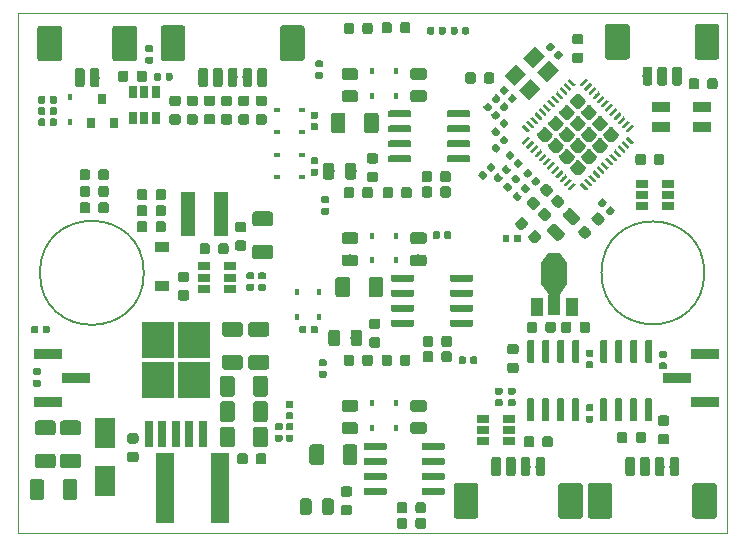
<source format=gtp>
G04 #@! TF.GenerationSoftware,KiCad,Pcbnew,5.1.4+dfsg1-1*
G04 #@! TF.CreationDate,2019-12-16T01:19:35+01:00*
G04 #@! TF.ProjectId,STM32G431,53544d33-3247-4343-9331-2e6b69636164,rev?*
G04 #@! TF.SameCoordinates,Original*
G04 #@! TF.FileFunction,Paste,Top*
G04 #@! TF.FilePolarity,Positive*
%FSLAX46Y46*%
G04 Gerber Fmt 4.6, Leading zero omitted, Abs format (unit mm)*
G04 Created by KiCad (PCBNEW 5.1.4+dfsg1-1) date 2019-12-16 01:19:35*
%MOMM*%
%LPD*%
G04 APERTURE LIST*
%ADD10C,0.150000*%
%ADD11C,0.050000*%
%ADD12R,0.450000X0.600000*%
%ADD13R,1.200000X0.900000*%
%ADD14C,0.100000*%
%ADD15C,0.875000*%
%ADD16C,1.000000*%
%ADD17R,2.200000X1.840000*%
%ADD18R,1.000000X1.500000*%
%ADD19R,1.000000X1.800000*%
%ADD20C,0.850000*%
%ADD21R,0.600000X0.450000*%
%ADD22C,1.250000*%
%ADD23C,0.600000*%
%ADD24C,0.590000*%
%ADD25R,1.600000X5.900000*%
%ADD26C,0.250000*%
%ADD27C,1.070000*%
%ADD28R,1.800000X2.500000*%
%ADD29C,0.975000*%
%ADD30C,1.200000*%
%ADD31R,1.200000X3.700000*%
%ADD32R,2.750000X3.050000*%
%ADD33R,0.800000X2.200000*%
%ADD34C,2.100000*%
%ADD35C,0.800000*%
%ADD36R,1.060000X0.650000*%
%ADD37R,0.650000X1.060000*%
%ADD38R,1.600000X0.850000*%
%ADD39R,0.800000X0.900000*%
%ADD40R,2.350000X0.850000*%
G04 APERTURE END LIST*
D10*
X30650284Y-45000000D02*
G75*
G03X30650284Y-45000000I-4400284J0D01*
G01*
X78104595Y-45000000D02*
G75*
G03X78104595Y-45000000I-4354595J0D01*
G01*
D11*
X20000000Y-23000000D02*
X80000000Y-23000000D01*
X20000000Y-67000000D02*
X20000000Y-23000000D01*
X80000000Y-67000000D02*
X20000000Y-67000000D01*
X80000000Y-23000000D02*
X80000000Y-67000000D01*
D12*
X24400000Y-30150000D03*
X24400000Y-32250000D03*
D13*
X32200000Y-46150000D03*
X32200000Y-42850000D03*
D14*
G36*
X40867691Y-29996053D02*
G01*
X40888926Y-29999203D01*
X40909750Y-30004419D01*
X40929962Y-30011651D01*
X40949368Y-30020830D01*
X40967781Y-30031866D01*
X40985024Y-30044654D01*
X41000930Y-30059070D01*
X41015346Y-30074976D01*
X41028134Y-30092219D01*
X41039170Y-30110632D01*
X41048349Y-30130038D01*
X41055581Y-30150250D01*
X41060797Y-30171074D01*
X41063947Y-30192309D01*
X41065000Y-30213750D01*
X41065000Y-30651250D01*
X41063947Y-30672691D01*
X41060797Y-30693926D01*
X41055581Y-30714750D01*
X41048349Y-30734962D01*
X41039170Y-30754368D01*
X41028134Y-30772781D01*
X41015346Y-30790024D01*
X41000930Y-30805930D01*
X40985024Y-30820346D01*
X40967781Y-30833134D01*
X40949368Y-30844170D01*
X40929962Y-30853349D01*
X40909750Y-30860581D01*
X40888926Y-30865797D01*
X40867691Y-30868947D01*
X40846250Y-30870000D01*
X40333750Y-30870000D01*
X40312309Y-30868947D01*
X40291074Y-30865797D01*
X40270250Y-30860581D01*
X40250038Y-30853349D01*
X40230632Y-30844170D01*
X40212219Y-30833134D01*
X40194976Y-30820346D01*
X40179070Y-30805930D01*
X40164654Y-30790024D01*
X40151866Y-30772781D01*
X40140830Y-30754368D01*
X40131651Y-30734962D01*
X40124419Y-30714750D01*
X40119203Y-30693926D01*
X40116053Y-30672691D01*
X40115000Y-30651250D01*
X40115000Y-30213750D01*
X40116053Y-30192309D01*
X40119203Y-30171074D01*
X40124419Y-30150250D01*
X40131651Y-30130038D01*
X40140830Y-30110632D01*
X40151866Y-30092219D01*
X40164654Y-30074976D01*
X40179070Y-30059070D01*
X40194976Y-30044654D01*
X40212219Y-30031866D01*
X40230632Y-30020830D01*
X40250038Y-30011651D01*
X40270250Y-30004419D01*
X40291074Y-29999203D01*
X40312309Y-29996053D01*
X40333750Y-29995000D01*
X40846250Y-29995000D01*
X40867691Y-29996053D01*
X40867691Y-29996053D01*
G37*
D15*
X40590000Y-30432500D03*
D14*
G36*
X40867691Y-31571053D02*
G01*
X40888926Y-31574203D01*
X40909750Y-31579419D01*
X40929962Y-31586651D01*
X40949368Y-31595830D01*
X40967781Y-31606866D01*
X40985024Y-31619654D01*
X41000930Y-31634070D01*
X41015346Y-31649976D01*
X41028134Y-31667219D01*
X41039170Y-31685632D01*
X41048349Y-31705038D01*
X41055581Y-31725250D01*
X41060797Y-31746074D01*
X41063947Y-31767309D01*
X41065000Y-31788750D01*
X41065000Y-32226250D01*
X41063947Y-32247691D01*
X41060797Y-32268926D01*
X41055581Y-32289750D01*
X41048349Y-32309962D01*
X41039170Y-32329368D01*
X41028134Y-32347781D01*
X41015346Y-32365024D01*
X41000930Y-32380930D01*
X40985024Y-32395346D01*
X40967781Y-32408134D01*
X40949368Y-32419170D01*
X40929962Y-32428349D01*
X40909750Y-32435581D01*
X40888926Y-32440797D01*
X40867691Y-32443947D01*
X40846250Y-32445000D01*
X40333750Y-32445000D01*
X40312309Y-32443947D01*
X40291074Y-32440797D01*
X40270250Y-32435581D01*
X40250038Y-32428349D01*
X40230632Y-32419170D01*
X40212219Y-32408134D01*
X40194976Y-32395346D01*
X40179070Y-32380930D01*
X40164654Y-32365024D01*
X40151866Y-32347781D01*
X40140830Y-32329368D01*
X40131651Y-32309962D01*
X40124419Y-32289750D01*
X40119203Y-32268926D01*
X40116053Y-32247691D01*
X40115000Y-32226250D01*
X40115000Y-31788750D01*
X40116053Y-31767309D01*
X40119203Y-31746074D01*
X40124419Y-31725250D01*
X40131651Y-31705038D01*
X40140830Y-31685632D01*
X40151866Y-31667219D01*
X40164654Y-31649976D01*
X40179070Y-31634070D01*
X40194976Y-31619654D01*
X40212219Y-31606866D01*
X40230632Y-31595830D01*
X40250038Y-31586651D01*
X40270250Y-31579419D01*
X40291074Y-31574203D01*
X40312309Y-31571053D01*
X40333750Y-31570000D01*
X40846250Y-31570000D01*
X40867691Y-31571053D01*
X40867691Y-31571053D01*
G37*
D15*
X40590000Y-32007500D03*
D14*
G36*
X37937691Y-29991053D02*
G01*
X37958926Y-29994203D01*
X37979750Y-29999419D01*
X37999962Y-30006651D01*
X38019368Y-30015830D01*
X38037781Y-30026866D01*
X38055024Y-30039654D01*
X38070930Y-30054070D01*
X38085346Y-30069976D01*
X38098134Y-30087219D01*
X38109170Y-30105632D01*
X38118349Y-30125038D01*
X38125581Y-30145250D01*
X38130797Y-30166074D01*
X38133947Y-30187309D01*
X38135000Y-30208750D01*
X38135000Y-30646250D01*
X38133947Y-30667691D01*
X38130797Y-30688926D01*
X38125581Y-30709750D01*
X38118349Y-30729962D01*
X38109170Y-30749368D01*
X38098134Y-30767781D01*
X38085346Y-30785024D01*
X38070930Y-30800930D01*
X38055024Y-30815346D01*
X38037781Y-30828134D01*
X38019368Y-30839170D01*
X37999962Y-30848349D01*
X37979750Y-30855581D01*
X37958926Y-30860797D01*
X37937691Y-30863947D01*
X37916250Y-30865000D01*
X37403750Y-30865000D01*
X37382309Y-30863947D01*
X37361074Y-30860797D01*
X37340250Y-30855581D01*
X37320038Y-30848349D01*
X37300632Y-30839170D01*
X37282219Y-30828134D01*
X37264976Y-30815346D01*
X37249070Y-30800930D01*
X37234654Y-30785024D01*
X37221866Y-30767781D01*
X37210830Y-30749368D01*
X37201651Y-30729962D01*
X37194419Y-30709750D01*
X37189203Y-30688926D01*
X37186053Y-30667691D01*
X37185000Y-30646250D01*
X37185000Y-30208750D01*
X37186053Y-30187309D01*
X37189203Y-30166074D01*
X37194419Y-30145250D01*
X37201651Y-30125038D01*
X37210830Y-30105632D01*
X37221866Y-30087219D01*
X37234654Y-30069976D01*
X37249070Y-30054070D01*
X37264976Y-30039654D01*
X37282219Y-30026866D01*
X37300632Y-30015830D01*
X37320038Y-30006651D01*
X37340250Y-29999419D01*
X37361074Y-29994203D01*
X37382309Y-29991053D01*
X37403750Y-29990000D01*
X37916250Y-29990000D01*
X37937691Y-29991053D01*
X37937691Y-29991053D01*
G37*
D15*
X37660000Y-30427500D03*
D14*
G36*
X37937691Y-31566053D02*
G01*
X37958926Y-31569203D01*
X37979750Y-31574419D01*
X37999962Y-31581651D01*
X38019368Y-31590830D01*
X38037781Y-31601866D01*
X38055024Y-31614654D01*
X38070930Y-31629070D01*
X38085346Y-31644976D01*
X38098134Y-31662219D01*
X38109170Y-31680632D01*
X38118349Y-31700038D01*
X38125581Y-31720250D01*
X38130797Y-31741074D01*
X38133947Y-31762309D01*
X38135000Y-31783750D01*
X38135000Y-32221250D01*
X38133947Y-32242691D01*
X38130797Y-32263926D01*
X38125581Y-32284750D01*
X38118349Y-32304962D01*
X38109170Y-32324368D01*
X38098134Y-32342781D01*
X38085346Y-32360024D01*
X38070930Y-32375930D01*
X38055024Y-32390346D01*
X38037781Y-32403134D01*
X38019368Y-32414170D01*
X37999962Y-32423349D01*
X37979750Y-32430581D01*
X37958926Y-32435797D01*
X37937691Y-32438947D01*
X37916250Y-32440000D01*
X37403750Y-32440000D01*
X37382309Y-32438947D01*
X37361074Y-32435797D01*
X37340250Y-32430581D01*
X37320038Y-32423349D01*
X37300632Y-32414170D01*
X37282219Y-32403134D01*
X37264976Y-32390346D01*
X37249070Y-32375930D01*
X37234654Y-32360024D01*
X37221866Y-32342781D01*
X37210830Y-32324368D01*
X37201651Y-32304962D01*
X37194419Y-32284750D01*
X37189203Y-32263926D01*
X37186053Y-32242691D01*
X37185000Y-32221250D01*
X37185000Y-31783750D01*
X37186053Y-31762309D01*
X37189203Y-31741074D01*
X37194419Y-31720250D01*
X37201651Y-31700038D01*
X37210830Y-31680632D01*
X37221866Y-31662219D01*
X37234654Y-31644976D01*
X37249070Y-31629070D01*
X37264976Y-31614654D01*
X37282219Y-31601866D01*
X37300632Y-31590830D01*
X37320038Y-31581651D01*
X37340250Y-31574419D01*
X37361074Y-31569203D01*
X37382309Y-31566053D01*
X37403750Y-31565000D01*
X37916250Y-31565000D01*
X37937691Y-31566053D01*
X37937691Y-31566053D01*
G37*
D15*
X37660000Y-32002500D03*
D14*
G36*
X35032691Y-29996053D02*
G01*
X35053926Y-29999203D01*
X35074750Y-30004419D01*
X35094962Y-30011651D01*
X35114368Y-30020830D01*
X35132781Y-30031866D01*
X35150024Y-30044654D01*
X35165930Y-30059070D01*
X35180346Y-30074976D01*
X35193134Y-30092219D01*
X35204170Y-30110632D01*
X35213349Y-30130038D01*
X35220581Y-30150250D01*
X35225797Y-30171074D01*
X35228947Y-30192309D01*
X35230000Y-30213750D01*
X35230000Y-30651250D01*
X35228947Y-30672691D01*
X35225797Y-30693926D01*
X35220581Y-30714750D01*
X35213349Y-30734962D01*
X35204170Y-30754368D01*
X35193134Y-30772781D01*
X35180346Y-30790024D01*
X35165930Y-30805930D01*
X35150024Y-30820346D01*
X35132781Y-30833134D01*
X35114368Y-30844170D01*
X35094962Y-30853349D01*
X35074750Y-30860581D01*
X35053926Y-30865797D01*
X35032691Y-30868947D01*
X35011250Y-30870000D01*
X34498750Y-30870000D01*
X34477309Y-30868947D01*
X34456074Y-30865797D01*
X34435250Y-30860581D01*
X34415038Y-30853349D01*
X34395632Y-30844170D01*
X34377219Y-30833134D01*
X34359976Y-30820346D01*
X34344070Y-30805930D01*
X34329654Y-30790024D01*
X34316866Y-30772781D01*
X34305830Y-30754368D01*
X34296651Y-30734962D01*
X34289419Y-30714750D01*
X34284203Y-30693926D01*
X34281053Y-30672691D01*
X34280000Y-30651250D01*
X34280000Y-30213750D01*
X34281053Y-30192309D01*
X34284203Y-30171074D01*
X34289419Y-30150250D01*
X34296651Y-30130038D01*
X34305830Y-30110632D01*
X34316866Y-30092219D01*
X34329654Y-30074976D01*
X34344070Y-30059070D01*
X34359976Y-30044654D01*
X34377219Y-30031866D01*
X34395632Y-30020830D01*
X34415038Y-30011651D01*
X34435250Y-30004419D01*
X34456074Y-29999203D01*
X34477309Y-29996053D01*
X34498750Y-29995000D01*
X35011250Y-29995000D01*
X35032691Y-29996053D01*
X35032691Y-29996053D01*
G37*
D15*
X34755000Y-30432500D03*
D14*
G36*
X35032691Y-31571053D02*
G01*
X35053926Y-31574203D01*
X35074750Y-31579419D01*
X35094962Y-31586651D01*
X35114368Y-31595830D01*
X35132781Y-31606866D01*
X35150024Y-31619654D01*
X35165930Y-31634070D01*
X35180346Y-31649976D01*
X35193134Y-31667219D01*
X35204170Y-31685632D01*
X35213349Y-31705038D01*
X35220581Y-31725250D01*
X35225797Y-31746074D01*
X35228947Y-31767309D01*
X35230000Y-31788750D01*
X35230000Y-32226250D01*
X35228947Y-32247691D01*
X35225797Y-32268926D01*
X35220581Y-32289750D01*
X35213349Y-32309962D01*
X35204170Y-32329368D01*
X35193134Y-32347781D01*
X35180346Y-32365024D01*
X35165930Y-32380930D01*
X35150024Y-32395346D01*
X35132781Y-32408134D01*
X35114368Y-32419170D01*
X35094962Y-32428349D01*
X35074750Y-32435581D01*
X35053926Y-32440797D01*
X35032691Y-32443947D01*
X35011250Y-32445000D01*
X34498750Y-32445000D01*
X34477309Y-32443947D01*
X34456074Y-32440797D01*
X34435250Y-32435581D01*
X34415038Y-32428349D01*
X34395632Y-32419170D01*
X34377219Y-32408134D01*
X34359976Y-32395346D01*
X34344070Y-32380930D01*
X34329654Y-32365024D01*
X34316866Y-32347781D01*
X34305830Y-32329368D01*
X34296651Y-32309962D01*
X34289419Y-32289750D01*
X34284203Y-32268926D01*
X34281053Y-32247691D01*
X34280000Y-32226250D01*
X34280000Y-31788750D01*
X34281053Y-31767309D01*
X34284203Y-31746074D01*
X34289419Y-31725250D01*
X34296651Y-31705038D01*
X34305830Y-31685632D01*
X34316866Y-31667219D01*
X34329654Y-31649976D01*
X34344070Y-31634070D01*
X34359976Y-31619654D01*
X34377219Y-31606866D01*
X34395632Y-31595830D01*
X34415038Y-31586651D01*
X34435250Y-31579419D01*
X34456074Y-31574203D01*
X34477309Y-31571053D01*
X34498750Y-31570000D01*
X35011250Y-31570000D01*
X35032691Y-31571053D01*
X35032691Y-31571053D01*
G37*
D15*
X34755000Y-32007500D03*
D14*
G36*
X33567691Y-31571053D02*
G01*
X33588926Y-31574203D01*
X33609750Y-31579419D01*
X33629962Y-31586651D01*
X33649368Y-31595830D01*
X33667781Y-31606866D01*
X33685024Y-31619654D01*
X33700930Y-31634070D01*
X33715346Y-31649976D01*
X33728134Y-31667219D01*
X33739170Y-31685632D01*
X33748349Y-31705038D01*
X33755581Y-31725250D01*
X33760797Y-31746074D01*
X33763947Y-31767309D01*
X33765000Y-31788750D01*
X33765000Y-32226250D01*
X33763947Y-32247691D01*
X33760797Y-32268926D01*
X33755581Y-32289750D01*
X33748349Y-32309962D01*
X33739170Y-32329368D01*
X33728134Y-32347781D01*
X33715346Y-32365024D01*
X33700930Y-32380930D01*
X33685024Y-32395346D01*
X33667781Y-32408134D01*
X33649368Y-32419170D01*
X33629962Y-32428349D01*
X33609750Y-32435581D01*
X33588926Y-32440797D01*
X33567691Y-32443947D01*
X33546250Y-32445000D01*
X33033750Y-32445000D01*
X33012309Y-32443947D01*
X32991074Y-32440797D01*
X32970250Y-32435581D01*
X32950038Y-32428349D01*
X32930632Y-32419170D01*
X32912219Y-32408134D01*
X32894976Y-32395346D01*
X32879070Y-32380930D01*
X32864654Y-32365024D01*
X32851866Y-32347781D01*
X32840830Y-32329368D01*
X32831651Y-32309962D01*
X32824419Y-32289750D01*
X32819203Y-32268926D01*
X32816053Y-32247691D01*
X32815000Y-32226250D01*
X32815000Y-31788750D01*
X32816053Y-31767309D01*
X32819203Y-31746074D01*
X32824419Y-31725250D01*
X32831651Y-31705038D01*
X32840830Y-31685632D01*
X32851866Y-31667219D01*
X32864654Y-31649976D01*
X32879070Y-31634070D01*
X32894976Y-31619654D01*
X32912219Y-31606866D01*
X32930632Y-31595830D01*
X32950038Y-31586651D01*
X32970250Y-31579419D01*
X32991074Y-31574203D01*
X33012309Y-31571053D01*
X33033750Y-31570000D01*
X33546250Y-31570000D01*
X33567691Y-31571053D01*
X33567691Y-31571053D01*
G37*
D15*
X33290000Y-32007500D03*
D14*
G36*
X33567691Y-29996053D02*
G01*
X33588926Y-29999203D01*
X33609750Y-30004419D01*
X33629962Y-30011651D01*
X33649368Y-30020830D01*
X33667781Y-30031866D01*
X33685024Y-30044654D01*
X33700930Y-30059070D01*
X33715346Y-30074976D01*
X33728134Y-30092219D01*
X33739170Y-30110632D01*
X33748349Y-30130038D01*
X33755581Y-30150250D01*
X33760797Y-30171074D01*
X33763947Y-30192309D01*
X33765000Y-30213750D01*
X33765000Y-30651250D01*
X33763947Y-30672691D01*
X33760797Y-30693926D01*
X33755581Y-30714750D01*
X33748349Y-30734962D01*
X33739170Y-30754368D01*
X33728134Y-30772781D01*
X33715346Y-30790024D01*
X33700930Y-30805930D01*
X33685024Y-30820346D01*
X33667781Y-30833134D01*
X33649368Y-30844170D01*
X33629962Y-30853349D01*
X33609750Y-30860581D01*
X33588926Y-30865797D01*
X33567691Y-30868947D01*
X33546250Y-30870000D01*
X33033750Y-30870000D01*
X33012309Y-30868947D01*
X32991074Y-30865797D01*
X32970250Y-30860581D01*
X32950038Y-30853349D01*
X32930632Y-30844170D01*
X32912219Y-30833134D01*
X32894976Y-30820346D01*
X32879070Y-30805930D01*
X32864654Y-30790024D01*
X32851866Y-30772781D01*
X32840830Y-30754368D01*
X32831651Y-30734962D01*
X32824419Y-30714750D01*
X32819203Y-30693926D01*
X32816053Y-30672691D01*
X32815000Y-30651250D01*
X32815000Y-30213750D01*
X32816053Y-30192309D01*
X32819203Y-30171074D01*
X32824419Y-30150250D01*
X32831651Y-30130038D01*
X32840830Y-30110632D01*
X32851866Y-30092219D01*
X32864654Y-30074976D01*
X32879070Y-30059070D01*
X32894976Y-30044654D01*
X32912219Y-30031866D01*
X32930632Y-30020830D01*
X32950038Y-30011651D01*
X32970250Y-30004419D01*
X32991074Y-29999203D01*
X33012309Y-29996053D01*
X33033750Y-29995000D01*
X33546250Y-29995000D01*
X33567691Y-29996053D01*
X33567691Y-29996053D01*
G37*
D15*
X33290000Y-30432500D03*
D14*
G36*
X36487691Y-31563552D02*
G01*
X36508926Y-31566702D01*
X36529750Y-31571918D01*
X36549962Y-31579150D01*
X36569368Y-31588329D01*
X36587781Y-31599365D01*
X36605024Y-31612153D01*
X36620930Y-31626569D01*
X36635346Y-31642475D01*
X36648134Y-31659718D01*
X36659170Y-31678131D01*
X36668349Y-31697537D01*
X36675581Y-31717749D01*
X36680797Y-31738573D01*
X36683947Y-31759808D01*
X36685000Y-31781249D01*
X36685000Y-32218749D01*
X36683947Y-32240190D01*
X36680797Y-32261425D01*
X36675581Y-32282249D01*
X36668349Y-32302461D01*
X36659170Y-32321867D01*
X36648134Y-32340280D01*
X36635346Y-32357523D01*
X36620930Y-32373429D01*
X36605024Y-32387845D01*
X36587781Y-32400633D01*
X36569368Y-32411669D01*
X36549962Y-32420848D01*
X36529750Y-32428080D01*
X36508926Y-32433296D01*
X36487691Y-32436446D01*
X36466250Y-32437499D01*
X35953750Y-32437499D01*
X35932309Y-32436446D01*
X35911074Y-32433296D01*
X35890250Y-32428080D01*
X35870038Y-32420848D01*
X35850632Y-32411669D01*
X35832219Y-32400633D01*
X35814976Y-32387845D01*
X35799070Y-32373429D01*
X35784654Y-32357523D01*
X35771866Y-32340280D01*
X35760830Y-32321867D01*
X35751651Y-32302461D01*
X35744419Y-32282249D01*
X35739203Y-32261425D01*
X35736053Y-32240190D01*
X35735000Y-32218749D01*
X35735000Y-31781249D01*
X35736053Y-31759808D01*
X35739203Y-31738573D01*
X35744419Y-31717749D01*
X35751651Y-31697537D01*
X35760830Y-31678131D01*
X35771866Y-31659718D01*
X35784654Y-31642475D01*
X35799070Y-31626569D01*
X35814976Y-31612153D01*
X35832219Y-31599365D01*
X35850632Y-31588329D01*
X35870038Y-31579150D01*
X35890250Y-31571918D01*
X35911074Y-31566702D01*
X35932309Y-31563552D01*
X35953750Y-31562499D01*
X36466250Y-31562499D01*
X36487691Y-31563552D01*
X36487691Y-31563552D01*
G37*
D15*
X36210000Y-31999999D03*
D14*
G36*
X36487691Y-29988552D02*
G01*
X36508926Y-29991702D01*
X36529750Y-29996918D01*
X36549962Y-30004150D01*
X36569368Y-30013329D01*
X36587781Y-30024365D01*
X36605024Y-30037153D01*
X36620930Y-30051569D01*
X36635346Y-30067475D01*
X36648134Y-30084718D01*
X36659170Y-30103131D01*
X36668349Y-30122537D01*
X36675581Y-30142749D01*
X36680797Y-30163573D01*
X36683947Y-30184808D01*
X36685000Y-30206249D01*
X36685000Y-30643749D01*
X36683947Y-30665190D01*
X36680797Y-30686425D01*
X36675581Y-30707249D01*
X36668349Y-30727461D01*
X36659170Y-30746867D01*
X36648134Y-30765280D01*
X36635346Y-30782523D01*
X36620930Y-30798429D01*
X36605024Y-30812845D01*
X36587781Y-30825633D01*
X36569368Y-30836669D01*
X36549962Y-30845848D01*
X36529750Y-30853080D01*
X36508926Y-30858296D01*
X36487691Y-30861446D01*
X36466250Y-30862499D01*
X35953750Y-30862499D01*
X35932309Y-30861446D01*
X35911074Y-30858296D01*
X35890250Y-30853080D01*
X35870038Y-30845848D01*
X35850632Y-30836669D01*
X35832219Y-30825633D01*
X35814976Y-30812845D01*
X35799070Y-30798429D01*
X35784654Y-30782523D01*
X35771866Y-30765280D01*
X35760830Y-30746867D01*
X35751651Y-30727461D01*
X35744419Y-30707249D01*
X35739203Y-30686425D01*
X35736053Y-30665190D01*
X35735000Y-30643749D01*
X35735000Y-30206249D01*
X35736053Y-30184808D01*
X35739203Y-30163573D01*
X35744419Y-30142749D01*
X35751651Y-30122537D01*
X35760830Y-30103131D01*
X35771866Y-30084718D01*
X35784654Y-30067475D01*
X35799070Y-30051569D01*
X35814976Y-30037153D01*
X35832219Y-30024365D01*
X35850632Y-30013329D01*
X35870038Y-30004150D01*
X35890250Y-29996918D01*
X35911074Y-29991702D01*
X35932309Y-29988552D01*
X35953750Y-29987499D01*
X36466250Y-29987499D01*
X36487691Y-29988552D01*
X36487691Y-29988552D01*
G37*
D15*
X36210000Y-30424999D03*
D14*
G36*
X39397691Y-31568552D02*
G01*
X39418926Y-31571702D01*
X39439750Y-31576918D01*
X39459962Y-31584150D01*
X39479368Y-31593329D01*
X39497781Y-31604365D01*
X39515024Y-31617153D01*
X39530930Y-31631569D01*
X39545346Y-31647475D01*
X39558134Y-31664718D01*
X39569170Y-31683131D01*
X39578349Y-31702537D01*
X39585581Y-31722749D01*
X39590797Y-31743573D01*
X39593947Y-31764808D01*
X39595000Y-31786249D01*
X39595000Y-32223749D01*
X39593947Y-32245190D01*
X39590797Y-32266425D01*
X39585581Y-32287249D01*
X39578349Y-32307461D01*
X39569170Y-32326867D01*
X39558134Y-32345280D01*
X39545346Y-32362523D01*
X39530930Y-32378429D01*
X39515024Y-32392845D01*
X39497781Y-32405633D01*
X39479368Y-32416669D01*
X39459962Y-32425848D01*
X39439750Y-32433080D01*
X39418926Y-32438296D01*
X39397691Y-32441446D01*
X39376250Y-32442499D01*
X38863750Y-32442499D01*
X38842309Y-32441446D01*
X38821074Y-32438296D01*
X38800250Y-32433080D01*
X38780038Y-32425848D01*
X38760632Y-32416669D01*
X38742219Y-32405633D01*
X38724976Y-32392845D01*
X38709070Y-32378429D01*
X38694654Y-32362523D01*
X38681866Y-32345280D01*
X38670830Y-32326867D01*
X38661651Y-32307461D01*
X38654419Y-32287249D01*
X38649203Y-32266425D01*
X38646053Y-32245190D01*
X38645000Y-32223749D01*
X38645000Y-31786249D01*
X38646053Y-31764808D01*
X38649203Y-31743573D01*
X38654419Y-31722749D01*
X38661651Y-31702537D01*
X38670830Y-31683131D01*
X38681866Y-31664718D01*
X38694654Y-31647475D01*
X38709070Y-31631569D01*
X38724976Y-31617153D01*
X38742219Y-31604365D01*
X38760632Y-31593329D01*
X38780038Y-31584150D01*
X38800250Y-31576918D01*
X38821074Y-31571702D01*
X38842309Y-31568552D01*
X38863750Y-31567499D01*
X39376250Y-31567499D01*
X39397691Y-31568552D01*
X39397691Y-31568552D01*
G37*
D15*
X39120000Y-32004999D03*
D14*
G36*
X39397691Y-29993552D02*
G01*
X39418926Y-29996702D01*
X39439750Y-30001918D01*
X39459962Y-30009150D01*
X39479368Y-30018329D01*
X39497781Y-30029365D01*
X39515024Y-30042153D01*
X39530930Y-30056569D01*
X39545346Y-30072475D01*
X39558134Y-30089718D01*
X39569170Y-30108131D01*
X39578349Y-30127537D01*
X39585581Y-30147749D01*
X39590797Y-30168573D01*
X39593947Y-30189808D01*
X39595000Y-30211249D01*
X39595000Y-30648749D01*
X39593947Y-30670190D01*
X39590797Y-30691425D01*
X39585581Y-30712249D01*
X39578349Y-30732461D01*
X39569170Y-30751867D01*
X39558134Y-30770280D01*
X39545346Y-30787523D01*
X39530930Y-30803429D01*
X39515024Y-30817845D01*
X39497781Y-30830633D01*
X39479368Y-30841669D01*
X39459962Y-30850848D01*
X39439750Y-30858080D01*
X39418926Y-30863296D01*
X39397691Y-30866446D01*
X39376250Y-30867499D01*
X38863750Y-30867499D01*
X38842309Y-30866446D01*
X38821074Y-30863296D01*
X38800250Y-30858080D01*
X38780038Y-30850848D01*
X38760632Y-30841669D01*
X38742219Y-30830633D01*
X38724976Y-30817845D01*
X38709070Y-30803429D01*
X38694654Y-30787523D01*
X38681866Y-30770280D01*
X38670830Y-30751867D01*
X38661651Y-30732461D01*
X38654419Y-30712249D01*
X38649203Y-30691425D01*
X38646053Y-30670190D01*
X38645000Y-30648749D01*
X38645000Y-30211249D01*
X38646053Y-30189808D01*
X38649203Y-30168573D01*
X38654419Y-30147749D01*
X38661651Y-30127537D01*
X38670830Y-30108131D01*
X38681866Y-30089718D01*
X38694654Y-30072475D01*
X38709070Y-30056569D01*
X38724976Y-30042153D01*
X38742219Y-30029365D01*
X38760632Y-30018329D01*
X38780038Y-30009150D01*
X38800250Y-30001918D01*
X38821074Y-29996702D01*
X38842309Y-29993552D01*
X38863750Y-29992499D01*
X39376250Y-29992499D01*
X39397691Y-29993552D01*
X39397691Y-29993552D01*
G37*
D15*
X39120000Y-30429999D03*
D16*
X65400000Y-46476200D03*
D14*
G36*
X66500000Y-45976200D02*
G01*
X65800000Y-46976200D01*
X65000000Y-46976200D01*
X64300000Y-45976200D01*
X66500000Y-45976200D01*
X66500000Y-45976200D01*
G37*
D17*
X65400000Y-45066500D03*
D18*
X66900000Y-47880000D03*
D19*
X65400000Y-47733500D03*
D18*
X63900000Y-47880000D03*
D20*
X65400000Y-43733000D03*
D14*
G36*
X64300000Y-44158000D02*
G01*
X64900000Y-43308000D01*
X65900000Y-43308000D01*
X66500000Y-44158000D01*
X64300000Y-44158000D01*
X64300000Y-44158000D01*
G37*
D21*
X44055000Y-34980000D03*
X41955000Y-34980000D03*
D14*
G36*
X22949504Y-57501204D02*
G01*
X22973773Y-57504804D01*
X22997571Y-57510765D01*
X23020671Y-57519030D01*
X23042849Y-57529520D01*
X23063893Y-57542133D01*
X23083598Y-57556747D01*
X23101777Y-57573223D01*
X23118253Y-57591402D01*
X23132867Y-57611107D01*
X23145480Y-57632151D01*
X23155970Y-57654329D01*
X23164235Y-57677429D01*
X23170196Y-57701227D01*
X23173796Y-57725496D01*
X23175000Y-57750000D01*
X23175000Y-58500000D01*
X23173796Y-58524504D01*
X23170196Y-58548773D01*
X23164235Y-58572571D01*
X23155970Y-58595671D01*
X23145480Y-58617849D01*
X23132867Y-58638893D01*
X23118253Y-58658598D01*
X23101777Y-58676777D01*
X23083598Y-58693253D01*
X23063893Y-58707867D01*
X23042849Y-58720480D01*
X23020671Y-58730970D01*
X22997571Y-58739235D01*
X22973773Y-58745196D01*
X22949504Y-58748796D01*
X22925000Y-58750000D01*
X21675000Y-58750000D01*
X21650496Y-58748796D01*
X21626227Y-58745196D01*
X21602429Y-58739235D01*
X21579329Y-58730970D01*
X21557151Y-58720480D01*
X21536107Y-58707867D01*
X21516402Y-58693253D01*
X21498223Y-58676777D01*
X21481747Y-58658598D01*
X21467133Y-58638893D01*
X21454520Y-58617849D01*
X21444030Y-58595671D01*
X21435765Y-58572571D01*
X21429804Y-58548773D01*
X21426204Y-58524504D01*
X21425000Y-58500000D01*
X21425000Y-57750000D01*
X21426204Y-57725496D01*
X21429804Y-57701227D01*
X21435765Y-57677429D01*
X21444030Y-57654329D01*
X21454520Y-57632151D01*
X21467133Y-57611107D01*
X21481747Y-57591402D01*
X21498223Y-57573223D01*
X21516402Y-57556747D01*
X21536107Y-57542133D01*
X21557151Y-57529520D01*
X21579329Y-57519030D01*
X21602429Y-57510765D01*
X21626227Y-57504804D01*
X21650496Y-57501204D01*
X21675000Y-57500000D01*
X22925000Y-57500000D01*
X22949504Y-57501204D01*
X22949504Y-57501204D01*
G37*
D22*
X22300000Y-58125000D03*
D14*
G36*
X22949504Y-60301204D02*
G01*
X22973773Y-60304804D01*
X22997571Y-60310765D01*
X23020671Y-60319030D01*
X23042849Y-60329520D01*
X23063893Y-60342133D01*
X23083598Y-60356747D01*
X23101777Y-60373223D01*
X23118253Y-60391402D01*
X23132867Y-60411107D01*
X23145480Y-60432151D01*
X23155970Y-60454329D01*
X23164235Y-60477429D01*
X23170196Y-60501227D01*
X23173796Y-60525496D01*
X23175000Y-60550000D01*
X23175000Y-61300000D01*
X23173796Y-61324504D01*
X23170196Y-61348773D01*
X23164235Y-61372571D01*
X23155970Y-61395671D01*
X23145480Y-61417849D01*
X23132867Y-61438893D01*
X23118253Y-61458598D01*
X23101777Y-61476777D01*
X23083598Y-61493253D01*
X23063893Y-61507867D01*
X23042849Y-61520480D01*
X23020671Y-61530970D01*
X22997571Y-61539235D01*
X22973773Y-61545196D01*
X22949504Y-61548796D01*
X22925000Y-61550000D01*
X21675000Y-61550000D01*
X21650496Y-61548796D01*
X21626227Y-61545196D01*
X21602429Y-61539235D01*
X21579329Y-61530970D01*
X21557151Y-61520480D01*
X21536107Y-61507867D01*
X21516402Y-61493253D01*
X21498223Y-61476777D01*
X21481747Y-61458598D01*
X21467133Y-61438893D01*
X21454520Y-61417849D01*
X21444030Y-61395671D01*
X21435765Y-61372571D01*
X21429804Y-61348773D01*
X21426204Y-61324504D01*
X21425000Y-61300000D01*
X21425000Y-60550000D01*
X21426204Y-60525496D01*
X21429804Y-60501227D01*
X21435765Y-60477429D01*
X21444030Y-60454329D01*
X21454520Y-60432151D01*
X21467133Y-60411107D01*
X21481747Y-60391402D01*
X21498223Y-60373223D01*
X21516402Y-60356747D01*
X21536107Y-60342133D01*
X21557151Y-60329520D01*
X21579329Y-60319030D01*
X21602429Y-60310765D01*
X21626227Y-60304804D01*
X21650496Y-60301204D01*
X21675000Y-60300000D01*
X22925000Y-60300000D01*
X22949504Y-60301204D01*
X22949504Y-60301204D01*
G37*
D22*
X22300000Y-60925000D03*
D14*
G36*
X25099504Y-57501204D02*
G01*
X25123773Y-57504804D01*
X25147571Y-57510765D01*
X25170671Y-57519030D01*
X25192849Y-57529520D01*
X25213893Y-57542133D01*
X25233598Y-57556747D01*
X25251777Y-57573223D01*
X25268253Y-57591402D01*
X25282867Y-57611107D01*
X25295480Y-57632151D01*
X25305970Y-57654329D01*
X25314235Y-57677429D01*
X25320196Y-57701227D01*
X25323796Y-57725496D01*
X25325000Y-57750000D01*
X25325000Y-58500000D01*
X25323796Y-58524504D01*
X25320196Y-58548773D01*
X25314235Y-58572571D01*
X25305970Y-58595671D01*
X25295480Y-58617849D01*
X25282867Y-58638893D01*
X25268253Y-58658598D01*
X25251777Y-58676777D01*
X25233598Y-58693253D01*
X25213893Y-58707867D01*
X25192849Y-58720480D01*
X25170671Y-58730970D01*
X25147571Y-58739235D01*
X25123773Y-58745196D01*
X25099504Y-58748796D01*
X25075000Y-58750000D01*
X23825000Y-58750000D01*
X23800496Y-58748796D01*
X23776227Y-58745196D01*
X23752429Y-58739235D01*
X23729329Y-58730970D01*
X23707151Y-58720480D01*
X23686107Y-58707867D01*
X23666402Y-58693253D01*
X23648223Y-58676777D01*
X23631747Y-58658598D01*
X23617133Y-58638893D01*
X23604520Y-58617849D01*
X23594030Y-58595671D01*
X23585765Y-58572571D01*
X23579804Y-58548773D01*
X23576204Y-58524504D01*
X23575000Y-58500000D01*
X23575000Y-57750000D01*
X23576204Y-57725496D01*
X23579804Y-57701227D01*
X23585765Y-57677429D01*
X23594030Y-57654329D01*
X23604520Y-57632151D01*
X23617133Y-57611107D01*
X23631747Y-57591402D01*
X23648223Y-57573223D01*
X23666402Y-57556747D01*
X23686107Y-57542133D01*
X23707151Y-57529520D01*
X23729329Y-57519030D01*
X23752429Y-57510765D01*
X23776227Y-57504804D01*
X23800496Y-57501204D01*
X23825000Y-57500000D01*
X25075000Y-57500000D01*
X25099504Y-57501204D01*
X25099504Y-57501204D01*
G37*
D22*
X24450000Y-58125000D03*
D14*
G36*
X25099504Y-60301204D02*
G01*
X25123773Y-60304804D01*
X25147571Y-60310765D01*
X25170671Y-60319030D01*
X25192849Y-60329520D01*
X25213893Y-60342133D01*
X25233598Y-60356747D01*
X25251777Y-60373223D01*
X25268253Y-60391402D01*
X25282867Y-60411107D01*
X25295480Y-60432151D01*
X25305970Y-60454329D01*
X25314235Y-60477429D01*
X25320196Y-60501227D01*
X25323796Y-60525496D01*
X25325000Y-60550000D01*
X25325000Y-61300000D01*
X25323796Y-61324504D01*
X25320196Y-61348773D01*
X25314235Y-61372571D01*
X25305970Y-61395671D01*
X25295480Y-61417849D01*
X25282867Y-61438893D01*
X25268253Y-61458598D01*
X25251777Y-61476777D01*
X25233598Y-61493253D01*
X25213893Y-61507867D01*
X25192849Y-61520480D01*
X25170671Y-61530970D01*
X25147571Y-61539235D01*
X25123773Y-61545196D01*
X25099504Y-61548796D01*
X25075000Y-61550000D01*
X23825000Y-61550000D01*
X23800496Y-61548796D01*
X23776227Y-61545196D01*
X23752429Y-61539235D01*
X23729329Y-61530970D01*
X23707151Y-61520480D01*
X23686107Y-61507867D01*
X23666402Y-61493253D01*
X23648223Y-61476777D01*
X23631747Y-61458598D01*
X23617133Y-61438893D01*
X23604520Y-61417849D01*
X23594030Y-61395671D01*
X23585765Y-61372571D01*
X23579804Y-61348773D01*
X23576204Y-61324504D01*
X23575000Y-61300000D01*
X23575000Y-60550000D01*
X23576204Y-60525496D01*
X23579804Y-60501227D01*
X23585765Y-60477429D01*
X23594030Y-60454329D01*
X23604520Y-60432151D01*
X23617133Y-60411107D01*
X23631747Y-60391402D01*
X23648223Y-60373223D01*
X23666402Y-60356747D01*
X23686107Y-60342133D01*
X23707151Y-60329520D01*
X23729329Y-60319030D01*
X23752429Y-60310765D01*
X23776227Y-60304804D01*
X23800496Y-60301204D01*
X23825000Y-60300000D01*
X25075000Y-60300000D01*
X25099504Y-60301204D01*
X25099504Y-60301204D01*
G37*
D22*
X24450000Y-60925000D03*
D14*
G36*
X58364703Y-45145722D02*
G01*
X58379264Y-45147882D01*
X58393543Y-45151459D01*
X58407403Y-45156418D01*
X58420710Y-45162712D01*
X58433336Y-45170280D01*
X58445159Y-45179048D01*
X58456066Y-45188934D01*
X58465952Y-45199841D01*
X58474720Y-45211664D01*
X58482288Y-45224290D01*
X58488582Y-45237597D01*
X58493541Y-45251457D01*
X58497118Y-45265736D01*
X58499278Y-45280297D01*
X58500000Y-45295000D01*
X58500000Y-45595000D01*
X58499278Y-45609703D01*
X58497118Y-45624264D01*
X58493541Y-45638543D01*
X58488582Y-45652403D01*
X58482288Y-45665710D01*
X58474720Y-45678336D01*
X58465952Y-45690159D01*
X58456066Y-45701066D01*
X58445159Y-45710952D01*
X58433336Y-45719720D01*
X58420710Y-45727288D01*
X58407403Y-45733582D01*
X58393543Y-45738541D01*
X58379264Y-45742118D01*
X58364703Y-45744278D01*
X58350000Y-45745000D01*
X56700000Y-45745000D01*
X56685297Y-45744278D01*
X56670736Y-45742118D01*
X56656457Y-45738541D01*
X56642597Y-45733582D01*
X56629290Y-45727288D01*
X56616664Y-45719720D01*
X56604841Y-45710952D01*
X56593934Y-45701066D01*
X56584048Y-45690159D01*
X56575280Y-45678336D01*
X56567712Y-45665710D01*
X56561418Y-45652403D01*
X56556459Y-45638543D01*
X56552882Y-45624264D01*
X56550722Y-45609703D01*
X56550000Y-45595000D01*
X56550000Y-45295000D01*
X56550722Y-45280297D01*
X56552882Y-45265736D01*
X56556459Y-45251457D01*
X56561418Y-45237597D01*
X56567712Y-45224290D01*
X56575280Y-45211664D01*
X56584048Y-45199841D01*
X56593934Y-45188934D01*
X56604841Y-45179048D01*
X56616664Y-45170280D01*
X56629290Y-45162712D01*
X56642597Y-45156418D01*
X56656457Y-45151459D01*
X56670736Y-45147882D01*
X56685297Y-45145722D01*
X56700000Y-45145000D01*
X58350000Y-45145000D01*
X58364703Y-45145722D01*
X58364703Y-45145722D01*
G37*
D23*
X57525000Y-45445000D03*
D14*
G36*
X58364703Y-46415722D02*
G01*
X58379264Y-46417882D01*
X58393543Y-46421459D01*
X58407403Y-46426418D01*
X58420710Y-46432712D01*
X58433336Y-46440280D01*
X58445159Y-46449048D01*
X58456066Y-46458934D01*
X58465952Y-46469841D01*
X58474720Y-46481664D01*
X58482288Y-46494290D01*
X58488582Y-46507597D01*
X58493541Y-46521457D01*
X58497118Y-46535736D01*
X58499278Y-46550297D01*
X58500000Y-46565000D01*
X58500000Y-46865000D01*
X58499278Y-46879703D01*
X58497118Y-46894264D01*
X58493541Y-46908543D01*
X58488582Y-46922403D01*
X58482288Y-46935710D01*
X58474720Y-46948336D01*
X58465952Y-46960159D01*
X58456066Y-46971066D01*
X58445159Y-46980952D01*
X58433336Y-46989720D01*
X58420710Y-46997288D01*
X58407403Y-47003582D01*
X58393543Y-47008541D01*
X58379264Y-47012118D01*
X58364703Y-47014278D01*
X58350000Y-47015000D01*
X56700000Y-47015000D01*
X56685297Y-47014278D01*
X56670736Y-47012118D01*
X56656457Y-47008541D01*
X56642597Y-47003582D01*
X56629290Y-46997288D01*
X56616664Y-46989720D01*
X56604841Y-46980952D01*
X56593934Y-46971066D01*
X56584048Y-46960159D01*
X56575280Y-46948336D01*
X56567712Y-46935710D01*
X56561418Y-46922403D01*
X56556459Y-46908543D01*
X56552882Y-46894264D01*
X56550722Y-46879703D01*
X56550000Y-46865000D01*
X56550000Y-46565000D01*
X56550722Y-46550297D01*
X56552882Y-46535736D01*
X56556459Y-46521457D01*
X56561418Y-46507597D01*
X56567712Y-46494290D01*
X56575280Y-46481664D01*
X56584048Y-46469841D01*
X56593934Y-46458934D01*
X56604841Y-46449048D01*
X56616664Y-46440280D01*
X56629290Y-46432712D01*
X56642597Y-46426418D01*
X56656457Y-46421459D01*
X56670736Y-46417882D01*
X56685297Y-46415722D01*
X56700000Y-46415000D01*
X58350000Y-46415000D01*
X58364703Y-46415722D01*
X58364703Y-46415722D01*
G37*
D23*
X57525000Y-46715000D03*
D14*
G36*
X58364703Y-47685722D02*
G01*
X58379264Y-47687882D01*
X58393543Y-47691459D01*
X58407403Y-47696418D01*
X58420710Y-47702712D01*
X58433336Y-47710280D01*
X58445159Y-47719048D01*
X58456066Y-47728934D01*
X58465952Y-47739841D01*
X58474720Y-47751664D01*
X58482288Y-47764290D01*
X58488582Y-47777597D01*
X58493541Y-47791457D01*
X58497118Y-47805736D01*
X58499278Y-47820297D01*
X58500000Y-47835000D01*
X58500000Y-48135000D01*
X58499278Y-48149703D01*
X58497118Y-48164264D01*
X58493541Y-48178543D01*
X58488582Y-48192403D01*
X58482288Y-48205710D01*
X58474720Y-48218336D01*
X58465952Y-48230159D01*
X58456066Y-48241066D01*
X58445159Y-48250952D01*
X58433336Y-48259720D01*
X58420710Y-48267288D01*
X58407403Y-48273582D01*
X58393543Y-48278541D01*
X58379264Y-48282118D01*
X58364703Y-48284278D01*
X58350000Y-48285000D01*
X56700000Y-48285000D01*
X56685297Y-48284278D01*
X56670736Y-48282118D01*
X56656457Y-48278541D01*
X56642597Y-48273582D01*
X56629290Y-48267288D01*
X56616664Y-48259720D01*
X56604841Y-48250952D01*
X56593934Y-48241066D01*
X56584048Y-48230159D01*
X56575280Y-48218336D01*
X56567712Y-48205710D01*
X56561418Y-48192403D01*
X56556459Y-48178543D01*
X56552882Y-48164264D01*
X56550722Y-48149703D01*
X56550000Y-48135000D01*
X56550000Y-47835000D01*
X56550722Y-47820297D01*
X56552882Y-47805736D01*
X56556459Y-47791457D01*
X56561418Y-47777597D01*
X56567712Y-47764290D01*
X56575280Y-47751664D01*
X56584048Y-47739841D01*
X56593934Y-47728934D01*
X56604841Y-47719048D01*
X56616664Y-47710280D01*
X56629290Y-47702712D01*
X56642597Y-47696418D01*
X56656457Y-47691459D01*
X56670736Y-47687882D01*
X56685297Y-47685722D01*
X56700000Y-47685000D01*
X58350000Y-47685000D01*
X58364703Y-47685722D01*
X58364703Y-47685722D01*
G37*
D23*
X57525000Y-47985000D03*
D14*
G36*
X58364703Y-48955722D02*
G01*
X58379264Y-48957882D01*
X58393543Y-48961459D01*
X58407403Y-48966418D01*
X58420710Y-48972712D01*
X58433336Y-48980280D01*
X58445159Y-48989048D01*
X58456066Y-48998934D01*
X58465952Y-49009841D01*
X58474720Y-49021664D01*
X58482288Y-49034290D01*
X58488582Y-49047597D01*
X58493541Y-49061457D01*
X58497118Y-49075736D01*
X58499278Y-49090297D01*
X58500000Y-49105000D01*
X58500000Y-49405000D01*
X58499278Y-49419703D01*
X58497118Y-49434264D01*
X58493541Y-49448543D01*
X58488582Y-49462403D01*
X58482288Y-49475710D01*
X58474720Y-49488336D01*
X58465952Y-49500159D01*
X58456066Y-49511066D01*
X58445159Y-49520952D01*
X58433336Y-49529720D01*
X58420710Y-49537288D01*
X58407403Y-49543582D01*
X58393543Y-49548541D01*
X58379264Y-49552118D01*
X58364703Y-49554278D01*
X58350000Y-49555000D01*
X56700000Y-49555000D01*
X56685297Y-49554278D01*
X56670736Y-49552118D01*
X56656457Y-49548541D01*
X56642597Y-49543582D01*
X56629290Y-49537288D01*
X56616664Y-49529720D01*
X56604841Y-49520952D01*
X56593934Y-49511066D01*
X56584048Y-49500159D01*
X56575280Y-49488336D01*
X56567712Y-49475710D01*
X56561418Y-49462403D01*
X56556459Y-49448543D01*
X56552882Y-49434264D01*
X56550722Y-49419703D01*
X56550000Y-49405000D01*
X56550000Y-49105000D01*
X56550722Y-49090297D01*
X56552882Y-49075736D01*
X56556459Y-49061457D01*
X56561418Y-49047597D01*
X56567712Y-49034290D01*
X56575280Y-49021664D01*
X56584048Y-49009841D01*
X56593934Y-48998934D01*
X56604841Y-48989048D01*
X56616664Y-48980280D01*
X56629290Y-48972712D01*
X56642597Y-48966418D01*
X56656457Y-48961459D01*
X56670736Y-48957882D01*
X56685297Y-48955722D01*
X56700000Y-48955000D01*
X58350000Y-48955000D01*
X58364703Y-48955722D01*
X58364703Y-48955722D01*
G37*
D23*
X57525000Y-49255000D03*
D14*
G36*
X53414703Y-48955722D02*
G01*
X53429264Y-48957882D01*
X53443543Y-48961459D01*
X53457403Y-48966418D01*
X53470710Y-48972712D01*
X53483336Y-48980280D01*
X53495159Y-48989048D01*
X53506066Y-48998934D01*
X53515952Y-49009841D01*
X53524720Y-49021664D01*
X53532288Y-49034290D01*
X53538582Y-49047597D01*
X53543541Y-49061457D01*
X53547118Y-49075736D01*
X53549278Y-49090297D01*
X53550000Y-49105000D01*
X53550000Y-49405000D01*
X53549278Y-49419703D01*
X53547118Y-49434264D01*
X53543541Y-49448543D01*
X53538582Y-49462403D01*
X53532288Y-49475710D01*
X53524720Y-49488336D01*
X53515952Y-49500159D01*
X53506066Y-49511066D01*
X53495159Y-49520952D01*
X53483336Y-49529720D01*
X53470710Y-49537288D01*
X53457403Y-49543582D01*
X53443543Y-49548541D01*
X53429264Y-49552118D01*
X53414703Y-49554278D01*
X53400000Y-49555000D01*
X51750000Y-49555000D01*
X51735297Y-49554278D01*
X51720736Y-49552118D01*
X51706457Y-49548541D01*
X51692597Y-49543582D01*
X51679290Y-49537288D01*
X51666664Y-49529720D01*
X51654841Y-49520952D01*
X51643934Y-49511066D01*
X51634048Y-49500159D01*
X51625280Y-49488336D01*
X51617712Y-49475710D01*
X51611418Y-49462403D01*
X51606459Y-49448543D01*
X51602882Y-49434264D01*
X51600722Y-49419703D01*
X51600000Y-49405000D01*
X51600000Y-49105000D01*
X51600722Y-49090297D01*
X51602882Y-49075736D01*
X51606459Y-49061457D01*
X51611418Y-49047597D01*
X51617712Y-49034290D01*
X51625280Y-49021664D01*
X51634048Y-49009841D01*
X51643934Y-48998934D01*
X51654841Y-48989048D01*
X51666664Y-48980280D01*
X51679290Y-48972712D01*
X51692597Y-48966418D01*
X51706457Y-48961459D01*
X51720736Y-48957882D01*
X51735297Y-48955722D01*
X51750000Y-48955000D01*
X53400000Y-48955000D01*
X53414703Y-48955722D01*
X53414703Y-48955722D01*
G37*
D23*
X52575000Y-49255000D03*
D14*
G36*
X53414703Y-47685722D02*
G01*
X53429264Y-47687882D01*
X53443543Y-47691459D01*
X53457403Y-47696418D01*
X53470710Y-47702712D01*
X53483336Y-47710280D01*
X53495159Y-47719048D01*
X53506066Y-47728934D01*
X53515952Y-47739841D01*
X53524720Y-47751664D01*
X53532288Y-47764290D01*
X53538582Y-47777597D01*
X53543541Y-47791457D01*
X53547118Y-47805736D01*
X53549278Y-47820297D01*
X53550000Y-47835000D01*
X53550000Y-48135000D01*
X53549278Y-48149703D01*
X53547118Y-48164264D01*
X53543541Y-48178543D01*
X53538582Y-48192403D01*
X53532288Y-48205710D01*
X53524720Y-48218336D01*
X53515952Y-48230159D01*
X53506066Y-48241066D01*
X53495159Y-48250952D01*
X53483336Y-48259720D01*
X53470710Y-48267288D01*
X53457403Y-48273582D01*
X53443543Y-48278541D01*
X53429264Y-48282118D01*
X53414703Y-48284278D01*
X53400000Y-48285000D01*
X51750000Y-48285000D01*
X51735297Y-48284278D01*
X51720736Y-48282118D01*
X51706457Y-48278541D01*
X51692597Y-48273582D01*
X51679290Y-48267288D01*
X51666664Y-48259720D01*
X51654841Y-48250952D01*
X51643934Y-48241066D01*
X51634048Y-48230159D01*
X51625280Y-48218336D01*
X51617712Y-48205710D01*
X51611418Y-48192403D01*
X51606459Y-48178543D01*
X51602882Y-48164264D01*
X51600722Y-48149703D01*
X51600000Y-48135000D01*
X51600000Y-47835000D01*
X51600722Y-47820297D01*
X51602882Y-47805736D01*
X51606459Y-47791457D01*
X51611418Y-47777597D01*
X51617712Y-47764290D01*
X51625280Y-47751664D01*
X51634048Y-47739841D01*
X51643934Y-47728934D01*
X51654841Y-47719048D01*
X51666664Y-47710280D01*
X51679290Y-47702712D01*
X51692597Y-47696418D01*
X51706457Y-47691459D01*
X51720736Y-47687882D01*
X51735297Y-47685722D01*
X51750000Y-47685000D01*
X53400000Y-47685000D01*
X53414703Y-47685722D01*
X53414703Y-47685722D01*
G37*
D23*
X52575000Y-47985000D03*
D14*
G36*
X53414703Y-46415722D02*
G01*
X53429264Y-46417882D01*
X53443543Y-46421459D01*
X53457403Y-46426418D01*
X53470710Y-46432712D01*
X53483336Y-46440280D01*
X53495159Y-46449048D01*
X53506066Y-46458934D01*
X53515952Y-46469841D01*
X53524720Y-46481664D01*
X53532288Y-46494290D01*
X53538582Y-46507597D01*
X53543541Y-46521457D01*
X53547118Y-46535736D01*
X53549278Y-46550297D01*
X53550000Y-46565000D01*
X53550000Y-46865000D01*
X53549278Y-46879703D01*
X53547118Y-46894264D01*
X53543541Y-46908543D01*
X53538582Y-46922403D01*
X53532288Y-46935710D01*
X53524720Y-46948336D01*
X53515952Y-46960159D01*
X53506066Y-46971066D01*
X53495159Y-46980952D01*
X53483336Y-46989720D01*
X53470710Y-46997288D01*
X53457403Y-47003582D01*
X53443543Y-47008541D01*
X53429264Y-47012118D01*
X53414703Y-47014278D01*
X53400000Y-47015000D01*
X51750000Y-47015000D01*
X51735297Y-47014278D01*
X51720736Y-47012118D01*
X51706457Y-47008541D01*
X51692597Y-47003582D01*
X51679290Y-46997288D01*
X51666664Y-46989720D01*
X51654841Y-46980952D01*
X51643934Y-46971066D01*
X51634048Y-46960159D01*
X51625280Y-46948336D01*
X51617712Y-46935710D01*
X51611418Y-46922403D01*
X51606459Y-46908543D01*
X51602882Y-46894264D01*
X51600722Y-46879703D01*
X51600000Y-46865000D01*
X51600000Y-46565000D01*
X51600722Y-46550297D01*
X51602882Y-46535736D01*
X51606459Y-46521457D01*
X51611418Y-46507597D01*
X51617712Y-46494290D01*
X51625280Y-46481664D01*
X51634048Y-46469841D01*
X51643934Y-46458934D01*
X51654841Y-46449048D01*
X51666664Y-46440280D01*
X51679290Y-46432712D01*
X51692597Y-46426418D01*
X51706457Y-46421459D01*
X51720736Y-46417882D01*
X51735297Y-46415722D01*
X51750000Y-46415000D01*
X53400000Y-46415000D01*
X53414703Y-46415722D01*
X53414703Y-46415722D01*
G37*
D23*
X52575000Y-46715000D03*
D14*
G36*
X53414703Y-45145722D02*
G01*
X53429264Y-45147882D01*
X53443543Y-45151459D01*
X53457403Y-45156418D01*
X53470710Y-45162712D01*
X53483336Y-45170280D01*
X53495159Y-45179048D01*
X53506066Y-45188934D01*
X53515952Y-45199841D01*
X53524720Y-45211664D01*
X53532288Y-45224290D01*
X53538582Y-45237597D01*
X53543541Y-45251457D01*
X53547118Y-45265736D01*
X53549278Y-45280297D01*
X53550000Y-45295000D01*
X53550000Y-45595000D01*
X53549278Y-45609703D01*
X53547118Y-45624264D01*
X53543541Y-45638543D01*
X53538582Y-45652403D01*
X53532288Y-45665710D01*
X53524720Y-45678336D01*
X53515952Y-45690159D01*
X53506066Y-45701066D01*
X53495159Y-45710952D01*
X53483336Y-45719720D01*
X53470710Y-45727288D01*
X53457403Y-45733582D01*
X53443543Y-45738541D01*
X53429264Y-45742118D01*
X53414703Y-45744278D01*
X53400000Y-45745000D01*
X51750000Y-45745000D01*
X51735297Y-45744278D01*
X51720736Y-45742118D01*
X51706457Y-45738541D01*
X51692597Y-45733582D01*
X51679290Y-45727288D01*
X51666664Y-45719720D01*
X51654841Y-45710952D01*
X51643934Y-45701066D01*
X51634048Y-45690159D01*
X51625280Y-45678336D01*
X51617712Y-45665710D01*
X51611418Y-45652403D01*
X51606459Y-45638543D01*
X51602882Y-45624264D01*
X51600722Y-45609703D01*
X51600000Y-45595000D01*
X51600000Y-45295000D01*
X51600722Y-45280297D01*
X51602882Y-45265736D01*
X51606459Y-45251457D01*
X51611418Y-45237597D01*
X51617712Y-45224290D01*
X51625280Y-45211664D01*
X51634048Y-45199841D01*
X51643934Y-45188934D01*
X51654841Y-45179048D01*
X51666664Y-45170280D01*
X51679290Y-45162712D01*
X51692597Y-45156418D01*
X51706457Y-45151459D01*
X51720736Y-45147882D01*
X51735297Y-45145722D01*
X51750000Y-45145000D01*
X53400000Y-45145000D01*
X53414703Y-45145722D01*
X53414703Y-45145722D01*
G37*
D23*
X52575000Y-45445000D03*
D14*
G36*
X45286958Y-31360710D02*
G01*
X45301276Y-31362834D01*
X45315317Y-31366351D01*
X45328946Y-31371228D01*
X45342031Y-31377417D01*
X45354447Y-31384858D01*
X45366073Y-31393481D01*
X45376798Y-31403202D01*
X45386519Y-31413927D01*
X45395142Y-31425553D01*
X45402583Y-31437969D01*
X45408772Y-31451054D01*
X45413649Y-31464683D01*
X45417166Y-31478724D01*
X45419290Y-31493042D01*
X45420000Y-31507500D01*
X45420000Y-31802500D01*
X45419290Y-31816958D01*
X45417166Y-31831276D01*
X45413649Y-31845317D01*
X45408772Y-31858946D01*
X45402583Y-31872031D01*
X45395142Y-31884447D01*
X45386519Y-31896073D01*
X45376798Y-31906798D01*
X45366073Y-31916519D01*
X45354447Y-31925142D01*
X45342031Y-31932583D01*
X45328946Y-31938772D01*
X45315317Y-31943649D01*
X45301276Y-31947166D01*
X45286958Y-31949290D01*
X45272500Y-31950000D01*
X44927500Y-31950000D01*
X44913042Y-31949290D01*
X44898724Y-31947166D01*
X44884683Y-31943649D01*
X44871054Y-31938772D01*
X44857969Y-31932583D01*
X44845553Y-31925142D01*
X44833927Y-31916519D01*
X44823202Y-31906798D01*
X44813481Y-31896073D01*
X44804858Y-31884447D01*
X44797417Y-31872031D01*
X44791228Y-31858946D01*
X44786351Y-31845317D01*
X44782834Y-31831276D01*
X44780710Y-31816958D01*
X44780000Y-31802500D01*
X44780000Y-31507500D01*
X44780710Y-31493042D01*
X44782834Y-31478724D01*
X44786351Y-31464683D01*
X44791228Y-31451054D01*
X44797417Y-31437969D01*
X44804858Y-31425553D01*
X44813481Y-31413927D01*
X44823202Y-31403202D01*
X44833927Y-31393481D01*
X44845553Y-31384858D01*
X44857969Y-31377417D01*
X44871054Y-31371228D01*
X44884683Y-31366351D01*
X44898724Y-31362834D01*
X44913042Y-31360710D01*
X44927500Y-31360000D01*
X45272500Y-31360000D01*
X45286958Y-31360710D01*
X45286958Y-31360710D01*
G37*
D24*
X45100000Y-31655000D03*
D14*
G36*
X45286958Y-32330710D02*
G01*
X45301276Y-32332834D01*
X45315317Y-32336351D01*
X45328946Y-32341228D01*
X45342031Y-32347417D01*
X45354447Y-32354858D01*
X45366073Y-32363481D01*
X45376798Y-32373202D01*
X45386519Y-32383927D01*
X45395142Y-32395553D01*
X45402583Y-32407969D01*
X45408772Y-32421054D01*
X45413649Y-32434683D01*
X45417166Y-32448724D01*
X45419290Y-32463042D01*
X45420000Y-32477500D01*
X45420000Y-32772500D01*
X45419290Y-32786958D01*
X45417166Y-32801276D01*
X45413649Y-32815317D01*
X45408772Y-32828946D01*
X45402583Y-32842031D01*
X45395142Y-32854447D01*
X45386519Y-32866073D01*
X45376798Y-32876798D01*
X45366073Y-32886519D01*
X45354447Y-32895142D01*
X45342031Y-32902583D01*
X45328946Y-32908772D01*
X45315317Y-32913649D01*
X45301276Y-32917166D01*
X45286958Y-32919290D01*
X45272500Y-32920000D01*
X44927500Y-32920000D01*
X44913042Y-32919290D01*
X44898724Y-32917166D01*
X44884683Y-32913649D01*
X44871054Y-32908772D01*
X44857969Y-32902583D01*
X44845553Y-32895142D01*
X44833927Y-32886519D01*
X44823202Y-32876798D01*
X44813481Y-32866073D01*
X44804858Y-32854447D01*
X44797417Y-32842031D01*
X44791228Y-32828946D01*
X44786351Y-32815317D01*
X44782834Y-32801276D01*
X44780710Y-32786958D01*
X44780000Y-32772500D01*
X44780000Y-32477500D01*
X44780710Y-32463042D01*
X44782834Y-32448724D01*
X44786351Y-32434683D01*
X44791228Y-32421054D01*
X44797417Y-32407969D01*
X44804858Y-32395553D01*
X44813481Y-32383927D01*
X44823202Y-32373202D01*
X44833927Y-32363481D01*
X44845553Y-32354858D01*
X44857969Y-32347417D01*
X44871054Y-32341228D01*
X44884683Y-32336351D01*
X44898724Y-32332834D01*
X44913042Y-32330710D01*
X44927500Y-32330000D01*
X45272500Y-32330000D01*
X45286958Y-32330710D01*
X45286958Y-32330710D01*
G37*
D24*
X45100000Y-32625000D03*
D14*
G36*
X45686958Y-27020710D02*
G01*
X45701276Y-27022834D01*
X45715317Y-27026351D01*
X45728946Y-27031228D01*
X45742031Y-27037417D01*
X45754447Y-27044858D01*
X45766073Y-27053481D01*
X45776798Y-27063202D01*
X45786519Y-27073927D01*
X45795142Y-27085553D01*
X45802583Y-27097969D01*
X45808772Y-27111054D01*
X45813649Y-27124683D01*
X45817166Y-27138724D01*
X45819290Y-27153042D01*
X45820000Y-27167500D01*
X45820000Y-27462500D01*
X45819290Y-27476958D01*
X45817166Y-27491276D01*
X45813649Y-27505317D01*
X45808772Y-27518946D01*
X45802583Y-27532031D01*
X45795142Y-27544447D01*
X45786519Y-27556073D01*
X45776798Y-27566798D01*
X45766073Y-27576519D01*
X45754447Y-27585142D01*
X45742031Y-27592583D01*
X45728946Y-27598772D01*
X45715317Y-27603649D01*
X45701276Y-27607166D01*
X45686958Y-27609290D01*
X45672500Y-27610000D01*
X45327500Y-27610000D01*
X45313042Y-27609290D01*
X45298724Y-27607166D01*
X45284683Y-27603649D01*
X45271054Y-27598772D01*
X45257969Y-27592583D01*
X45245553Y-27585142D01*
X45233927Y-27576519D01*
X45223202Y-27566798D01*
X45213481Y-27556073D01*
X45204858Y-27544447D01*
X45197417Y-27532031D01*
X45191228Y-27518946D01*
X45186351Y-27505317D01*
X45182834Y-27491276D01*
X45180710Y-27476958D01*
X45180000Y-27462500D01*
X45180000Y-27167500D01*
X45180710Y-27153042D01*
X45182834Y-27138724D01*
X45186351Y-27124683D01*
X45191228Y-27111054D01*
X45197417Y-27097969D01*
X45204858Y-27085553D01*
X45213481Y-27073927D01*
X45223202Y-27063202D01*
X45233927Y-27053481D01*
X45245553Y-27044858D01*
X45257969Y-27037417D01*
X45271054Y-27031228D01*
X45284683Y-27026351D01*
X45298724Y-27022834D01*
X45313042Y-27020710D01*
X45327500Y-27020000D01*
X45672500Y-27020000D01*
X45686958Y-27020710D01*
X45686958Y-27020710D01*
G37*
D24*
X45500000Y-27315000D03*
D14*
G36*
X45686958Y-27990710D02*
G01*
X45701276Y-27992834D01*
X45715317Y-27996351D01*
X45728946Y-28001228D01*
X45742031Y-28007417D01*
X45754447Y-28014858D01*
X45766073Y-28023481D01*
X45776798Y-28033202D01*
X45786519Y-28043927D01*
X45795142Y-28055553D01*
X45802583Y-28067969D01*
X45808772Y-28081054D01*
X45813649Y-28094683D01*
X45817166Y-28108724D01*
X45819290Y-28123042D01*
X45820000Y-28137500D01*
X45820000Y-28432500D01*
X45819290Y-28446958D01*
X45817166Y-28461276D01*
X45813649Y-28475317D01*
X45808772Y-28488946D01*
X45802583Y-28502031D01*
X45795142Y-28514447D01*
X45786519Y-28526073D01*
X45776798Y-28536798D01*
X45766073Y-28546519D01*
X45754447Y-28555142D01*
X45742031Y-28562583D01*
X45728946Y-28568772D01*
X45715317Y-28573649D01*
X45701276Y-28577166D01*
X45686958Y-28579290D01*
X45672500Y-28580000D01*
X45327500Y-28580000D01*
X45313042Y-28579290D01*
X45298724Y-28577166D01*
X45284683Y-28573649D01*
X45271054Y-28568772D01*
X45257969Y-28562583D01*
X45245553Y-28555142D01*
X45233927Y-28546519D01*
X45223202Y-28536798D01*
X45213481Y-28526073D01*
X45204858Y-28514447D01*
X45197417Y-28502031D01*
X45191228Y-28488946D01*
X45186351Y-28475317D01*
X45182834Y-28461276D01*
X45180710Y-28446958D01*
X45180000Y-28432500D01*
X45180000Y-28137500D01*
X45180710Y-28123042D01*
X45182834Y-28108724D01*
X45186351Y-28094683D01*
X45191228Y-28081054D01*
X45197417Y-28067969D01*
X45204858Y-28055553D01*
X45213481Y-28043927D01*
X45223202Y-28033202D01*
X45233927Y-28023481D01*
X45245553Y-28014858D01*
X45257969Y-28007417D01*
X45271054Y-28001228D01*
X45284683Y-27996351D01*
X45298724Y-27992834D01*
X45313042Y-27990710D01*
X45327500Y-27990000D01*
X45672500Y-27990000D01*
X45686958Y-27990710D01*
X45686958Y-27990710D01*
G37*
D24*
X45500000Y-28285000D03*
D14*
G36*
X45286958Y-36190709D02*
G01*
X45301276Y-36192833D01*
X45315317Y-36196350D01*
X45328946Y-36201227D01*
X45342031Y-36207416D01*
X45354447Y-36214857D01*
X45366073Y-36223480D01*
X45376798Y-36233201D01*
X45386519Y-36243926D01*
X45395142Y-36255552D01*
X45402583Y-36267968D01*
X45408772Y-36281053D01*
X45413649Y-36294682D01*
X45417166Y-36308723D01*
X45419290Y-36323041D01*
X45420000Y-36337499D01*
X45420000Y-36632499D01*
X45419290Y-36646957D01*
X45417166Y-36661275D01*
X45413649Y-36675316D01*
X45408772Y-36688945D01*
X45402583Y-36702030D01*
X45395142Y-36714446D01*
X45386519Y-36726072D01*
X45376798Y-36736797D01*
X45366073Y-36746518D01*
X45354447Y-36755141D01*
X45342031Y-36762582D01*
X45328946Y-36768771D01*
X45315317Y-36773648D01*
X45301276Y-36777165D01*
X45286958Y-36779289D01*
X45272500Y-36779999D01*
X44927500Y-36779999D01*
X44913042Y-36779289D01*
X44898724Y-36777165D01*
X44884683Y-36773648D01*
X44871054Y-36768771D01*
X44857969Y-36762582D01*
X44845553Y-36755141D01*
X44833927Y-36746518D01*
X44823202Y-36736797D01*
X44813481Y-36726072D01*
X44804858Y-36714446D01*
X44797417Y-36702030D01*
X44791228Y-36688945D01*
X44786351Y-36675316D01*
X44782834Y-36661275D01*
X44780710Y-36646957D01*
X44780000Y-36632499D01*
X44780000Y-36337499D01*
X44780710Y-36323041D01*
X44782834Y-36308723D01*
X44786351Y-36294682D01*
X44791228Y-36281053D01*
X44797417Y-36267968D01*
X44804858Y-36255552D01*
X44813481Y-36243926D01*
X44823202Y-36233201D01*
X44833927Y-36223480D01*
X44845553Y-36214857D01*
X44857969Y-36207416D01*
X44871054Y-36201227D01*
X44884683Y-36196350D01*
X44898724Y-36192833D01*
X44913042Y-36190709D01*
X44927500Y-36189999D01*
X45272500Y-36189999D01*
X45286958Y-36190709D01*
X45286958Y-36190709D01*
G37*
D24*
X45100000Y-36484999D03*
D14*
G36*
X45286958Y-35220709D02*
G01*
X45301276Y-35222833D01*
X45315317Y-35226350D01*
X45328946Y-35231227D01*
X45342031Y-35237416D01*
X45354447Y-35244857D01*
X45366073Y-35253480D01*
X45376798Y-35263201D01*
X45386519Y-35273926D01*
X45395142Y-35285552D01*
X45402583Y-35297968D01*
X45408772Y-35311053D01*
X45413649Y-35324682D01*
X45417166Y-35338723D01*
X45419290Y-35353041D01*
X45420000Y-35367499D01*
X45420000Y-35662499D01*
X45419290Y-35676957D01*
X45417166Y-35691275D01*
X45413649Y-35705316D01*
X45408772Y-35718945D01*
X45402583Y-35732030D01*
X45395142Y-35744446D01*
X45386519Y-35756072D01*
X45376798Y-35766797D01*
X45366073Y-35776518D01*
X45354447Y-35785141D01*
X45342031Y-35792582D01*
X45328946Y-35798771D01*
X45315317Y-35803648D01*
X45301276Y-35807165D01*
X45286958Y-35809289D01*
X45272500Y-35809999D01*
X44927500Y-35809999D01*
X44913042Y-35809289D01*
X44898724Y-35807165D01*
X44884683Y-35803648D01*
X44871054Y-35798771D01*
X44857969Y-35792582D01*
X44845553Y-35785141D01*
X44833927Y-35776518D01*
X44823202Y-35766797D01*
X44813481Y-35756072D01*
X44804858Y-35744446D01*
X44797417Y-35732030D01*
X44791228Y-35718945D01*
X44786351Y-35705316D01*
X44782834Y-35691275D01*
X44780710Y-35676957D01*
X44780000Y-35662499D01*
X44780000Y-35367499D01*
X44780710Y-35353041D01*
X44782834Y-35338723D01*
X44786351Y-35324682D01*
X44791228Y-35311053D01*
X44797417Y-35297968D01*
X44804858Y-35285552D01*
X44813481Y-35273926D01*
X44823202Y-35263201D01*
X44833927Y-35253480D01*
X44845553Y-35244857D01*
X44857969Y-35237416D01*
X44871054Y-35231227D01*
X44884683Y-35226350D01*
X44898724Y-35222833D01*
X44913042Y-35220709D01*
X44927500Y-35219999D01*
X45272500Y-35219999D01*
X45286958Y-35220709D01*
X45286958Y-35220709D01*
G37*
D24*
X45100000Y-35514999D03*
D14*
G36*
X46186958Y-38520710D02*
G01*
X46201276Y-38522834D01*
X46215317Y-38526351D01*
X46228946Y-38531228D01*
X46242031Y-38537417D01*
X46254447Y-38544858D01*
X46266073Y-38553481D01*
X46276798Y-38563202D01*
X46286519Y-38573927D01*
X46295142Y-38585553D01*
X46302583Y-38597969D01*
X46308772Y-38611054D01*
X46313649Y-38624683D01*
X46317166Y-38638724D01*
X46319290Y-38653042D01*
X46320000Y-38667500D01*
X46320000Y-38962500D01*
X46319290Y-38976958D01*
X46317166Y-38991276D01*
X46313649Y-39005317D01*
X46308772Y-39018946D01*
X46302583Y-39032031D01*
X46295142Y-39044447D01*
X46286519Y-39056073D01*
X46276798Y-39066798D01*
X46266073Y-39076519D01*
X46254447Y-39085142D01*
X46242031Y-39092583D01*
X46228946Y-39098772D01*
X46215317Y-39103649D01*
X46201276Y-39107166D01*
X46186958Y-39109290D01*
X46172500Y-39110000D01*
X45827500Y-39110000D01*
X45813042Y-39109290D01*
X45798724Y-39107166D01*
X45784683Y-39103649D01*
X45771054Y-39098772D01*
X45757969Y-39092583D01*
X45745553Y-39085142D01*
X45733927Y-39076519D01*
X45723202Y-39066798D01*
X45713481Y-39056073D01*
X45704858Y-39044447D01*
X45697417Y-39032031D01*
X45691228Y-39018946D01*
X45686351Y-39005317D01*
X45682834Y-38991276D01*
X45680710Y-38976958D01*
X45680000Y-38962500D01*
X45680000Y-38667500D01*
X45680710Y-38653042D01*
X45682834Y-38638724D01*
X45686351Y-38624683D01*
X45691228Y-38611054D01*
X45697417Y-38597969D01*
X45704858Y-38585553D01*
X45713481Y-38573927D01*
X45723202Y-38563202D01*
X45733927Y-38553481D01*
X45745553Y-38544858D01*
X45757969Y-38537417D01*
X45771054Y-38531228D01*
X45784683Y-38526351D01*
X45798724Y-38522834D01*
X45813042Y-38520710D01*
X45827500Y-38520000D01*
X46172500Y-38520000D01*
X46186958Y-38520710D01*
X46186958Y-38520710D01*
G37*
D24*
X46000000Y-38815000D03*
D14*
G36*
X46186958Y-39490710D02*
G01*
X46201276Y-39492834D01*
X46215317Y-39496351D01*
X46228946Y-39501228D01*
X46242031Y-39507417D01*
X46254447Y-39514858D01*
X46266073Y-39523481D01*
X46276798Y-39533202D01*
X46286519Y-39543927D01*
X46295142Y-39555553D01*
X46302583Y-39567969D01*
X46308772Y-39581054D01*
X46313649Y-39594683D01*
X46317166Y-39608724D01*
X46319290Y-39623042D01*
X46320000Y-39637500D01*
X46320000Y-39932500D01*
X46319290Y-39946958D01*
X46317166Y-39961276D01*
X46313649Y-39975317D01*
X46308772Y-39988946D01*
X46302583Y-40002031D01*
X46295142Y-40014447D01*
X46286519Y-40026073D01*
X46276798Y-40036798D01*
X46266073Y-40046519D01*
X46254447Y-40055142D01*
X46242031Y-40062583D01*
X46228946Y-40068772D01*
X46215317Y-40073649D01*
X46201276Y-40077166D01*
X46186958Y-40079290D01*
X46172500Y-40080000D01*
X45827500Y-40080000D01*
X45813042Y-40079290D01*
X45798724Y-40077166D01*
X45784683Y-40073649D01*
X45771054Y-40068772D01*
X45757969Y-40062583D01*
X45745553Y-40055142D01*
X45733927Y-40046519D01*
X45723202Y-40036798D01*
X45713481Y-40026073D01*
X45704858Y-40014447D01*
X45697417Y-40002031D01*
X45691228Y-39988946D01*
X45686351Y-39975317D01*
X45682834Y-39961276D01*
X45680710Y-39946958D01*
X45680000Y-39932500D01*
X45680000Y-39637500D01*
X45680710Y-39623042D01*
X45682834Y-39608724D01*
X45686351Y-39594683D01*
X45691228Y-39581054D01*
X45697417Y-39567969D01*
X45704858Y-39555553D01*
X45713481Y-39543927D01*
X45723202Y-39533202D01*
X45733927Y-39523481D01*
X45745553Y-39514858D01*
X45757969Y-39507417D01*
X45771054Y-39501228D01*
X45784683Y-39496351D01*
X45798724Y-39492834D01*
X45813042Y-39490710D01*
X45827500Y-39490000D01*
X46172500Y-39490000D01*
X46186958Y-39490710D01*
X46186958Y-39490710D01*
G37*
D24*
X46000000Y-39785000D03*
D14*
G36*
X45246958Y-49480710D02*
G01*
X45261276Y-49482834D01*
X45275317Y-49486351D01*
X45288946Y-49491228D01*
X45302031Y-49497417D01*
X45314447Y-49504858D01*
X45326073Y-49513481D01*
X45336798Y-49523202D01*
X45346519Y-49533927D01*
X45355142Y-49545553D01*
X45362583Y-49557969D01*
X45368772Y-49571054D01*
X45373649Y-49584683D01*
X45377166Y-49598724D01*
X45379290Y-49613042D01*
X45380000Y-49627500D01*
X45380000Y-49972500D01*
X45379290Y-49986958D01*
X45377166Y-50001276D01*
X45373649Y-50015317D01*
X45368772Y-50028946D01*
X45362583Y-50042031D01*
X45355142Y-50054447D01*
X45346519Y-50066073D01*
X45336798Y-50076798D01*
X45326073Y-50086519D01*
X45314447Y-50095142D01*
X45302031Y-50102583D01*
X45288946Y-50108772D01*
X45275317Y-50113649D01*
X45261276Y-50117166D01*
X45246958Y-50119290D01*
X45232500Y-50120000D01*
X44937500Y-50120000D01*
X44923042Y-50119290D01*
X44908724Y-50117166D01*
X44894683Y-50113649D01*
X44881054Y-50108772D01*
X44867969Y-50102583D01*
X44855553Y-50095142D01*
X44843927Y-50086519D01*
X44833202Y-50076798D01*
X44823481Y-50066073D01*
X44814858Y-50054447D01*
X44807417Y-50042031D01*
X44801228Y-50028946D01*
X44796351Y-50015317D01*
X44792834Y-50001276D01*
X44790710Y-49986958D01*
X44790000Y-49972500D01*
X44790000Y-49627500D01*
X44790710Y-49613042D01*
X44792834Y-49598724D01*
X44796351Y-49584683D01*
X44801228Y-49571054D01*
X44807417Y-49557969D01*
X44814858Y-49545553D01*
X44823481Y-49533927D01*
X44833202Y-49523202D01*
X44843927Y-49513481D01*
X44855553Y-49504858D01*
X44867969Y-49497417D01*
X44881054Y-49491228D01*
X44894683Y-49486351D01*
X44908724Y-49482834D01*
X44923042Y-49480710D01*
X44937500Y-49480000D01*
X45232500Y-49480000D01*
X45246958Y-49480710D01*
X45246958Y-49480710D01*
G37*
D24*
X45085000Y-49800000D03*
D14*
G36*
X44276958Y-49480710D02*
G01*
X44291276Y-49482834D01*
X44305317Y-49486351D01*
X44318946Y-49491228D01*
X44332031Y-49497417D01*
X44344447Y-49504858D01*
X44356073Y-49513481D01*
X44366798Y-49523202D01*
X44376519Y-49533927D01*
X44385142Y-49545553D01*
X44392583Y-49557969D01*
X44398772Y-49571054D01*
X44403649Y-49584683D01*
X44407166Y-49598724D01*
X44409290Y-49613042D01*
X44410000Y-49627500D01*
X44410000Y-49972500D01*
X44409290Y-49986958D01*
X44407166Y-50001276D01*
X44403649Y-50015317D01*
X44398772Y-50028946D01*
X44392583Y-50042031D01*
X44385142Y-50054447D01*
X44376519Y-50066073D01*
X44366798Y-50076798D01*
X44356073Y-50086519D01*
X44344447Y-50095142D01*
X44332031Y-50102583D01*
X44318946Y-50108772D01*
X44305317Y-50113649D01*
X44291276Y-50117166D01*
X44276958Y-50119290D01*
X44262500Y-50120000D01*
X43967500Y-50120000D01*
X43953042Y-50119290D01*
X43938724Y-50117166D01*
X43924683Y-50113649D01*
X43911054Y-50108772D01*
X43897969Y-50102583D01*
X43885553Y-50095142D01*
X43873927Y-50086519D01*
X43863202Y-50076798D01*
X43853481Y-50066073D01*
X43844858Y-50054447D01*
X43837417Y-50042031D01*
X43831228Y-50028946D01*
X43826351Y-50015317D01*
X43822834Y-50001276D01*
X43820710Y-49986958D01*
X43820000Y-49972500D01*
X43820000Y-49627500D01*
X43820710Y-49613042D01*
X43822834Y-49598724D01*
X43826351Y-49584683D01*
X43831228Y-49571054D01*
X43837417Y-49557969D01*
X43844858Y-49545553D01*
X43853481Y-49533927D01*
X43863202Y-49523202D01*
X43873927Y-49513481D01*
X43885553Y-49504858D01*
X43897969Y-49497417D01*
X43911054Y-49491228D01*
X43924683Y-49486351D01*
X43938724Y-49482834D01*
X43953042Y-49480710D01*
X43967500Y-49480000D01*
X44262500Y-49480000D01*
X44276958Y-49480710D01*
X44276958Y-49480710D01*
G37*
D24*
X44115000Y-49800000D03*
D14*
G36*
X45986958Y-52320710D02*
G01*
X46001276Y-52322834D01*
X46015317Y-52326351D01*
X46028946Y-52331228D01*
X46042031Y-52337417D01*
X46054447Y-52344858D01*
X46066073Y-52353481D01*
X46076798Y-52363202D01*
X46086519Y-52373927D01*
X46095142Y-52385553D01*
X46102583Y-52397969D01*
X46108772Y-52411054D01*
X46113649Y-52424683D01*
X46117166Y-52438724D01*
X46119290Y-52453042D01*
X46120000Y-52467500D01*
X46120000Y-52762500D01*
X46119290Y-52776958D01*
X46117166Y-52791276D01*
X46113649Y-52805317D01*
X46108772Y-52818946D01*
X46102583Y-52832031D01*
X46095142Y-52844447D01*
X46086519Y-52856073D01*
X46076798Y-52866798D01*
X46066073Y-52876519D01*
X46054447Y-52885142D01*
X46042031Y-52892583D01*
X46028946Y-52898772D01*
X46015317Y-52903649D01*
X46001276Y-52907166D01*
X45986958Y-52909290D01*
X45972500Y-52910000D01*
X45627500Y-52910000D01*
X45613042Y-52909290D01*
X45598724Y-52907166D01*
X45584683Y-52903649D01*
X45571054Y-52898772D01*
X45557969Y-52892583D01*
X45545553Y-52885142D01*
X45533927Y-52876519D01*
X45523202Y-52866798D01*
X45513481Y-52856073D01*
X45504858Y-52844447D01*
X45497417Y-52832031D01*
X45491228Y-52818946D01*
X45486351Y-52805317D01*
X45482834Y-52791276D01*
X45480710Y-52776958D01*
X45480000Y-52762500D01*
X45480000Y-52467500D01*
X45480710Y-52453042D01*
X45482834Y-52438724D01*
X45486351Y-52424683D01*
X45491228Y-52411054D01*
X45497417Y-52397969D01*
X45504858Y-52385553D01*
X45513481Y-52373927D01*
X45523202Y-52363202D01*
X45533927Y-52353481D01*
X45545553Y-52344858D01*
X45557969Y-52337417D01*
X45571054Y-52331228D01*
X45584683Y-52326351D01*
X45598724Y-52322834D01*
X45613042Y-52320710D01*
X45627500Y-52320000D01*
X45972500Y-52320000D01*
X45986958Y-52320710D01*
X45986958Y-52320710D01*
G37*
D24*
X45800000Y-52615000D03*
D14*
G36*
X45986958Y-53290710D02*
G01*
X46001276Y-53292834D01*
X46015317Y-53296351D01*
X46028946Y-53301228D01*
X46042031Y-53307417D01*
X46054447Y-53314858D01*
X46066073Y-53323481D01*
X46076798Y-53333202D01*
X46086519Y-53343927D01*
X46095142Y-53355553D01*
X46102583Y-53367969D01*
X46108772Y-53381054D01*
X46113649Y-53394683D01*
X46117166Y-53408724D01*
X46119290Y-53423042D01*
X46120000Y-53437500D01*
X46120000Y-53732500D01*
X46119290Y-53746958D01*
X46117166Y-53761276D01*
X46113649Y-53775317D01*
X46108772Y-53788946D01*
X46102583Y-53802031D01*
X46095142Y-53814447D01*
X46086519Y-53826073D01*
X46076798Y-53836798D01*
X46066073Y-53846519D01*
X46054447Y-53855142D01*
X46042031Y-53862583D01*
X46028946Y-53868772D01*
X46015317Y-53873649D01*
X46001276Y-53877166D01*
X45986958Y-53879290D01*
X45972500Y-53880000D01*
X45627500Y-53880000D01*
X45613042Y-53879290D01*
X45598724Y-53877166D01*
X45584683Y-53873649D01*
X45571054Y-53868772D01*
X45557969Y-53862583D01*
X45545553Y-53855142D01*
X45533927Y-53846519D01*
X45523202Y-53836798D01*
X45513481Y-53826073D01*
X45504858Y-53814447D01*
X45497417Y-53802031D01*
X45491228Y-53788946D01*
X45486351Y-53775317D01*
X45482834Y-53761276D01*
X45480710Y-53746958D01*
X45480000Y-53732500D01*
X45480000Y-53437500D01*
X45480710Y-53423042D01*
X45482834Y-53408724D01*
X45486351Y-53394683D01*
X45491228Y-53381054D01*
X45497417Y-53367969D01*
X45504858Y-53355553D01*
X45513481Y-53343927D01*
X45523202Y-53333202D01*
X45533927Y-53323481D01*
X45545553Y-53314858D01*
X45557969Y-53307417D01*
X45571054Y-53301228D01*
X45584683Y-53296351D01*
X45598724Y-53292834D01*
X45613042Y-53290710D01*
X45627500Y-53290000D01*
X45972500Y-53290000D01*
X45986958Y-53290710D01*
X45986958Y-53290710D01*
G37*
D24*
X45800000Y-53585000D03*
D21*
X44050000Y-33100000D03*
X41950000Y-33100000D03*
X44050000Y-31199999D03*
X41950000Y-31199999D03*
X44050000Y-36900000D03*
X41950000Y-36900000D03*
D12*
X43600000Y-48750000D03*
X43600000Y-46650000D03*
X45500000Y-48750000D03*
X45500000Y-46650000D03*
D14*
G36*
X61986958Y-55690710D02*
G01*
X62001276Y-55692834D01*
X62015317Y-55696351D01*
X62028946Y-55701228D01*
X62042031Y-55707417D01*
X62054447Y-55714858D01*
X62066073Y-55723481D01*
X62076798Y-55733202D01*
X62086519Y-55743927D01*
X62095142Y-55755553D01*
X62102583Y-55767969D01*
X62108772Y-55781054D01*
X62113649Y-55794683D01*
X62117166Y-55808724D01*
X62119290Y-55823042D01*
X62120000Y-55837500D01*
X62120000Y-56132500D01*
X62119290Y-56146958D01*
X62117166Y-56161276D01*
X62113649Y-56175317D01*
X62108772Y-56188946D01*
X62102583Y-56202031D01*
X62095142Y-56214447D01*
X62086519Y-56226073D01*
X62076798Y-56236798D01*
X62066073Y-56246519D01*
X62054447Y-56255142D01*
X62042031Y-56262583D01*
X62028946Y-56268772D01*
X62015317Y-56273649D01*
X62001276Y-56277166D01*
X61986958Y-56279290D01*
X61972500Y-56280000D01*
X61627500Y-56280000D01*
X61613042Y-56279290D01*
X61598724Y-56277166D01*
X61584683Y-56273649D01*
X61571054Y-56268772D01*
X61557969Y-56262583D01*
X61545553Y-56255142D01*
X61533927Y-56246519D01*
X61523202Y-56236798D01*
X61513481Y-56226073D01*
X61504858Y-56214447D01*
X61497417Y-56202031D01*
X61491228Y-56188946D01*
X61486351Y-56175317D01*
X61482834Y-56161276D01*
X61480710Y-56146958D01*
X61480000Y-56132500D01*
X61480000Y-55837500D01*
X61480710Y-55823042D01*
X61482834Y-55808724D01*
X61486351Y-55794683D01*
X61491228Y-55781054D01*
X61497417Y-55767969D01*
X61504858Y-55755553D01*
X61513481Y-55743927D01*
X61523202Y-55733202D01*
X61533927Y-55723481D01*
X61545553Y-55714858D01*
X61557969Y-55707417D01*
X61571054Y-55701228D01*
X61584683Y-55696351D01*
X61598724Y-55692834D01*
X61613042Y-55690710D01*
X61627500Y-55690000D01*
X61972500Y-55690000D01*
X61986958Y-55690710D01*
X61986958Y-55690710D01*
G37*
D24*
X61800000Y-55985000D03*
D14*
G36*
X61986958Y-54720710D02*
G01*
X62001276Y-54722834D01*
X62015317Y-54726351D01*
X62028946Y-54731228D01*
X62042031Y-54737417D01*
X62054447Y-54744858D01*
X62066073Y-54753481D01*
X62076798Y-54763202D01*
X62086519Y-54773927D01*
X62095142Y-54785553D01*
X62102583Y-54797969D01*
X62108772Y-54811054D01*
X62113649Y-54824683D01*
X62117166Y-54838724D01*
X62119290Y-54853042D01*
X62120000Y-54867500D01*
X62120000Y-55162500D01*
X62119290Y-55176958D01*
X62117166Y-55191276D01*
X62113649Y-55205317D01*
X62108772Y-55218946D01*
X62102583Y-55232031D01*
X62095142Y-55244447D01*
X62086519Y-55256073D01*
X62076798Y-55266798D01*
X62066073Y-55276519D01*
X62054447Y-55285142D01*
X62042031Y-55292583D01*
X62028946Y-55298772D01*
X62015317Y-55303649D01*
X62001276Y-55307166D01*
X61986958Y-55309290D01*
X61972500Y-55310000D01*
X61627500Y-55310000D01*
X61613042Y-55309290D01*
X61598724Y-55307166D01*
X61584683Y-55303649D01*
X61571054Y-55298772D01*
X61557969Y-55292583D01*
X61545553Y-55285142D01*
X61533927Y-55276519D01*
X61523202Y-55266798D01*
X61513481Y-55256073D01*
X61504858Y-55244447D01*
X61497417Y-55232031D01*
X61491228Y-55218946D01*
X61486351Y-55205317D01*
X61482834Y-55191276D01*
X61480710Y-55176958D01*
X61480000Y-55162500D01*
X61480000Y-54867500D01*
X61480710Y-54853042D01*
X61482834Y-54838724D01*
X61486351Y-54824683D01*
X61491228Y-54811054D01*
X61497417Y-54797969D01*
X61504858Y-54785553D01*
X61513481Y-54773927D01*
X61523202Y-54763202D01*
X61533927Y-54753481D01*
X61545553Y-54744858D01*
X61557969Y-54737417D01*
X61571054Y-54731228D01*
X61584683Y-54726351D01*
X61598724Y-54722834D01*
X61613042Y-54720710D01*
X61627500Y-54720000D01*
X61972500Y-54720000D01*
X61986958Y-54720710D01*
X61986958Y-54720710D01*
G37*
D24*
X61800000Y-55015000D03*
D14*
G36*
X60886958Y-55690710D02*
G01*
X60901276Y-55692834D01*
X60915317Y-55696351D01*
X60928946Y-55701228D01*
X60942031Y-55707417D01*
X60954447Y-55714858D01*
X60966073Y-55723481D01*
X60976798Y-55733202D01*
X60986519Y-55743927D01*
X60995142Y-55755553D01*
X61002583Y-55767969D01*
X61008772Y-55781054D01*
X61013649Y-55794683D01*
X61017166Y-55808724D01*
X61019290Y-55823042D01*
X61020000Y-55837500D01*
X61020000Y-56132500D01*
X61019290Y-56146958D01*
X61017166Y-56161276D01*
X61013649Y-56175317D01*
X61008772Y-56188946D01*
X61002583Y-56202031D01*
X60995142Y-56214447D01*
X60986519Y-56226073D01*
X60976798Y-56236798D01*
X60966073Y-56246519D01*
X60954447Y-56255142D01*
X60942031Y-56262583D01*
X60928946Y-56268772D01*
X60915317Y-56273649D01*
X60901276Y-56277166D01*
X60886958Y-56279290D01*
X60872500Y-56280000D01*
X60527500Y-56280000D01*
X60513042Y-56279290D01*
X60498724Y-56277166D01*
X60484683Y-56273649D01*
X60471054Y-56268772D01*
X60457969Y-56262583D01*
X60445553Y-56255142D01*
X60433927Y-56246519D01*
X60423202Y-56236798D01*
X60413481Y-56226073D01*
X60404858Y-56214447D01*
X60397417Y-56202031D01*
X60391228Y-56188946D01*
X60386351Y-56175317D01*
X60382834Y-56161276D01*
X60380710Y-56146958D01*
X60380000Y-56132500D01*
X60380000Y-55837500D01*
X60380710Y-55823042D01*
X60382834Y-55808724D01*
X60386351Y-55794683D01*
X60391228Y-55781054D01*
X60397417Y-55767969D01*
X60404858Y-55755553D01*
X60413481Y-55743927D01*
X60423202Y-55733202D01*
X60433927Y-55723481D01*
X60445553Y-55714858D01*
X60457969Y-55707417D01*
X60471054Y-55701228D01*
X60484683Y-55696351D01*
X60498724Y-55692834D01*
X60513042Y-55690710D01*
X60527500Y-55690000D01*
X60872500Y-55690000D01*
X60886958Y-55690710D01*
X60886958Y-55690710D01*
G37*
D24*
X60700000Y-55985000D03*
D14*
G36*
X60886958Y-54720710D02*
G01*
X60901276Y-54722834D01*
X60915317Y-54726351D01*
X60928946Y-54731228D01*
X60942031Y-54737417D01*
X60954447Y-54744858D01*
X60966073Y-54753481D01*
X60976798Y-54763202D01*
X60986519Y-54773927D01*
X60995142Y-54785553D01*
X61002583Y-54797969D01*
X61008772Y-54811054D01*
X61013649Y-54824683D01*
X61017166Y-54838724D01*
X61019290Y-54853042D01*
X61020000Y-54867500D01*
X61020000Y-55162500D01*
X61019290Y-55176958D01*
X61017166Y-55191276D01*
X61013649Y-55205317D01*
X61008772Y-55218946D01*
X61002583Y-55232031D01*
X60995142Y-55244447D01*
X60986519Y-55256073D01*
X60976798Y-55266798D01*
X60966073Y-55276519D01*
X60954447Y-55285142D01*
X60942031Y-55292583D01*
X60928946Y-55298772D01*
X60915317Y-55303649D01*
X60901276Y-55307166D01*
X60886958Y-55309290D01*
X60872500Y-55310000D01*
X60527500Y-55310000D01*
X60513042Y-55309290D01*
X60498724Y-55307166D01*
X60484683Y-55303649D01*
X60471054Y-55298772D01*
X60457969Y-55292583D01*
X60445553Y-55285142D01*
X60433927Y-55276519D01*
X60423202Y-55266798D01*
X60413481Y-55256073D01*
X60404858Y-55244447D01*
X60397417Y-55232031D01*
X60391228Y-55218946D01*
X60386351Y-55205317D01*
X60382834Y-55191276D01*
X60380710Y-55176958D01*
X60380000Y-55162500D01*
X60380000Y-54867500D01*
X60380710Y-54853042D01*
X60382834Y-54838724D01*
X60386351Y-54824683D01*
X60391228Y-54811054D01*
X60397417Y-54797969D01*
X60404858Y-54785553D01*
X60413481Y-54773927D01*
X60423202Y-54763202D01*
X60433927Y-54753481D01*
X60445553Y-54744858D01*
X60457969Y-54737417D01*
X60471054Y-54731228D01*
X60484683Y-54726351D01*
X60498724Y-54722834D01*
X60513042Y-54720710D01*
X60527500Y-54720000D01*
X60872500Y-54720000D01*
X60886958Y-54720710D01*
X60886958Y-54720710D01*
G37*
D24*
X60700000Y-55015000D03*
D14*
G36*
X55091958Y-24180710D02*
G01*
X55106276Y-24182834D01*
X55120317Y-24186351D01*
X55133946Y-24191228D01*
X55147031Y-24197417D01*
X55159447Y-24204858D01*
X55171073Y-24213481D01*
X55181798Y-24223202D01*
X55191519Y-24233927D01*
X55200142Y-24245553D01*
X55207583Y-24257969D01*
X55213772Y-24271054D01*
X55218649Y-24284683D01*
X55222166Y-24298724D01*
X55224290Y-24313042D01*
X55225000Y-24327500D01*
X55225000Y-24672500D01*
X55224290Y-24686958D01*
X55222166Y-24701276D01*
X55218649Y-24715317D01*
X55213772Y-24728946D01*
X55207583Y-24742031D01*
X55200142Y-24754447D01*
X55191519Y-24766073D01*
X55181798Y-24776798D01*
X55171073Y-24786519D01*
X55159447Y-24795142D01*
X55147031Y-24802583D01*
X55133946Y-24808772D01*
X55120317Y-24813649D01*
X55106276Y-24817166D01*
X55091958Y-24819290D01*
X55077500Y-24820000D01*
X54782500Y-24820000D01*
X54768042Y-24819290D01*
X54753724Y-24817166D01*
X54739683Y-24813649D01*
X54726054Y-24808772D01*
X54712969Y-24802583D01*
X54700553Y-24795142D01*
X54688927Y-24786519D01*
X54678202Y-24776798D01*
X54668481Y-24766073D01*
X54659858Y-24754447D01*
X54652417Y-24742031D01*
X54646228Y-24728946D01*
X54641351Y-24715317D01*
X54637834Y-24701276D01*
X54635710Y-24686958D01*
X54635000Y-24672500D01*
X54635000Y-24327500D01*
X54635710Y-24313042D01*
X54637834Y-24298724D01*
X54641351Y-24284683D01*
X54646228Y-24271054D01*
X54652417Y-24257969D01*
X54659858Y-24245553D01*
X54668481Y-24233927D01*
X54678202Y-24223202D01*
X54688927Y-24213481D01*
X54700553Y-24204858D01*
X54712969Y-24197417D01*
X54726054Y-24191228D01*
X54739683Y-24186351D01*
X54753724Y-24182834D01*
X54768042Y-24180710D01*
X54782500Y-24180000D01*
X55077500Y-24180000D01*
X55091958Y-24180710D01*
X55091958Y-24180710D01*
G37*
D24*
X54930000Y-24500000D03*
D14*
G36*
X56061958Y-24180710D02*
G01*
X56076276Y-24182834D01*
X56090317Y-24186351D01*
X56103946Y-24191228D01*
X56117031Y-24197417D01*
X56129447Y-24204858D01*
X56141073Y-24213481D01*
X56151798Y-24223202D01*
X56161519Y-24233927D01*
X56170142Y-24245553D01*
X56177583Y-24257969D01*
X56183772Y-24271054D01*
X56188649Y-24284683D01*
X56192166Y-24298724D01*
X56194290Y-24313042D01*
X56195000Y-24327500D01*
X56195000Y-24672500D01*
X56194290Y-24686958D01*
X56192166Y-24701276D01*
X56188649Y-24715317D01*
X56183772Y-24728946D01*
X56177583Y-24742031D01*
X56170142Y-24754447D01*
X56161519Y-24766073D01*
X56151798Y-24776798D01*
X56141073Y-24786519D01*
X56129447Y-24795142D01*
X56117031Y-24802583D01*
X56103946Y-24808772D01*
X56090317Y-24813649D01*
X56076276Y-24817166D01*
X56061958Y-24819290D01*
X56047500Y-24820000D01*
X55752500Y-24820000D01*
X55738042Y-24819290D01*
X55723724Y-24817166D01*
X55709683Y-24813649D01*
X55696054Y-24808772D01*
X55682969Y-24802583D01*
X55670553Y-24795142D01*
X55658927Y-24786519D01*
X55648202Y-24776798D01*
X55638481Y-24766073D01*
X55629858Y-24754447D01*
X55622417Y-24742031D01*
X55616228Y-24728946D01*
X55611351Y-24715317D01*
X55607834Y-24701276D01*
X55605710Y-24686958D01*
X55605000Y-24672500D01*
X55605000Y-24327500D01*
X55605710Y-24313042D01*
X55607834Y-24298724D01*
X55611351Y-24284683D01*
X55616228Y-24271054D01*
X55622417Y-24257969D01*
X55629858Y-24245553D01*
X55638481Y-24233927D01*
X55648202Y-24223202D01*
X55658927Y-24213481D01*
X55670553Y-24204858D01*
X55682969Y-24197417D01*
X55696054Y-24191228D01*
X55709683Y-24186351D01*
X55723724Y-24182834D01*
X55738042Y-24180710D01*
X55752500Y-24180000D01*
X56047500Y-24180000D01*
X56061958Y-24180710D01*
X56061958Y-24180710D01*
G37*
D24*
X55900000Y-24500000D03*
D14*
G36*
X55576958Y-41480710D02*
G01*
X55591276Y-41482834D01*
X55605317Y-41486351D01*
X55618946Y-41491228D01*
X55632031Y-41497417D01*
X55644447Y-41504858D01*
X55656073Y-41513481D01*
X55666798Y-41523202D01*
X55676519Y-41533927D01*
X55685142Y-41545553D01*
X55692583Y-41557969D01*
X55698772Y-41571054D01*
X55703649Y-41584683D01*
X55707166Y-41598724D01*
X55709290Y-41613042D01*
X55710000Y-41627500D01*
X55710000Y-41972500D01*
X55709290Y-41986958D01*
X55707166Y-42001276D01*
X55703649Y-42015317D01*
X55698772Y-42028946D01*
X55692583Y-42042031D01*
X55685142Y-42054447D01*
X55676519Y-42066073D01*
X55666798Y-42076798D01*
X55656073Y-42086519D01*
X55644447Y-42095142D01*
X55632031Y-42102583D01*
X55618946Y-42108772D01*
X55605317Y-42113649D01*
X55591276Y-42117166D01*
X55576958Y-42119290D01*
X55562500Y-42120000D01*
X55267500Y-42120000D01*
X55253042Y-42119290D01*
X55238724Y-42117166D01*
X55224683Y-42113649D01*
X55211054Y-42108772D01*
X55197969Y-42102583D01*
X55185553Y-42095142D01*
X55173927Y-42086519D01*
X55163202Y-42076798D01*
X55153481Y-42066073D01*
X55144858Y-42054447D01*
X55137417Y-42042031D01*
X55131228Y-42028946D01*
X55126351Y-42015317D01*
X55122834Y-42001276D01*
X55120710Y-41986958D01*
X55120000Y-41972500D01*
X55120000Y-41627500D01*
X55120710Y-41613042D01*
X55122834Y-41598724D01*
X55126351Y-41584683D01*
X55131228Y-41571054D01*
X55137417Y-41557969D01*
X55144858Y-41545553D01*
X55153481Y-41533927D01*
X55163202Y-41523202D01*
X55173927Y-41513481D01*
X55185553Y-41504858D01*
X55197969Y-41497417D01*
X55211054Y-41491228D01*
X55224683Y-41486351D01*
X55238724Y-41482834D01*
X55253042Y-41480710D01*
X55267500Y-41480000D01*
X55562500Y-41480000D01*
X55576958Y-41480710D01*
X55576958Y-41480710D01*
G37*
D24*
X55415000Y-41800000D03*
D14*
G36*
X56546958Y-41480710D02*
G01*
X56561276Y-41482834D01*
X56575317Y-41486351D01*
X56588946Y-41491228D01*
X56602031Y-41497417D01*
X56614447Y-41504858D01*
X56626073Y-41513481D01*
X56636798Y-41523202D01*
X56646519Y-41533927D01*
X56655142Y-41545553D01*
X56662583Y-41557969D01*
X56668772Y-41571054D01*
X56673649Y-41584683D01*
X56677166Y-41598724D01*
X56679290Y-41613042D01*
X56680000Y-41627500D01*
X56680000Y-41972500D01*
X56679290Y-41986958D01*
X56677166Y-42001276D01*
X56673649Y-42015317D01*
X56668772Y-42028946D01*
X56662583Y-42042031D01*
X56655142Y-42054447D01*
X56646519Y-42066073D01*
X56636798Y-42076798D01*
X56626073Y-42086519D01*
X56614447Y-42095142D01*
X56602031Y-42102583D01*
X56588946Y-42108772D01*
X56575317Y-42113649D01*
X56561276Y-42117166D01*
X56546958Y-42119290D01*
X56532500Y-42120000D01*
X56237500Y-42120000D01*
X56223042Y-42119290D01*
X56208724Y-42117166D01*
X56194683Y-42113649D01*
X56181054Y-42108772D01*
X56167969Y-42102583D01*
X56155553Y-42095142D01*
X56143927Y-42086519D01*
X56133202Y-42076798D01*
X56123481Y-42066073D01*
X56114858Y-42054447D01*
X56107417Y-42042031D01*
X56101228Y-42028946D01*
X56096351Y-42015317D01*
X56092834Y-42001276D01*
X56090710Y-41986958D01*
X56090000Y-41972500D01*
X56090000Y-41627500D01*
X56090710Y-41613042D01*
X56092834Y-41598724D01*
X56096351Y-41584683D01*
X56101228Y-41571054D01*
X56107417Y-41557969D01*
X56114858Y-41545553D01*
X56123481Y-41533927D01*
X56133202Y-41523202D01*
X56143927Y-41513481D01*
X56155553Y-41504858D01*
X56167969Y-41497417D01*
X56181054Y-41491228D01*
X56194683Y-41486351D01*
X56208724Y-41482834D01*
X56223042Y-41480710D01*
X56237500Y-41480000D01*
X56532500Y-41480000D01*
X56546958Y-41480710D01*
X56546958Y-41480710D01*
G37*
D24*
X56385000Y-41800000D03*
D14*
G36*
X57776958Y-52080710D02*
G01*
X57791276Y-52082834D01*
X57805317Y-52086351D01*
X57818946Y-52091228D01*
X57832031Y-52097417D01*
X57844447Y-52104858D01*
X57856073Y-52113481D01*
X57866798Y-52123202D01*
X57876519Y-52133927D01*
X57885142Y-52145553D01*
X57892583Y-52157969D01*
X57898772Y-52171054D01*
X57903649Y-52184683D01*
X57907166Y-52198724D01*
X57909290Y-52213042D01*
X57910000Y-52227500D01*
X57910000Y-52572500D01*
X57909290Y-52586958D01*
X57907166Y-52601276D01*
X57903649Y-52615317D01*
X57898772Y-52628946D01*
X57892583Y-52642031D01*
X57885142Y-52654447D01*
X57876519Y-52666073D01*
X57866798Y-52676798D01*
X57856073Y-52686519D01*
X57844447Y-52695142D01*
X57832031Y-52702583D01*
X57818946Y-52708772D01*
X57805317Y-52713649D01*
X57791276Y-52717166D01*
X57776958Y-52719290D01*
X57762500Y-52720000D01*
X57467500Y-52720000D01*
X57453042Y-52719290D01*
X57438724Y-52717166D01*
X57424683Y-52713649D01*
X57411054Y-52708772D01*
X57397969Y-52702583D01*
X57385553Y-52695142D01*
X57373927Y-52686519D01*
X57363202Y-52676798D01*
X57353481Y-52666073D01*
X57344858Y-52654447D01*
X57337417Y-52642031D01*
X57331228Y-52628946D01*
X57326351Y-52615317D01*
X57322834Y-52601276D01*
X57320710Y-52586958D01*
X57320000Y-52572500D01*
X57320000Y-52227500D01*
X57320710Y-52213042D01*
X57322834Y-52198724D01*
X57326351Y-52184683D01*
X57331228Y-52171054D01*
X57337417Y-52157969D01*
X57344858Y-52145553D01*
X57353481Y-52133927D01*
X57363202Y-52123202D01*
X57373927Y-52113481D01*
X57385553Y-52104858D01*
X57397969Y-52097417D01*
X57411054Y-52091228D01*
X57424683Y-52086351D01*
X57438724Y-52082834D01*
X57453042Y-52080710D01*
X57467500Y-52080000D01*
X57762500Y-52080000D01*
X57776958Y-52080710D01*
X57776958Y-52080710D01*
G37*
D24*
X57615000Y-52400000D03*
D14*
G36*
X58746958Y-52080710D02*
G01*
X58761276Y-52082834D01*
X58775317Y-52086351D01*
X58788946Y-52091228D01*
X58802031Y-52097417D01*
X58814447Y-52104858D01*
X58826073Y-52113481D01*
X58836798Y-52123202D01*
X58846519Y-52133927D01*
X58855142Y-52145553D01*
X58862583Y-52157969D01*
X58868772Y-52171054D01*
X58873649Y-52184683D01*
X58877166Y-52198724D01*
X58879290Y-52213042D01*
X58880000Y-52227500D01*
X58880000Y-52572500D01*
X58879290Y-52586958D01*
X58877166Y-52601276D01*
X58873649Y-52615317D01*
X58868772Y-52628946D01*
X58862583Y-52642031D01*
X58855142Y-52654447D01*
X58846519Y-52666073D01*
X58836798Y-52676798D01*
X58826073Y-52686519D01*
X58814447Y-52695142D01*
X58802031Y-52702583D01*
X58788946Y-52708772D01*
X58775317Y-52713649D01*
X58761276Y-52717166D01*
X58746958Y-52719290D01*
X58732500Y-52720000D01*
X58437500Y-52720000D01*
X58423042Y-52719290D01*
X58408724Y-52717166D01*
X58394683Y-52713649D01*
X58381054Y-52708772D01*
X58367969Y-52702583D01*
X58355553Y-52695142D01*
X58343927Y-52686519D01*
X58333202Y-52676798D01*
X58323481Y-52666073D01*
X58314858Y-52654447D01*
X58307417Y-52642031D01*
X58301228Y-52628946D01*
X58296351Y-52615317D01*
X58292834Y-52601276D01*
X58290710Y-52586958D01*
X58290000Y-52572500D01*
X58290000Y-52227500D01*
X58290710Y-52213042D01*
X58292834Y-52198724D01*
X58296351Y-52184683D01*
X58301228Y-52171054D01*
X58307417Y-52157969D01*
X58314858Y-52145553D01*
X58323481Y-52133927D01*
X58333202Y-52123202D01*
X58343927Y-52113481D01*
X58355553Y-52104858D01*
X58367969Y-52097417D01*
X58381054Y-52091228D01*
X58394683Y-52086351D01*
X58408724Y-52082834D01*
X58423042Y-52080710D01*
X58437500Y-52080000D01*
X58732500Y-52080000D01*
X58746958Y-52080710D01*
X58746958Y-52080710D01*
G37*
D24*
X58585000Y-52400000D03*
D14*
G36*
X31286958Y-26690710D02*
G01*
X31301276Y-26692834D01*
X31315317Y-26696351D01*
X31328946Y-26701228D01*
X31342031Y-26707417D01*
X31354447Y-26714858D01*
X31366073Y-26723481D01*
X31376798Y-26733202D01*
X31386519Y-26743927D01*
X31395142Y-26755553D01*
X31402583Y-26767969D01*
X31408772Y-26781054D01*
X31413649Y-26794683D01*
X31417166Y-26808724D01*
X31419290Y-26823042D01*
X31420000Y-26837500D01*
X31420000Y-27132500D01*
X31419290Y-27146958D01*
X31417166Y-27161276D01*
X31413649Y-27175317D01*
X31408772Y-27188946D01*
X31402583Y-27202031D01*
X31395142Y-27214447D01*
X31386519Y-27226073D01*
X31376798Y-27236798D01*
X31366073Y-27246519D01*
X31354447Y-27255142D01*
X31342031Y-27262583D01*
X31328946Y-27268772D01*
X31315317Y-27273649D01*
X31301276Y-27277166D01*
X31286958Y-27279290D01*
X31272500Y-27280000D01*
X30927500Y-27280000D01*
X30913042Y-27279290D01*
X30898724Y-27277166D01*
X30884683Y-27273649D01*
X30871054Y-27268772D01*
X30857969Y-27262583D01*
X30845553Y-27255142D01*
X30833927Y-27246519D01*
X30823202Y-27236798D01*
X30813481Y-27226073D01*
X30804858Y-27214447D01*
X30797417Y-27202031D01*
X30791228Y-27188946D01*
X30786351Y-27175317D01*
X30782834Y-27161276D01*
X30780710Y-27146958D01*
X30780000Y-27132500D01*
X30780000Y-26837500D01*
X30780710Y-26823042D01*
X30782834Y-26808724D01*
X30786351Y-26794683D01*
X30791228Y-26781054D01*
X30797417Y-26767969D01*
X30804858Y-26755553D01*
X30813481Y-26743927D01*
X30823202Y-26733202D01*
X30833927Y-26723481D01*
X30845553Y-26714858D01*
X30857969Y-26707417D01*
X30871054Y-26701228D01*
X30884683Y-26696351D01*
X30898724Y-26692834D01*
X30913042Y-26690710D01*
X30927500Y-26690000D01*
X31272500Y-26690000D01*
X31286958Y-26690710D01*
X31286958Y-26690710D01*
G37*
D24*
X31100000Y-26985000D03*
D14*
G36*
X31286958Y-25720710D02*
G01*
X31301276Y-25722834D01*
X31315317Y-25726351D01*
X31328946Y-25731228D01*
X31342031Y-25737417D01*
X31354447Y-25744858D01*
X31366073Y-25753481D01*
X31376798Y-25763202D01*
X31386519Y-25773927D01*
X31395142Y-25785553D01*
X31402583Y-25797969D01*
X31408772Y-25811054D01*
X31413649Y-25824683D01*
X31417166Y-25838724D01*
X31419290Y-25853042D01*
X31420000Y-25867500D01*
X31420000Y-26162500D01*
X31419290Y-26176958D01*
X31417166Y-26191276D01*
X31413649Y-26205317D01*
X31408772Y-26218946D01*
X31402583Y-26232031D01*
X31395142Y-26244447D01*
X31386519Y-26256073D01*
X31376798Y-26266798D01*
X31366073Y-26276519D01*
X31354447Y-26285142D01*
X31342031Y-26292583D01*
X31328946Y-26298772D01*
X31315317Y-26303649D01*
X31301276Y-26307166D01*
X31286958Y-26309290D01*
X31272500Y-26310000D01*
X30927500Y-26310000D01*
X30913042Y-26309290D01*
X30898724Y-26307166D01*
X30884683Y-26303649D01*
X30871054Y-26298772D01*
X30857969Y-26292583D01*
X30845553Y-26285142D01*
X30833927Y-26276519D01*
X30823202Y-26266798D01*
X30813481Y-26256073D01*
X30804858Y-26244447D01*
X30797417Y-26232031D01*
X30791228Y-26218946D01*
X30786351Y-26205317D01*
X30782834Y-26191276D01*
X30780710Y-26176958D01*
X30780000Y-26162500D01*
X30780000Y-25867500D01*
X30780710Y-25853042D01*
X30782834Y-25838724D01*
X30786351Y-25824683D01*
X30791228Y-25811054D01*
X30797417Y-25797969D01*
X30804858Y-25785553D01*
X30813481Y-25773927D01*
X30823202Y-25763202D01*
X30833927Y-25753481D01*
X30845553Y-25744858D01*
X30857969Y-25737417D01*
X30871054Y-25731228D01*
X30884683Y-25726351D01*
X30898724Y-25722834D01*
X30913042Y-25720710D01*
X30927500Y-25720000D01*
X31272500Y-25720000D01*
X31286958Y-25720710D01*
X31286958Y-25720710D01*
G37*
D24*
X31100000Y-26015000D03*
D14*
G36*
X39846958Y-44960710D02*
G01*
X39861276Y-44962834D01*
X39875317Y-44966351D01*
X39888946Y-44971228D01*
X39902031Y-44977417D01*
X39914447Y-44984858D01*
X39926073Y-44993481D01*
X39936798Y-45003202D01*
X39946519Y-45013927D01*
X39955142Y-45025553D01*
X39962583Y-45037969D01*
X39968772Y-45051054D01*
X39973649Y-45064683D01*
X39977166Y-45078724D01*
X39979290Y-45093042D01*
X39980000Y-45107500D01*
X39980000Y-45402500D01*
X39979290Y-45416958D01*
X39977166Y-45431276D01*
X39973649Y-45445317D01*
X39968772Y-45458946D01*
X39962583Y-45472031D01*
X39955142Y-45484447D01*
X39946519Y-45496073D01*
X39936798Y-45506798D01*
X39926073Y-45516519D01*
X39914447Y-45525142D01*
X39902031Y-45532583D01*
X39888946Y-45538772D01*
X39875317Y-45543649D01*
X39861276Y-45547166D01*
X39846958Y-45549290D01*
X39832500Y-45550000D01*
X39487500Y-45550000D01*
X39473042Y-45549290D01*
X39458724Y-45547166D01*
X39444683Y-45543649D01*
X39431054Y-45538772D01*
X39417969Y-45532583D01*
X39405553Y-45525142D01*
X39393927Y-45516519D01*
X39383202Y-45506798D01*
X39373481Y-45496073D01*
X39364858Y-45484447D01*
X39357417Y-45472031D01*
X39351228Y-45458946D01*
X39346351Y-45445317D01*
X39342834Y-45431276D01*
X39340710Y-45416958D01*
X39340000Y-45402500D01*
X39340000Y-45107500D01*
X39340710Y-45093042D01*
X39342834Y-45078724D01*
X39346351Y-45064683D01*
X39351228Y-45051054D01*
X39357417Y-45037969D01*
X39364858Y-45025553D01*
X39373481Y-45013927D01*
X39383202Y-45003202D01*
X39393927Y-44993481D01*
X39405553Y-44984858D01*
X39417969Y-44977417D01*
X39431054Y-44971228D01*
X39444683Y-44966351D01*
X39458724Y-44962834D01*
X39473042Y-44960710D01*
X39487500Y-44960000D01*
X39832500Y-44960000D01*
X39846958Y-44960710D01*
X39846958Y-44960710D01*
G37*
D24*
X39660000Y-45255000D03*
D14*
G36*
X39846958Y-45930710D02*
G01*
X39861276Y-45932834D01*
X39875317Y-45936351D01*
X39888946Y-45941228D01*
X39902031Y-45947417D01*
X39914447Y-45954858D01*
X39926073Y-45963481D01*
X39936798Y-45973202D01*
X39946519Y-45983927D01*
X39955142Y-45995553D01*
X39962583Y-46007969D01*
X39968772Y-46021054D01*
X39973649Y-46034683D01*
X39977166Y-46048724D01*
X39979290Y-46063042D01*
X39980000Y-46077500D01*
X39980000Y-46372500D01*
X39979290Y-46386958D01*
X39977166Y-46401276D01*
X39973649Y-46415317D01*
X39968772Y-46428946D01*
X39962583Y-46442031D01*
X39955142Y-46454447D01*
X39946519Y-46466073D01*
X39936798Y-46476798D01*
X39926073Y-46486519D01*
X39914447Y-46495142D01*
X39902031Y-46502583D01*
X39888946Y-46508772D01*
X39875317Y-46513649D01*
X39861276Y-46517166D01*
X39846958Y-46519290D01*
X39832500Y-46520000D01*
X39487500Y-46520000D01*
X39473042Y-46519290D01*
X39458724Y-46517166D01*
X39444683Y-46513649D01*
X39431054Y-46508772D01*
X39417969Y-46502583D01*
X39405553Y-46495142D01*
X39393927Y-46486519D01*
X39383202Y-46476798D01*
X39373481Y-46466073D01*
X39364858Y-46454447D01*
X39357417Y-46442031D01*
X39351228Y-46428946D01*
X39346351Y-46415317D01*
X39342834Y-46401276D01*
X39340710Y-46386958D01*
X39340000Y-46372500D01*
X39340000Y-46077500D01*
X39340710Y-46063042D01*
X39342834Y-46048724D01*
X39346351Y-46034683D01*
X39351228Y-46021054D01*
X39357417Y-46007969D01*
X39364858Y-45995553D01*
X39373481Y-45983927D01*
X39383202Y-45973202D01*
X39393927Y-45963481D01*
X39405553Y-45954858D01*
X39417969Y-45947417D01*
X39431054Y-45941228D01*
X39444683Y-45936351D01*
X39458724Y-45932834D01*
X39473042Y-45930710D01*
X39487500Y-45930000D01*
X39832500Y-45930000D01*
X39846958Y-45930710D01*
X39846958Y-45930710D01*
G37*
D24*
X39660000Y-46225000D03*
D14*
G36*
X40836958Y-45940710D02*
G01*
X40851276Y-45942834D01*
X40865317Y-45946351D01*
X40878946Y-45951228D01*
X40892031Y-45957417D01*
X40904447Y-45964858D01*
X40916073Y-45973481D01*
X40926798Y-45983202D01*
X40936519Y-45993927D01*
X40945142Y-46005553D01*
X40952583Y-46017969D01*
X40958772Y-46031054D01*
X40963649Y-46044683D01*
X40967166Y-46058724D01*
X40969290Y-46073042D01*
X40970000Y-46087500D01*
X40970000Y-46382500D01*
X40969290Y-46396958D01*
X40967166Y-46411276D01*
X40963649Y-46425317D01*
X40958772Y-46438946D01*
X40952583Y-46452031D01*
X40945142Y-46464447D01*
X40936519Y-46476073D01*
X40926798Y-46486798D01*
X40916073Y-46496519D01*
X40904447Y-46505142D01*
X40892031Y-46512583D01*
X40878946Y-46518772D01*
X40865317Y-46523649D01*
X40851276Y-46527166D01*
X40836958Y-46529290D01*
X40822500Y-46530000D01*
X40477500Y-46530000D01*
X40463042Y-46529290D01*
X40448724Y-46527166D01*
X40434683Y-46523649D01*
X40421054Y-46518772D01*
X40407969Y-46512583D01*
X40395553Y-46505142D01*
X40383927Y-46496519D01*
X40373202Y-46486798D01*
X40363481Y-46476073D01*
X40354858Y-46464447D01*
X40347417Y-46452031D01*
X40341228Y-46438946D01*
X40336351Y-46425317D01*
X40332834Y-46411276D01*
X40330710Y-46396958D01*
X40330000Y-46382500D01*
X40330000Y-46087500D01*
X40330710Y-46073042D01*
X40332834Y-46058724D01*
X40336351Y-46044683D01*
X40341228Y-46031054D01*
X40347417Y-46017969D01*
X40354858Y-46005553D01*
X40363481Y-45993927D01*
X40373202Y-45983202D01*
X40383927Y-45973481D01*
X40395553Y-45964858D01*
X40407969Y-45957417D01*
X40421054Y-45951228D01*
X40434683Y-45946351D01*
X40448724Y-45942834D01*
X40463042Y-45940710D01*
X40477500Y-45940000D01*
X40822500Y-45940000D01*
X40836958Y-45940710D01*
X40836958Y-45940710D01*
G37*
D24*
X40650000Y-46235000D03*
D14*
G36*
X40836958Y-44970710D02*
G01*
X40851276Y-44972834D01*
X40865317Y-44976351D01*
X40878946Y-44981228D01*
X40892031Y-44987417D01*
X40904447Y-44994858D01*
X40916073Y-45003481D01*
X40926798Y-45013202D01*
X40936519Y-45023927D01*
X40945142Y-45035553D01*
X40952583Y-45047969D01*
X40958772Y-45061054D01*
X40963649Y-45074683D01*
X40967166Y-45088724D01*
X40969290Y-45103042D01*
X40970000Y-45117500D01*
X40970000Y-45412500D01*
X40969290Y-45426958D01*
X40967166Y-45441276D01*
X40963649Y-45455317D01*
X40958772Y-45468946D01*
X40952583Y-45482031D01*
X40945142Y-45494447D01*
X40936519Y-45506073D01*
X40926798Y-45516798D01*
X40916073Y-45526519D01*
X40904447Y-45535142D01*
X40892031Y-45542583D01*
X40878946Y-45548772D01*
X40865317Y-45553649D01*
X40851276Y-45557166D01*
X40836958Y-45559290D01*
X40822500Y-45560000D01*
X40477500Y-45560000D01*
X40463042Y-45559290D01*
X40448724Y-45557166D01*
X40434683Y-45553649D01*
X40421054Y-45548772D01*
X40407969Y-45542583D01*
X40395553Y-45535142D01*
X40383927Y-45526519D01*
X40373202Y-45516798D01*
X40363481Y-45506073D01*
X40354858Y-45494447D01*
X40347417Y-45482031D01*
X40341228Y-45468946D01*
X40336351Y-45455317D01*
X40332834Y-45441276D01*
X40330710Y-45426958D01*
X40330000Y-45412500D01*
X40330000Y-45117500D01*
X40330710Y-45103042D01*
X40332834Y-45088724D01*
X40336351Y-45074683D01*
X40341228Y-45061054D01*
X40347417Y-45047969D01*
X40354858Y-45035553D01*
X40363481Y-45023927D01*
X40373202Y-45013202D01*
X40383927Y-45003481D01*
X40395553Y-44994858D01*
X40407969Y-44987417D01*
X40421054Y-44981228D01*
X40434683Y-44976351D01*
X40448724Y-44972834D01*
X40463042Y-44970710D01*
X40477500Y-44970000D01*
X40822500Y-44970000D01*
X40836958Y-44970710D01*
X40836958Y-44970710D01*
G37*
D24*
X40650000Y-45265000D03*
D14*
G36*
X60475083Y-31269883D02*
G01*
X60489401Y-31272007D01*
X60503442Y-31275524D01*
X60517071Y-31280401D01*
X60530156Y-31286590D01*
X60542572Y-31294031D01*
X60554198Y-31302654D01*
X60564923Y-31312375D01*
X60773519Y-31520971D01*
X60783240Y-31531696D01*
X60791863Y-31543322D01*
X60799304Y-31555738D01*
X60805493Y-31568823D01*
X60810370Y-31582452D01*
X60813887Y-31596493D01*
X60816011Y-31610811D01*
X60816721Y-31625269D01*
X60816011Y-31639727D01*
X60813887Y-31654045D01*
X60810370Y-31668086D01*
X60805493Y-31681715D01*
X60799304Y-31694800D01*
X60791863Y-31707216D01*
X60783240Y-31718842D01*
X60773519Y-31729567D01*
X60529567Y-31973519D01*
X60518842Y-31983240D01*
X60507216Y-31991863D01*
X60494800Y-31999304D01*
X60481715Y-32005493D01*
X60468086Y-32010370D01*
X60454045Y-32013887D01*
X60439727Y-32016011D01*
X60425269Y-32016721D01*
X60410811Y-32016011D01*
X60396493Y-32013887D01*
X60382452Y-32010370D01*
X60368823Y-32005493D01*
X60355738Y-31999304D01*
X60343322Y-31991863D01*
X60331696Y-31983240D01*
X60320971Y-31973519D01*
X60112375Y-31764923D01*
X60102654Y-31754198D01*
X60094031Y-31742572D01*
X60086590Y-31730156D01*
X60080401Y-31717071D01*
X60075524Y-31703442D01*
X60072007Y-31689401D01*
X60069883Y-31675083D01*
X60069173Y-31660625D01*
X60069883Y-31646167D01*
X60072007Y-31631849D01*
X60075524Y-31617808D01*
X60080401Y-31604179D01*
X60086590Y-31591094D01*
X60094031Y-31578678D01*
X60102654Y-31567052D01*
X60112375Y-31556327D01*
X60356327Y-31312375D01*
X60367052Y-31302654D01*
X60378678Y-31294031D01*
X60391094Y-31286590D01*
X60404179Y-31280401D01*
X60417808Y-31275524D01*
X60431849Y-31272007D01*
X60446167Y-31269883D01*
X60460625Y-31269173D01*
X60475083Y-31269883D01*
X60475083Y-31269883D01*
G37*
D24*
X60442947Y-31642947D03*
D14*
G36*
X59789189Y-30583989D02*
G01*
X59803507Y-30586113D01*
X59817548Y-30589630D01*
X59831177Y-30594507D01*
X59844262Y-30600696D01*
X59856678Y-30608137D01*
X59868304Y-30616760D01*
X59879029Y-30626481D01*
X60087625Y-30835077D01*
X60097346Y-30845802D01*
X60105969Y-30857428D01*
X60113410Y-30869844D01*
X60119599Y-30882929D01*
X60124476Y-30896558D01*
X60127993Y-30910599D01*
X60130117Y-30924917D01*
X60130827Y-30939375D01*
X60130117Y-30953833D01*
X60127993Y-30968151D01*
X60124476Y-30982192D01*
X60119599Y-30995821D01*
X60113410Y-31008906D01*
X60105969Y-31021322D01*
X60097346Y-31032948D01*
X60087625Y-31043673D01*
X59843673Y-31287625D01*
X59832948Y-31297346D01*
X59821322Y-31305969D01*
X59808906Y-31313410D01*
X59795821Y-31319599D01*
X59782192Y-31324476D01*
X59768151Y-31327993D01*
X59753833Y-31330117D01*
X59739375Y-31330827D01*
X59724917Y-31330117D01*
X59710599Y-31327993D01*
X59696558Y-31324476D01*
X59682929Y-31319599D01*
X59669844Y-31313410D01*
X59657428Y-31305969D01*
X59645802Y-31297346D01*
X59635077Y-31287625D01*
X59426481Y-31079029D01*
X59416760Y-31068304D01*
X59408137Y-31056678D01*
X59400696Y-31044262D01*
X59394507Y-31031177D01*
X59389630Y-31017548D01*
X59386113Y-31003507D01*
X59383989Y-30989189D01*
X59383279Y-30974731D01*
X59383989Y-30960273D01*
X59386113Y-30945955D01*
X59389630Y-30931914D01*
X59394507Y-30918285D01*
X59400696Y-30905200D01*
X59408137Y-30892784D01*
X59416760Y-30881158D01*
X59426481Y-30870433D01*
X59670433Y-30626481D01*
X59681158Y-30616760D01*
X59692784Y-30608137D01*
X59705200Y-30600696D01*
X59718285Y-30594507D01*
X59731914Y-30589630D01*
X59745955Y-30586113D01*
X59760273Y-30583989D01*
X59774731Y-30583279D01*
X59789189Y-30583989D01*
X59789189Y-30583989D01*
G37*
D24*
X59757053Y-30957053D03*
D14*
G36*
X68586958Y-56120710D02*
G01*
X68601276Y-56122834D01*
X68615317Y-56126351D01*
X68628946Y-56131228D01*
X68642031Y-56137417D01*
X68654447Y-56144858D01*
X68666073Y-56153481D01*
X68676798Y-56163202D01*
X68686519Y-56173927D01*
X68695142Y-56185553D01*
X68702583Y-56197969D01*
X68708772Y-56211054D01*
X68713649Y-56224683D01*
X68717166Y-56238724D01*
X68719290Y-56253042D01*
X68720000Y-56267500D01*
X68720000Y-56562500D01*
X68719290Y-56576958D01*
X68717166Y-56591276D01*
X68713649Y-56605317D01*
X68708772Y-56618946D01*
X68702583Y-56632031D01*
X68695142Y-56644447D01*
X68686519Y-56656073D01*
X68676798Y-56666798D01*
X68666073Y-56676519D01*
X68654447Y-56685142D01*
X68642031Y-56692583D01*
X68628946Y-56698772D01*
X68615317Y-56703649D01*
X68601276Y-56707166D01*
X68586958Y-56709290D01*
X68572500Y-56710000D01*
X68227500Y-56710000D01*
X68213042Y-56709290D01*
X68198724Y-56707166D01*
X68184683Y-56703649D01*
X68171054Y-56698772D01*
X68157969Y-56692583D01*
X68145553Y-56685142D01*
X68133927Y-56676519D01*
X68123202Y-56666798D01*
X68113481Y-56656073D01*
X68104858Y-56644447D01*
X68097417Y-56632031D01*
X68091228Y-56618946D01*
X68086351Y-56605317D01*
X68082834Y-56591276D01*
X68080710Y-56576958D01*
X68080000Y-56562500D01*
X68080000Y-56267500D01*
X68080710Y-56253042D01*
X68082834Y-56238724D01*
X68086351Y-56224683D01*
X68091228Y-56211054D01*
X68097417Y-56197969D01*
X68104858Y-56185553D01*
X68113481Y-56173927D01*
X68123202Y-56163202D01*
X68133927Y-56153481D01*
X68145553Y-56144858D01*
X68157969Y-56137417D01*
X68171054Y-56131228D01*
X68184683Y-56126351D01*
X68198724Y-56122834D01*
X68213042Y-56120710D01*
X68227500Y-56120000D01*
X68572500Y-56120000D01*
X68586958Y-56120710D01*
X68586958Y-56120710D01*
G37*
D24*
X68400000Y-56415000D03*
D14*
G36*
X68586958Y-57090710D02*
G01*
X68601276Y-57092834D01*
X68615317Y-57096351D01*
X68628946Y-57101228D01*
X68642031Y-57107417D01*
X68654447Y-57114858D01*
X68666073Y-57123481D01*
X68676798Y-57133202D01*
X68686519Y-57143927D01*
X68695142Y-57155553D01*
X68702583Y-57167969D01*
X68708772Y-57181054D01*
X68713649Y-57194683D01*
X68717166Y-57208724D01*
X68719290Y-57223042D01*
X68720000Y-57237500D01*
X68720000Y-57532500D01*
X68719290Y-57546958D01*
X68717166Y-57561276D01*
X68713649Y-57575317D01*
X68708772Y-57588946D01*
X68702583Y-57602031D01*
X68695142Y-57614447D01*
X68686519Y-57626073D01*
X68676798Y-57636798D01*
X68666073Y-57646519D01*
X68654447Y-57655142D01*
X68642031Y-57662583D01*
X68628946Y-57668772D01*
X68615317Y-57673649D01*
X68601276Y-57677166D01*
X68586958Y-57679290D01*
X68572500Y-57680000D01*
X68227500Y-57680000D01*
X68213042Y-57679290D01*
X68198724Y-57677166D01*
X68184683Y-57673649D01*
X68171054Y-57668772D01*
X68157969Y-57662583D01*
X68145553Y-57655142D01*
X68133927Y-57646519D01*
X68123202Y-57636798D01*
X68113481Y-57626073D01*
X68104858Y-57614447D01*
X68097417Y-57602031D01*
X68091228Y-57588946D01*
X68086351Y-57575317D01*
X68082834Y-57561276D01*
X68080710Y-57546958D01*
X68080000Y-57532500D01*
X68080000Y-57237500D01*
X68080710Y-57223042D01*
X68082834Y-57208724D01*
X68086351Y-57194683D01*
X68091228Y-57181054D01*
X68097417Y-57167969D01*
X68104858Y-57155553D01*
X68113481Y-57143927D01*
X68123202Y-57133202D01*
X68133927Y-57123481D01*
X68145553Y-57114858D01*
X68157969Y-57107417D01*
X68171054Y-57101228D01*
X68184683Y-57096351D01*
X68198724Y-57092834D01*
X68213042Y-57090710D01*
X68227500Y-57090000D01*
X68572500Y-57090000D01*
X68586958Y-57090710D01*
X68586958Y-57090710D01*
G37*
D24*
X68400000Y-57385000D03*
D14*
G36*
X22176958Y-31930710D02*
G01*
X22191276Y-31932834D01*
X22205317Y-31936351D01*
X22218946Y-31941228D01*
X22232031Y-31947417D01*
X22244447Y-31954858D01*
X22256073Y-31963481D01*
X22266798Y-31973202D01*
X22276519Y-31983927D01*
X22285142Y-31995553D01*
X22292583Y-32007969D01*
X22298772Y-32021054D01*
X22303649Y-32034683D01*
X22307166Y-32048724D01*
X22309290Y-32063042D01*
X22310000Y-32077500D01*
X22310000Y-32422500D01*
X22309290Y-32436958D01*
X22307166Y-32451276D01*
X22303649Y-32465317D01*
X22298772Y-32478946D01*
X22292583Y-32492031D01*
X22285142Y-32504447D01*
X22276519Y-32516073D01*
X22266798Y-32526798D01*
X22256073Y-32536519D01*
X22244447Y-32545142D01*
X22232031Y-32552583D01*
X22218946Y-32558772D01*
X22205317Y-32563649D01*
X22191276Y-32567166D01*
X22176958Y-32569290D01*
X22162500Y-32570000D01*
X21867500Y-32570000D01*
X21853042Y-32569290D01*
X21838724Y-32567166D01*
X21824683Y-32563649D01*
X21811054Y-32558772D01*
X21797969Y-32552583D01*
X21785553Y-32545142D01*
X21773927Y-32536519D01*
X21763202Y-32526798D01*
X21753481Y-32516073D01*
X21744858Y-32504447D01*
X21737417Y-32492031D01*
X21731228Y-32478946D01*
X21726351Y-32465317D01*
X21722834Y-32451276D01*
X21720710Y-32436958D01*
X21720000Y-32422500D01*
X21720000Y-32077500D01*
X21720710Y-32063042D01*
X21722834Y-32048724D01*
X21726351Y-32034683D01*
X21731228Y-32021054D01*
X21737417Y-32007969D01*
X21744858Y-31995553D01*
X21753481Y-31983927D01*
X21763202Y-31973202D01*
X21773927Y-31963481D01*
X21785553Y-31954858D01*
X21797969Y-31947417D01*
X21811054Y-31941228D01*
X21824683Y-31936351D01*
X21838724Y-31932834D01*
X21853042Y-31930710D01*
X21867500Y-31930000D01*
X22162500Y-31930000D01*
X22176958Y-31930710D01*
X22176958Y-31930710D01*
G37*
D24*
X22015000Y-32250000D03*
D14*
G36*
X23146958Y-31930710D02*
G01*
X23161276Y-31932834D01*
X23175317Y-31936351D01*
X23188946Y-31941228D01*
X23202031Y-31947417D01*
X23214447Y-31954858D01*
X23226073Y-31963481D01*
X23236798Y-31973202D01*
X23246519Y-31983927D01*
X23255142Y-31995553D01*
X23262583Y-32007969D01*
X23268772Y-32021054D01*
X23273649Y-32034683D01*
X23277166Y-32048724D01*
X23279290Y-32063042D01*
X23280000Y-32077500D01*
X23280000Y-32422500D01*
X23279290Y-32436958D01*
X23277166Y-32451276D01*
X23273649Y-32465317D01*
X23268772Y-32478946D01*
X23262583Y-32492031D01*
X23255142Y-32504447D01*
X23246519Y-32516073D01*
X23236798Y-32526798D01*
X23226073Y-32536519D01*
X23214447Y-32545142D01*
X23202031Y-32552583D01*
X23188946Y-32558772D01*
X23175317Y-32563649D01*
X23161276Y-32567166D01*
X23146958Y-32569290D01*
X23132500Y-32570000D01*
X22837500Y-32570000D01*
X22823042Y-32569290D01*
X22808724Y-32567166D01*
X22794683Y-32563649D01*
X22781054Y-32558772D01*
X22767969Y-32552583D01*
X22755553Y-32545142D01*
X22743927Y-32536519D01*
X22733202Y-32526798D01*
X22723481Y-32516073D01*
X22714858Y-32504447D01*
X22707417Y-32492031D01*
X22701228Y-32478946D01*
X22696351Y-32465317D01*
X22692834Y-32451276D01*
X22690710Y-32436958D01*
X22690000Y-32422500D01*
X22690000Y-32077500D01*
X22690710Y-32063042D01*
X22692834Y-32048724D01*
X22696351Y-32034683D01*
X22701228Y-32021054D01*
X22707417Y-32007969D01*
X22714858Y-31995553D01*
X22723481Y-31983927D01*
X22733202Y-31973202D01*
X22743927Y-31963481D01*
X22755553Y-31954858D01*
X22767969Y-31947417D01*
X22781054Y-31941228D01*
X22794683Y-31936351D01*
X22808724Y-31932834D01*
X22823042Y-31930710D01*
X22837500Y-31930000D01*
X23132500Y-31930000D01*
X23146958Y-31930710D01*
X23146958Y-31930710D01*
G37*
D24*
X22985000Y-32250000D03*
D14*
G36*
X31976958Y-28080710D02*
G01*
X31991276Y-28082834D01*
X32005317Y-28086351D01*
X32018946Y-28091228D01*
X32032031Y-28097417D01*
X32044447Y-28104858D01*
X32056073Y-28113481D01*
X32066798Y-28123202D01*
X32076519Y-28133927D01*
X32085142Y-28145553D01*
X32092583Y-28157969D01*
X32098772Y-28171054D01*
X32103649Y-28184683D01*
X32107166Y-28198724D01*
X32109290Y-28213042D01*
X32110000Y-28227500D01*
X32110000Y-28572500D01*
X32109290Y-28586958D01*
X32107166Y-28601276D01*
X32103649Y-28615317D01*
X32098772Y-28628946D01*
X32092583Y-28642031D01*
X32085142Y-28654447D01*
X32076519Y-28666073D01*
X32066798Y-28676798D01*
X32056073Y-28686519D01*
X32044447Y-28695142D01*
X32032031Y-28702583D01*
X32018946Y-28708772D01*
X32005317Y-28713649D01*
X31991276Y-28717166D01*
X31976958Y-28719290D01*
X31962500Y-28720000D01*
X31667500Y-28720000D01*
X31653042Y-28719290D01*
X31638724Y-28717166D01*
X31624683Y-28713649D01*
X31611054Y-28708772D01*
X31597969Y-28702583D01*
X31585553Y-28695142D01*
X31573927Y-28686519D01*
X31563202Y-28676798D01*
X31553481Y-28666073D01*
X31544858Y-28654447D01*
X31537417Y-28642031D01*
X31531228Y-28628946D01*
X31526351Y-28615317D01*
X31522834Y-28601276D01*
X31520710Y-28586958D01*
X31520000Y-28572500D01*
X31520000Y-28227500D01*
X31520710Y-28213042D01*
X31522834Y-28198724D01*
X31526351Y-28184683D01*
X31531228Y-28171054D01*
X31537417Y-28157969D01*
X31544858Y-28145553D01*
X31553481Y-28133927D01*
X31563202Y-28123202D01*
X31573927Y-28113481D01*
X31585553Y-28104858D01*
X31597969Y-28097417D01*
X31611054Y-28091228D01*
X31624683Y-28086351D01*
X31638724Y-28082834D01*
X31653042Y-28080710D01*
X31667500Y-28080000D01*
X31962500Y-28080000D01*
X31976958Y-28080710D01*
X31976958Y-28080710D01*
G37*
D24*
X31815000Y-28400000D03*
D14*
G36*
X32946958Y-28080710D02*
G01*
X32961276Y-28082834D01*
X32975317Y-28086351D01*
X32988946Y-28091228D01*
X33002031Y-28097417D01*
X33014447Y-28104858D01*
X33026073Y-28113481D01*
X33036798Y-28123202D01*
X33046519Y-28133927D01*
X33055142Y-28145553D01*
X33062583Y-28157969D01*
X33068772Y-28171054D01*
X33073649Y-28184683D01*
X33077166Y-28198724D01*
X33079290Y-28213042D01*
X33080000Y-28227500D01*
X33080000Y-28572500D01*
X33079290Y-28586958D01*
X33077166Y-28601276D01*
X33073649Y-28615317D01*
X33068772Y-28628946D01*
X33062583Y-28642031D01*
X33055142Y-28654447D01*
X33046519Y-28666073D01*
X33036798Y-28676798D01*
X33026073Y-28686519D01*
X33014447Y-28695142D01*
X33002031Y-28702583D01*
X32988946Y-28708772D01*
X32975317Y-28713649D01*
X32961276Y-28717166D01*
X32946958Y-28719290D01*
X32932500Y-28720000D01*
X32637500Y-28720000D01*
X32623042Y-28719290D01*
X32608724Y-28717166D01*
X32594683Y-28713649D01*
X32581054Y-28708772D01*
X32567969Y-28702583D01*
X32555553Y-28695142D01*
X32543927Y-28686519D01*
X32533202Y-28676798D01*
X32523481Y-28666073D01*
X32514858Y-28654447D01*
X32507417Y-28642031D01*
X32501228Y-28628946D01*
X32496351Y-28615317D01*
X32492834Y-28601276D01*
X32490710Y-28586958D01*
X32490000Y-28572500D01*
X32490000Y-28227500D01*
X32490710Y-28213042D01*
X32492834Y-28198724D01*
X32496351Y-28184683D01*
X32501228Y-28171054D01*
X32507417Y-28157969D01*
X32514858Y-28145553D01*
X32523481Y-28133927D01*
X32533202Y-28123202D01*
X32543927Y-28113481D01*
X32555553Y-28104858D01*
X32567969Y-28097417D01*
X32581054Y-28091228D01*
X32594683Y-28086351D01*
X32608724Y-28082834D01*
X32623042Y-28080710D01*
X32637500Y-28080000D01*
X32932500Y-28080000D01*
X32946958Y-28080710D01*
X32946958Y-28080710D01*
G37*
D24*
X32785000Y-28400000D03*
D14*
G36*
X22546958Y-49480710D02*
G01*
X22561276Y-49482834D01*
X22575317Y-49486351D01*
X22588946Y-49491228D01*
X22602031Y-49497417D01*
X22614447Y-49504858D01*
X22626073Y-49513481D01*
X22636798Y-49523202D01*
X22646519Y-49533927D01*
X22655142Y-49545553D01*
X22662583Y-49557969D01*
X22668772Y-49571054D01*
X22673649Y-49584683D01*
X22677166Y-49598724D01*
X22679290Y-49613042D01*
X22680000Y-49627500D01*
X22680000Y-49972500D01*
X22679290Y-49986958D01*
X22677166Y-50001276D01*
X22673649Y-50015317D01*
X22668772Y-50028946D01*
X22662583Y-50042031D01*
X22655142Y-50054447D01*
X22646519Y-50066073D01*
X22636798Y-50076798D01*
X22626073Y-50086519D01*
X22614447Y-50095142D01*
X22602031Y-50102583D01*
X22588946Y-50108772D01*
X22575317Y-50113649D01*
X22561276Y-50117166D01*
X22546958Y-50119290D01*
X22532500Y-50120000D01*
X22237500Y-50120000D01*
X22223042Y-50119290D01*
X22208724Y-50117166D01*
X22194683Y-50113649D01*
X22181054Y-50108772D01*
X22167969Y-50102583D01*
X22155553Y-50095142D01*
X22143927Y-50086519D01*
X22133202Y-50076798D01*
X22123481Y-50066073D01*
X22114858Y-50054447D01*
X22107417Y-50042031D01*
X22101228Y-50028946D01*
X22096351Y-50015317D01*
X22092834Y-50001276D01*
X22090710Y-49986958D01*
X22090000Y-49972500D01*
X22090000Y-49627500D01*
X22090710Y-49613042D01*
X22092834Y-49598724D01*
X22096351Y-49584683D01*
X22101228Y-49571054D01*
X22107417Y-49557969D01*
X22114858Y-49545553D01*
X22123481Y-49533927D01*
X22133202Y-49523202D01*
X22143927Y-49513481D01*
X22155553Y-49504858D01*
X22167969Y-49497417D01*
X22181054Y-49491228D01*
X22194683Y-49486351D01*
X22208724Y-49482834D01*
X22223042Y-49480710D01*
X22237500Y-49480000D01*
X22532500Y-49480000D01*
X22546958Y-49480710D01*
X22546958Y-49480710D01*
G37*
D24*
X22385000Y-49800000D03*
D14*
G36*
X21576958Y-49480710D02*
G01*
X21591276Y-49482834D01*
X21605317Y-49486351D01*
X21618946Y-49491228D01*
X21632031Y-49497417D01*
X21644447Y-49504858D01*
X21656073Y-49513481D01*
X21666798Y-49523202D01*
X21676519Y-49533927D01*
X21685142Y-49545553D01*
X21692583Y-49557969D01*
X21698772Y-49571054D01*
X21703649Y-49584683D01*
X21707166Y-49598724D01*
X21709290Y-49613042D01*
X21710000Y-49627500D01*
X21710000Y-49972500D01*
X21709290Y-49986958D01*
X21707166Y-50001276D01*
X21703649Y-50015317D01*
X21698772Y-50028946D01*
X21692583Y-50042031D01*
X21685142Y-50054447D01*
X21676519Y-50066073D01*
X21666798Y-50076798D01*
X21656073Y-50086519D01*
X21644447Y-50095142D01*
X21632031Y-50102583D01*
X21618946Y-50108772D01*
X21605317Y-50113649D01*
X21591276Y-50117166D01*
X21576958Y-50119290D01*
X21562500Y-50120000D01*
X21267500Y-50120000D01*
X21253042Y-50119290D01*
X21238724Y-50117166D01*
X21224683Y-50113649D01*
X21211054Y-50108772D01*
X21197969Y-50102583D01*
X21185553Y-50095142D01*
X21173927Y-50086519D01*
X21163202Y-50076798D01*
X21153481Y-50066073D01*
X21144858Y-50054447D01*
X21137417Y-50042031D01*
X21131228Y-50028946D01*
X21126351Y-50015317D01*
X21122834Y-50001276D01*
X21120710Y-49986958D01*
X21120000Y-49972500D01*
X21120000Y-49627500D01*
X21120710Y-49613042D01*
X21122834Y-49598724D01*
X21126351Y-49584683D01*
X21131228Y-49571054D01*
X21137417Y-49557969D01*
X21144858Y-49545553D01*
X21153481Y-49533927D01*
X21163202Y-49523202D01*
X21173927Y-49513481D01*
X21185553Y-49504858D01*
X21197969Y-49497417D01*
X21211054Y-49491228D01*
X21224683Y-49486351D01*
X21238724Y-49482834D01*
X21253042Y-49480710D01*
X21267500Y-49480000D01*
X21562500Y-49480000D01*
X21576958Y-49480710D01*
X21576958Y-49480710D01*
G37*
D24*
X21415000Y-49800000D03*
D14*
G36*
X58046958Y-24180710D02*
G01*
X58061276Y-24182834D01*
X58075317Y-24186351D01*
X58088946Y-24191228D01*
X58102031Y-24197417D01*
X58114447Y-24204858D01*
X58126073Y-24213481D01*
X58136798Y-24223202D01*
X58146519Y-24233927D01*
X58155142Y-24245553D01*
X58162583Y-24257969D01*
X58168772Y-24271054D01*
X58173649Y-24284683D01*
X58177166Y-24298724D01*
X58179290Y-24313042D01*
X58180000Y-24327500D01*
X58180000Y-24672500D01*
X58179290Y-24686958D01*
X58177166Y-24701276D01*
X58173649Y-24715317D01*
X58168772Y-24728946D01*
X58162583Y-24742031D01*
X58155142Y-24754447D01*
X58146519Y-24766073D01*
X58136798Y-24776798D01*
X58126073Y-24786519D01*
X58114447Y-24795142D01*
X58102031Y-24802583D01*
X58088946Y-24808772D01*
X58075317Y-24813649D01*
X58061276Y-24817166D01*
X58046958Y-24819290D01*
X58032500Y-24820000D01*
X57737500Y-24820000D01*
X57723042Y-24819290D01*
X57708724Y-24817166D01*
X57694683Y-24813649D01*
X57681054Y-24808772D01*
X57667969Y-24802583D01*
X57655553Y-24795142D01*
X57643927Y-24786519D01*
X57633202Y-24776798D01*
X57623481Y-24766073D01*
X57614858Y-24754447D01*
X57607417Y-24742031D01*
X57601228Y-24728946D01*
X57596351Y-24715317D01*
X57592834Y-24701276D01*
X57590710Y-24686958D01*
X57590000Y-24672500D01*
X57590000Y-24327500D01*
X57590710Y-24313042D01*
X57592834Y-24298724D01*
X57596351Y-24284683D01*
X57601228Y-24271054D01*
X57607417Y-24257969D01*
X57614858Y-24245553D01*
X57623481Y-24233927D01*
X57633202Y-24223202D01*
X57643927Y-24213481D01*
X57655553Y-24204858D01*
X57667969Y-24197417D01*
X57681054Y-24191228D01*
X57694683Y-24186351D01*
X57708724Y-24182834D01*
X57723042Y-24180710D01*
X57737500Y-24180000D01*
X58032500Y-24180000D01*
X58046958Y-24180710D01*
X58046958Y-24180710D01*
G37*
D24*
X57885000Y-24500000D03*
D14*
G36*
X57076958Y-24180710D02*
G01*
X57091276Y-24182834D01*
X57105317Y-24186351D01*
X57118946Y-24191228D01*
X57132031Y-24197417D01*
X57144447Y-24204858D01*
X57156073Y-24213481D01*
X57166798Y-24223202D01*
X57176519Y-24233927D01*
X57185142Y-24245553D01*
X57192583Y-24257969D01*
X57198772Y-24271054D01*
X57203649Y-24284683D01*
X57207166Y-24298724D01*
X57209290Y-24313042D01*
X57210000Y-24327500D01*
X57210000Y-24672500D01*
X57209290Y-24686958D01*
X57207166Y-24701276D01*
X57203649Y-24715317D01*
X57198772Y-24728946D01*
X57192583Y-24742031D01*
X57185142Y-24754447D01*
X57176519Y-24766073D01*
X57166798Y-24776798D01*
X57156073Y-24786519D01*
X57144447Y-24795142D01*
X57132031Y-24802583D01*
X57118946Y-24808772D01*
X57105317Y-24813649D01*
X57091276Y-24817166D01*
X57076958Y-24819290D01*
X57062500Y-24820000D01*
X56767500Y-24820000D01*
X56753042Y-24819290D01*
X56738724Y-24817166D01*
X56724683Y-24813649D01*
X56711054Y-24808772D01*
X56697969Y-24802583D01*
X56685553Y-24795142D01*
X56673927Y-24786519D01*
X56663202Y-24776798D01*
X56653481Y-24766073D01*
X56644858Y-24754447D01*
X56637417Y-24742031D01*
X56631228Y-24728946D01*
X56626351Y-24715317D01*
X56622834Y-24701276D01*
X56620710Y-24686958D01*
X56620000Y-24672500D01*
X56620000Y-24327500D01*
X56620710Y-24313042D01*
X56622834Y-24298724D01*
X56626351Y-24284683D01*
X56631228Y-24271054D01*
X56637417Y-24257969D01*
X56644858Y-24245553D01*
X56653481Y-24233927D01*
X56663202Y-24223202D01*
X56673927Y-24213481D01*
X56685553Y-24204858D01*
X56697969Y-24197417D01*
X56711054Y-24191228D01*
X56724683Y-24186351D01*
X56738724Y-24182834D01*
X56753042Y-24180710D01*
X56767500Y-24180000D01*
X57062500Y-24180000D01*
X57076958Y-24180710D01*
X57076958Y-24180710D01*
G37*
D24*
X56915000Y-24500000D03*
D14*
G36*
X61339727Y-35883989D02*
G01*
X61354045Y-35886113D01*
X61368086Y-35889630D01*
X61381715Y-35894507D01*
X61394800Y-35900696D01*
X61407216Y-35908137D01*
X61418842Y-35916760D01*
X61429567Y-35926481D01*
X61673519Y-36170433D01*
X61683240Y-36181158D01*
X61691863Y-36192784D01*
X61699304Y-36205200D01*
X61705493Y-36218285D01*
X61710370Y-36231914D01*
X61713887Y-36245955D01*
X61716011Y-36260273D01*
X61716721Y-36274731D01*
X61716011Y-36289189D01*
X61713887Y-36303507D01*
X61710370Y-36317548D01*
X61705493Y-36331177D01*
X61699304Y-36344262D01*
X61691863Y-36356678D01*
X61683240Y-36368304D01*
X61673519Y-36379029D01*
X61464923Y-36587625D01*
X61454198Y-36597346D01*
X61442572Y-36605969D01*
X61430156Y-36613410D01*
X61417071Y-36619599D01*
X61403442Y-36624476D01*
X61389401Y-36627993D01*
X61375083Y-36630117D01*
X61360625Y-36630827D01*
X61346167Y-36630117D01*
X61331849Y-36627993D01*
X61317808Y-36624476D01*
X61304179Y-36619599D01*
X61291094Y-36613410D01*
X61278678Y-36605969D01*
X61267052Y-36597346D01*
X61256327Y-36587625D01*
X61012375Y-36343673D01*
X61002654Y-36332948D01*
X60994031Y-36321322D01*
X60986590Y-36308906D01*
X60980401Y-36295821D01*
X60975524Y-36282192D01*
X60972007Y-36268151D01*
X60969883Y-36253833D01*
X60969173Y-36239375D01*
X60969883Y-36224917D01*
X60972007Y-36210599D01*
X60975524Y-36196558D01*
X60980401Y-36182929D01*
X60986590Y-36169844D01*
X60994031Y-36157428D01*
X61002654Y-36145802D01*
X61012375Y-36135077D01*
X61220971Y-35926481D01*
X61231696Y-35916760D01*
X61243322Y-35908137D01*
X61255738Y-35900696D01*
X61268823Y-35894507D01*
X61282452Y-35889630D01*
X61296493Y-35886113D01*
X61310811Y-35883989D01*
X61325269Y-35883279D01*
X61339727Y-35883989D01*
X61339727Y-35883989D01*
G37*
D24*
X61342947Y-36257053D03*
D14*
G36*
X60653833Y-36569883D02*
G01*
X60668151Y-36572007D01*
X60682192Y-36575524D01*
X60695821Y-36580401D01*
X60708906Y-36586590D01*
X60721322Y-36594031D01*
X60732948Y-36602654D01*
X60743673Y-36612375D01*
X60987625Y-36856327D01*
X60997346Y-36867052D01*
X61005969Y-36878678D01*
X61013410Y-36891094D01*
X61019599Y-36904179D01*
X61024476Y-36917808D01*
X61027993Y-36931849D01*
X61030117Y-36946167D01*
X61030827Y-36960625D01*
X61030117Y-36975083D01*
X61027993Y-36989401D01*
X61024476Y-37003442D01*
X61019599Y-37017071D01*
X61013410Y-37030156D01*
X61005969Y-37042572D01*
X60997346Y-37054198D01*
X60987625Y-37064923D01*
X60779029Y-37273519D01*
X60768304Y-37283240D01*
X60756678Y-37291863D01*
X60744262Y-37299304D01*
X60731177Y-37305493D01*
X60717548Y-37310370D01*
X60703507Y-37313887D01*
X60689189Y-37316011D01*
X60674731Y-37316721D01*
X60660273Y-37316011D01*
X60645955Y-37313887D01*
X60631914Y-37310370D01*
X60618285Y-37305493D01*
X60605200Y-37299304D01*
X60592784Y-37291863D01*
X60581158Y-37283240D01*
X60570433Y-37273519D01*
X60326481Y-37029567D01*
X60316760Y-37018842D01*
X60308137Y-37007216D01*
X60300696Y-36994800D01*
X60294507Y-36981715D01*
X60289630Y-36968086D01*
X60286113Y-36954045D01*
X60283989Y-36939727D01*
X60283279Y-36925269D01*
X60283989Y-36910811D01*
X60286113Y-36896493D01*
X60289630Y-36882452D01*
X60294507Y-36868823D01*
X60300696Y-36855738D01*
X60308137Y-36843322D01*
X60316760Y-36831696D01*
X60326481Y-36820971D01*
X60535077Y-36612375D01*
X60545802Y-36602654D01*
X60557428Y-36594031D01*
X60569844Y-36586590D01*
X60582929Y-36580401D01*
X60596558Y-36575524D01*
X60610599Y-36572007D01*
X60624917Y-36569883D01*
X60639375Y-36569173D01*
X60653833Y-36569883D01*
X60653833Y-36569883D01*
G37*
D24*
X60657053Y-36942947D03*
D14*
G36*
X59353833Y-36369883D02*
G01*
X59368151Y-36372007D01*
X59382192Y-36375524D01*
X59395821Y-36380401D01*
X59408906Y-36386590D01*
X59421322Y-36394031D01*
X59432948Y-36402654D01*
X59443673Y-36412375D01*
X59687625Y-36656327D01*
X59697346Y-36667052D01*
X59705969Y-36678678D01*
X59713410Y-36691094D01*
X59719599Y-36704179D01*
X59724476Y-36717808D01*
X59727993Y-36731849D01*
X59730117Y-36746167D01*
X59730827Y-36760625D01*
X59730117Y-36775083D01*
X59727993Y-36789401D01*
X59724476Y-36803442D01*
X59719599Y-36817071D01*
X59713410Y-36830156D01*
X59705969Y-36842572D01*
X59697346Y-36854198D01*
X59687625Y-36864923D01*
X59479029Y-37073519D01*
X59468304Y-37083240D01*
X59456678Y-37091863D01*
X59444262Y-37099304D01*
X59431177Y-37105493D01*
X59417548Y-37110370D01*
X59403507Y-37113887D01*
X59389189Y-37116011D01*
X59374731Y-37116721D01*
X59360273Y-37116011D01*
X59345955Y-37113887D01*
X59331914Y-37110370D01*
X59318285Y-37105493D01*
X59305200Y-37099304D01*
X59292784Y-37091863D01*
X59281158Y-37083240D01*
X59270433Y-37073519D01*
X59026481Y-36829567D01*
X59016760Y-36818842D01*
X59008137Y-36807216D01*
X59000696Y-36794800D01*
X58994507Y-36781715D01*
X58989630Y-36768086D01*
X58986113Y-36754045D01*
X58983989Y-36739727D01*
X58983279Y-36725269D01*
X58983989Y-36710811D01*
X58986113Y-36696493D01*
X58989630Y-36682452D01*
X58994507Y-36668823D01*
X59000696Y-36655738D01*
X59008137Y-36643322D01*
X59016760Y-36631696D01*
X59026481Y-36620971D01*
X59235077Y-36412375D01*
X59245802Y-36402654D01*
X59257428Y-36394031D01*
X59269844Y-36386590D01*
X59282929Y-36380401D01*
X59296558Y-36375524D01*
X59310599Y-36372007D01*
X59324917Y-36369883D01*
X59339375Y-36369173D01*
X59353833Y-36369883D01*
X59353833Y-36369883D01*
G37*
D24*
X59357053Y-36742947D03*
D14*
G36*
X60039727Y-35683989D02*
G01*
X60054045Y-35686113D01*
X60068086Y-35689630D01*
X60081715Y-35694507D01*
X60094800Y-35700696D01*
X60107216Y-35708137D01*
X60118842Y-35716760D01*
X60129567Y-35726481D01*
X60373519Y-35970433D01*
X60383240Y-35981158D01*
X60391863Y-35992784D01*
X60399304Y-36005200D01*
X60405493Y-36018285D01*
X60410370Y-36031914D01*
X60413887Y-36045955D01*
X60416011Y-36060273D01*
X60416721Y-36074731D01*
X60416011Y-36089189D01*
X60413887Y-36103507D01*
X60410370Y-36117548D01*
X60405493Y-36131177D01*
X60399304Y-36144262D01*
X60391863Y-36156678D01*
X60383240Y-36168304D01*
X60373519Y-36179029D01*
X60164923Y-36387625D01*
X60154198Y-36397346D01*
X60142572Y-36405969D01*
X60130156Y-36413410D01*
X60117071Y-36419599D01*
X60103442Y-36424476D01*
X60089401Y-36427993D01*
X60075083Y-36430117D01*
X60060625Y-36430827D01*
X60046167Y-36430117D01*
X60031849Y-36427993D01*
X60017808Y-36424476D01*
X60004179Y-36419599D01*
X59991094Y-36413410D01*
X59978678Y-36405969D01*
X59967052Y-36397346D01*
X59956327Y-36387625D01*
X59712375Y-36143673D01*
X59702654Y-36132948D01*
X59694031Y-36121322D01*
X59686590Y-36108906D01*
X59680401Y-36095821D01*
X59675524Y-36082192D01*
X59672007Y-36068151D01*
X59669883Y-36053833D01*
X59669173Y-36039375D01*
X59669883Y-36024917D01*
X59672007Y-36010599D01*
X59675524Y-35996558D01*
X59680401Y-35982929D01*
X59686590Y-35969844D01*
X59694031Y-35957428D01*
X59702654Y-35945802D01*
X59712375Y-35935077D01*
X59920971Y-35726481D01*
X59931696Y-35716760D01*
X59943322Y-35708137D01*
X59955738Y-35700696D01*
X59968823Y-35694507D01*
X59982452Y-35689630D01*
X59996493Y-35686113D01*
X60010811Y-35683989D01*
X60025269Y-35683279D01*
X60039727Y-35683989D01*
X60039727Y-35683989D01*
G37*
D24*
X60042947Y-36057053D03*
D14*
G36*
X62939727Y-37483989D02*
G01*
X62954045Y-37486113D01*
X62968086Y-37489630D01*
X62981715Y-37494507D01*
X62994800Y-37500696D01*
X63007216Y-37508137D01*
X63018842Y-37516760D01*
X63029567Y-37526481D01*
X63273519Y-37770433D01*
X63283240Y-37781158D01*
X63291863Y-37792784D01*
X63299304Y-37805200D01*
X63305493Y-37818285D01*
X63310370Y-37831914D01*
X63313887Y-37845955D01*
X63316011Y-37860273D01*
X63316721Y-37874731D01*
X63316011Y-37889189D01*
X63313887Y-37903507D01*
X63310370Y-37917548D01*
X63305493Y-37931177D01*
X63299304Y-37944262D01*
X63291863Y-37956678D01*
X63283240Y-37968304D01*
X63273519Y-37979029D01*
X63064923Y-38187625D01*
X63054198Y-38197346D01*
X63042572Y-38205969D01*
X63030156Y-38213410D01*
X63017071Y-38219599D01*
X63003442Y-38224476D01*
X62989401Y-38227993D01*
X62975083Y-38230117D01*
X62960625Y-38230827D01*
X62946167Y-38230117D01*
X62931849Y-38227993D01*
X62917808Y-38224476D01*
X62904179Y-38219599D01*
X62891094Y-38213410D01*
X62878678Y-38205969D01*
X62867052Y-38197346D01*
X62856327Y-38187625D01*
X62612375Y-37943673D01*
X62602654Y-37932948D01*
X62594031Y-37921322D01*
X62586590Y-37908906D01*
X62580401Y-37895821D01*
X62575524Y-37882192D01*
X62572007Y-37868151D01*
X62569883Y-37853833D01*
X62569173Y-37839375D01*
X62569883Y-37824917D01*
X62572007Y-37810599D01*
X62575524Y-37796558D01*
X62580401Y-37782929D01*
X62586590Y-37769844D01*
X62594031Y-37757428D01*
X62602654Y-37745802D01*
X62612375Y-37735077D01*
X62820971Y-37526481D01*
X62831696Y-37516760D01*
X62843322Y-37508137D01*
X62855738Y-37500696D01*
X62868823Y-37494507D01*
X62882452Y-37489630D01*
X62896493Y-37486113D01*
X62910811Y-37483989D01*
X62925269Y-37483279D01*
X62939727Y-37483989D01*
X62939727Y-37483989D01*
G37*
D24*
X62942947Y-37857053D03*
D14*
G36*
X62253833Y-38169883D02*
G01*
X62268151Y-38172007D01*
X62282192Y-38175524D01*
X62295821Y-38180401D01*
X62308906Y-38186590D01*
X62321322Y-38194031D01*
X62332948Y-38202654D01*
X62343673Y-38212375D01*
X62587625Y-38456327D01*
X62597346Y-38467052D01*
X62605969Y-38478678D01*
X62613410Y-38491094D01*
X62619599Y-38504179D01*
X62624476Y-38517808D01*
X62627993Y-38531849D01*
X62630117Y-38546167D01*
X62630827Y-38560625D01*
X62630117Y-38575083D01*
X62627993Y-38589401D01*
X62624476Y-38603442D01*
X62619599Y-38617071D01*
X62613410Y-38630156D01*
X62605969Y-38642572D01*
X62597346Y-38654198D01*
X62587625Y-38664923D01*
X62379029Y-38873519D01*
X62368304Y-38883240D01*
X62356678Y-38891863D01*
X62344262Y-38899304D01*
X62331177Y-38905493D01*
X62317548Y-38910370D01*
X62303507Y-38913887D01*
X62289189Y-38916011D01*
X62274731Y-38916721D01*
X62260273Y-38916011D01*
X62245955Y-38913887D01*
X62231914Y-38910370D01*
X62218285Y-38905493D01*
X62205200Y-38899304D01*
X62192784Y-38891863D01*
X62181158Y-38883240D01*
X62170433Y-38873519D01*
X61926481Y-38629567D01*
X61916760Y-38618842D01*
X61908137Y-38607216D01*
X61900696Y-38594800D01*
X61894507Y-38581715D01*
X61889630Y-38568086D01*
X61886113Y-38554045D01*
X61883989Y-38539727D01*
X61883279Y-38525269D01*
X61883989Y-38510811D01*
X61886113Y-38496493D01*
X61889630Y-38482452D01*
X61894507Y-38468823D01*
X61900696Y-38455738D01*
X61908137Y-38443322D01*
X61916760Y-38431696D01*
X61926481Y-38420971D01*
X62135077Y-38212375D01*
X62145802Y-38202654D01*
X62157428Y-38194031D01*
X62169844Y-38186590D01*
X62182929Y-38180401D01*
X62196558Y-38175524D01*
X62210599Y-38172007D01*
X62224917Y-38169883D01*
X62239375Y-38169173D01*
X62253833Y-38169883D01*
X62253833Y-38169883D01*
G37*
D24*
X62257053Y-38542947D03*
D14*
G36*
X62446958Y-41780710D02*
G01*
X62461276Y-41782834D01*
X62475317Y-41786351D01*
X62488946Y-41791228D01*
X62502031Y-41797417D01*
X62514447Y-41804858D01*
X62526073Y-41813481D01*
X62536798Y-41823202D01*
X62546519Y-41833927D01*
X62555142Y-41845553D01*
X62562583Y-41857969D01*
X62568772Y-41871054D01*
X62573649Y-41884683D01*
X62577166Y-41898724D01*
X62579290Y-41913042D01*
X62580000Y-41927500D01*
X62580000Y-42272500D01*
X62579290Y-42286958D01*
X62577166Y-42301276D01*
X62573649Y-42315317D01*
X62568772Y-42328946D01*
X62562583Y-42342031D01*
X62555142Y-42354447D01*
X62546519Y-42366073D01*
X62536798Y-42376798D01*
X62526073Y-42386519D01*
X62514447Y-42395142D01*
X62502031Y-42402583D01*
X62488946Y-42408772D01*
X62475317Y-42413649D01*
X62461276Y-42417166D01*
X62446958Y-42419290D01*
X62432500Y-42420000D01*
X62137500Y-42420000D01*
X62123042Y-42419290D01*
X62108724Y-42417166D01*
X62094683Y-42413649D01*
X62081054Y-42408772D01*
X62067969Y-42402583D01*
X62055553Y-42395142D01*
X62043927Y-42386519D01*
X62033202Y-42376798D01*
X62023481Y-42366073D01*
X62014858Y-42354447D01*
X62007417Y-42342031D01*
X62001228Y-42328946D01*
X61996351Y-42315317D01*
X61992834Y-42301276D01*
X61990710Y-42286958D01*
X61990000Y-42272500D01*
X61990000Y-41927500D01*
X61990710Y-41913042D01*
X61992834Y-41898724D01*
X61996351Y-41884683D01*
X62001228Y-41871054D01*
X62007417Y-41857969D01*
X62014858Y-41845553D01*
X62023481Y-41833927D01*
X62033202Y-41823202D01*
X62043927Y-41813481D01*
X62055553Y-41804858D01*
X62067969Y-41797417D01*
X62081054Y-41791228D01*
X62094683Y-41786351D01*
X62108724Y-41782834D01*
X62123042Y-41780710D01*
X62137500Y-41780000D01*
X62432500Y-41780000D01*
X62446958Y-41780710D01*
X62446958Y-41780710D01*
G37*
D24*
X62285000Y-42100000D03*
D14*
G36*
X61476958Y-41780710D02*
G01*
X61491276Y-41782834D01*
X61505317Y-41786351D01*
X61518946Y-41791228D01*
X61532031Y-41797417D01*
X61544447Y-41804858D01*
X61556073Y-41813481D01*
X61566798Y-41823202D01*
X61576519Y-41833927D01*
X61585142Y-41845553D01*
X61592583Y-41857969D01*
X61598772Y-41871054D01*
X61603649Y-41884683D01*
X61607166Y-41898724D01*
X61609290Y-41913042D01*
X61610000Y-41927500D01*
X61610000Y-42272500D01*
X61609290Y-42286958D01*
X61607166Y-42301276D01*
X61603649Y-42315317D01*
X61598772Y-42328946D01*
X61592583Y-42342031D01*
X61585142Y-42354447D01*
X61576519Y-42366073D01*
X61566798Y-42376798D01*
X61556073Y-42386519D01*
X61544447Y-42395142D01*
X61532031Y-42402583D01*
X61518946Y-42408772D01*
X61505317Y-42413649D01*
X61491276Y-42417166D01*
X61476958Y-42419290D01*
X61462500Y-42420000D01*
X61167500Y-42420000D01*
X61153042Y-42419290D01*
X61138724Y-42417166D01*
X61124683Y-42413649D01*
X61111054Y-42408772D01*
X61097969Y-42402583D01*
X61085553Y-42395142D01*
X61073927Y-42386519D01*
X61063202Y-42376798D01*
X61053481Y-42366073D01*
X61044858Y-42354447D01*
X61037417Y-42342031D01*
X61031228Y-42328946D01*
X61026351Y-42315317D01*
X61022834Y-42301276D01*
X61020710Y-42286958D01*
X61020000Y-42272500D01*
X61020000Y-41927500D01*
X61020710Y-41913042D01*
X61022834Y-41898724D01*
X61026351Y-41884683D01*
X61031228Y-41871054D01*
X61037417Y-41857969D01*
X61044858Y-41845553D01*
X61053481Y-41833927D01*
X61063202Y-41823202D01*
X61073927Y-41813481D01*
X61085553Y-41804858D01*
X61097969Y-41797417D01*
X61111054Y-41791228D01*
X61124683Y-41786351D01*
X61138724Y-41782834D01*
X61153042Y-41780710D01*
X61167500Y-41780000D01*
X61462500Y-41780000D01*
X61476958Y-41780710D01*
X61476958Y-41780710D01*
G37*
D24*
X61315000Y-42100000D03*
D14*
G36*
X43186958Y-56815710D02*
G01*
X43201276Y-56817834D01*
X43215317Y-56821351D01*
X43228946Y-56826228D01*
X43242031Y-56832417D01*
X43254447Y-56839858D01*
X43266073Y-56848481D01*
X43276798Y-56858202D01*
X43286519Y-56868927D01*
X43295142Y-56880553D01*
X43302583Y-56892969D01*
X43308772Y-56906054D01*
X43313649Y-56919683D01*
X43317166Y-56933724D01*
X43319290Y-56948042D01*
X43320000Y-56962500D01*
X43320000Y-57257500D01*
X43319290Y-57271958D01*
X43317166Y-57286276D01*
X43313649Y-57300317D01*
X43308772Y-57313946D01*
X43302583Y-57327031D01*
X43295142Y-57339447D01*
X43286519Y-57351073D01*
X43276798Y-57361798D01*
X43266073Y-57371519D01*
X43254447Y-57380142D01*
X43242031Y-57387583D01*
X43228946Y-57393772D01*
X43215317Y-57398649D01*
X43201276Y-57402166D01*
X43186958Y-57404290D01*
X43172500Y-57405000D01*
X42827500Y-57405000D01*
X42813042Y-57404290D01*
X42798724Y-57402166D01*
X42784683Y-57398649D01*
X42771054Y-57393772D01*
X42757969Y-57387583D01*
X42745553Y-57380142D01*
X42733927Y-57371519D01*
X42723202Y-57361798D01*
X42713481Y-57351073D01*
X42704858Y-57339447D01*
X42697417Y-57327031D01*
X42691228Y-57313946D01*
X42686351Y-57300317D01*
X42682834Y-57286276D01*
X42680710Y-57271958D01*
X42680000Y-57257500D01*
X42680000Y-56962500D01*
X42680710Y-56948042D01*
X42682834Y-56933724D01*
X42686351Y-56919683D01*
X42691228Y-56906054D01*
X42697417Y-56892969D01*
X42704858Y-56880553D01*
X42713481Y-56868927D01*
X42723202Y-56858202D01*
X42733927Y-56848481D01*
X42745553Y-56839858D01*
X42757969Y-56832417D01*
X42771054Y-56826228D01*
X42784683Y-56821351D01*
X42798724Y-56817834D01*
X42813042Y-56815710D01*
X42827500Y-56815000D01*
X43172500Y-56815000D01*
X43186958Y-56815710D01*
X43186958Y-56815710D01*
G37*
D24*
X43000000Y-57110000D03*
D14*
G36*
X43186958Y-55845710D02*
G01*
X43201276Y-55847834D01*
X43215317Y-55851351D01*
X43228946Y-55856228D01*
X43242031Y-55862417D01*
X43254447Y-55869858D01*
X43266073Y-55878481D01*
X43276798Y-55888202D01*
X43286519Y-55898927D01*
X43295142Y-55910553D01*
X43302583Y-55922969D01*
X43308772Y-55936054D01*
X43313649Y-55949683D01*
X43317166Y-55963724D01*
X43319290Y-55978042D01*
X43320000Y-55992500D01*
X43320000Y-56287500D01*
X43319290Y-56301958D01*
X43317166Y-56316276D01*
X43313649Y-56330317D01*
X43308772Y-56343946D01*
X43302583Y-56357031D01*
X43295142Y-56369447D01*
X43286519Y-56381073D01*
X43276798Y-56391798D01*
X43266073Y-56401519D01*
X43254447Y-56410142D01*
X43242031Y-56417583D01*
X43228946Y-56423772D01*
X43215317Y-56428649D01*
X43201276Y-56432166D01*
X43186958Y-56434290D01*
X43172500Y-56435000D01*
X42827500Y-56435000D01*
X42813042Y-56434290D01*
X42798724Y-56432166D01*
X42784683Y-56428649D01*
X42771054Y-56423772D01*
X42757969Y-56417583D01*
X42745553Y-56410142D01*
X42733927Y-56401519D01*
X42723202Y-56391798D01*
X42713481Y-56381073D01*
X42704858Y-56369447D01*
X42697417Y-56357031D01*
X42691228Y-56343946D01*
X42686351Y-56330317D01*
X42682834Y-56316276D01*
X42680710Y-56301958D01*
X42680000Y-56287500D01*
X42680000Y-55992500D01*
X42680710Y-55978042D01*
X42682834Y-55963724D01*
X42686351Y-55949683D01*
X42691228Y-55936054D01*
X42697417Y-55922969D01*
X42704858Y-55910553D01*
X42713481Y-55898927D01*
X42723202Y-55888202D01*
X42733927Y-55878481D01*
X42745553Y-55869858D01*
X42757969Y-55862417D01*
X42771054Y-55856228D01*
X42784683Y-55851351D01*
X42798724Y-55847834D01*
X42813042Y-55845710D01*
X42827500Y-55845000D01*
X43172500Y-55845000D01*
X43186958Y-55845710D01*
X43186958Y-55845710D01*
G37*
D24*
X43000000Y-56140000D03*
D14*
G36*
X21786958Y-53070710D02*
G01*
X21801276Y-53072834D01*
X21815317Y-53076351D01*
X21828946Y-53081228D01*
X21842031Y-53087417D01*
X21854447Y-53094858D01*
X21866073Y-53103481D01*
X21876798Y-53113202D01*
X21886519Y-53123927D01*
X21895142Y-53135553D01*
X21902583Y-53147969D01*
X21908772Y-53161054D01*
X21913649Y-53174683D01*
X21917166Y-53188724D01*
X21919290Y-53203042D01*
X21920000Y-53217500D01*
X21920000Y-53512500D01*
X21919290Y-53526958D01*
X21917166Y-53541276D01*
X21913649Y-53555317D01*
X21908772Y-53568946D01*
X21902583Y-53582031D01*
X21895142Y-53594447D01*
X21886519Y-53606073D01*
X21876798Y-53616798D01*
X21866073Y-53626519D01*
X21854447Y-53635142D01*
X21842031Y-53642583D01*
X21828946Y-53648772D01*
X21815317Y-53653649D01*
X21801276Y-53657166D01*
X21786958Y-53659290D01*
X21772500Y-53660000D01*
X21427500Y-53660000D01*
X21413042Y-53659290D01*
X21398724Y-53657166D01*
X21384683Y-53653649D01*
X21371054Y-53648772D01*
X21357969Y-53642583D01*
X21345553Y-53635142D01*
X21333927Y-53626519D01*
X21323202Y-53616798D01*
X21313481Y-53606073D01*
X21304858Y-53594447D01*
X21297417Y-53582031D01*
X21291228Y-53568946D01*
X21286351Y-53555317D01*
X21282834Y-53541276D01*
X21280710Y-53526958D01*
X21280000Y-53512500D01*
X21280000Y-53217500D01*
X21280710Y-53203042D01*
X21282834Y-53188724D01*
X21286351Y-53174683D01*
X21291228Y-53161054D01*
X21297417Y-53147969D01*
X21304858Y-53135553D01*
X21313481Y-53123927D01*
X21323202Y-53113202D01*
X21333927Y-53103481D01*
X21345553Y-53094858D01*
X21357969Y-53087417D01*
X21371054Y-53081228D01*
X21384683Y-53076351D01*
X21398724Y-53072834D01*
X21413042Y-53070710D01*
X21427500Y-53070000D01*
X21772500Y-53070000D01*
X21786958Y-53070710D01*
X21786958Y-53070710D01*
G37*
D24*
X21600000Y-53365000D03*
D14*
G36*
X21786958Y-54040710D02*
G01*
X21801276Y-54042834D01*
X21815317Y-54046351D01*
X21828946Y-54051228D01*
X21842031Y-54057417D01*
X21854447Y-54064858D01*
X21866073Y-54073481D01*
X21876798Y-54083202D01*
X21886519Y-54093927D01*
X21895142Y-54105553D01*
X21902583Y-54117969D01*
X21908772Y-54131054D01*
X21913649Y-54144683D01*
X21917166Y-54158724D01*
X21919290Y-54173042D01*
X21920000Y-54187500D01*
X21920000Y-54482500D01*
X21919290Y-54496958D01*
X21917166Y-54511276D01*
X21913649Y-54525317D01*
X21908772Y-54538946D01*
X21902583Y-54552031D01*
X21895142Y-54564447D01*
X21886519Y-54576073D01*
X21876798Y-54586798D01*
X21866073Y-54596519D01*
X21854447Y-54605142D01*
X21842031Y-54612583D01*
X21828946Y-54618772D01*
X21815317Y-54623649D01*
X21801276Y-54627166D01*
X21786958Y-54629290D01*
X21772500Y-54630000D01*
X21427500Y-54630000D01*
X21413042Y-54629290D01*
X21398724Y-54627166D01*
X21384683Y-54623649D01*
X21371054Y-54618772D01*
X21357969Y-54612583D01*
X21345553Y-54605142D01*
X21333927Y-54596519D01*
X21323202Y-54586798D01*
X21313481Y-54576073D01*
X21304858Y-54564447D01*
X21297417Y-54552031D01*
X21291228Y-54538946D01*
X21286351Y-54525317D01*
X21282834Y-54511276D01*
X21280710Y-54496958D01*
X21280000Y-54482500D01*
X21280000Y-54187500D01*
X21280710Y-54173042D01*
X21282834Y-54158724D01*
X21286351Y-54144683D01*
X21291228Y-54131054D01*
X21297417Y-54117969D01*
X21304858Y-54105553D01*
X21313481Y-54093927D01*
X21323202Y-54083202D01*
X21333927Y-54073481D01*
X21345553Y-54064858D01*
X21357969Y-54057417D01*
X21371054Y-54051228D01*
X21384683Y-54046351D01*
X21398724Y-54042834D01*
X21413042Y-54040710D01*
X21427500Y-54040000D01*
X21772500Y-54040000D01*
X21786958Y-54040710D01*
X21786958Y-54040710D01*
G37*
D24*
X21600000Y-54335000D03*
D14*
G36*
X74786958Y-51620710D02*
G01*
X74801276Y-51622834D01*
X74815317Y-51626351D01*
X74828946Y-51631228D01*
X74842031Y-51637417D01*
X74854447Y-51644858D01*
X74866073Y-51653481D01*
X74876798Y-51663202D01*
X74886519Y-51673927D01*
X74895142Y-51685553D01*
X74902583Y-51697969D01*
X74908772Y-51711054D01*
X74913649Y-51724683D01*
X74917166Y-51738724D01*
X74919290Y-51753042D01*
X74920000Y-51767500D01*
X74920000Y-52062500D01*
X74919290Y-52076958D01*
X74917166Y-52091276D01*
X74913649Y-52105317D01*
X74908772Y-52118946D01*
X74902583Y-52132031D01*
X74895142Y-52144447D01*
X74886519Y-52156073D01*
X74876798Y-52166798D01*
X74866073Y-52176519D01*
X74854447Y-52185142D01*
X74842031Y-52192583D01*
X74828946Y-52198772D01*
X74815317Y-52203649D01*
X74801276Y-52207166D01*
X74786958Y-52209290D01*
X74772500Y-52210000D01*
X74427500Y-52210000D01*
X74413042Y-52209290D01*
X74398724Y-52207166D01*
X74384683Y-52203649D01*
X74371054Y-52198772D01*
X74357969Y-52192583D01*
X74345553Y-52185142D01*
X74333927Y-52176519D01*
X74323202Y-52166798D01*
X74313481Y-52156073D01*
X74304858Y-52144447D01*
X74297417Y-52132031D01*
X74291228Y-52118946D01*
X74286351Y-52105317D01*
X74282834Y-52091276D01*
X74280710Y-52076958D01*
X74280000Y-52062500D01*
X74280000Y-51767500D01*
X74280710Y-51753042D01*
X74282834Y-51738724D01*
X74286351Y-51724683D01*
X74291228Y-51711054D01*
X74297417Y-51697969D01*
X74304858Y-51685553D01*
X74313481Y-51673927D01*
X74323202Y-51663202D01*
X74333927Y-51653481D01*
X74345553Y-51644858D01*
X74357969Y-51637417D01*
X74371054Y-51631228D01*
X74384683Y-51626351D01*
X74398724Y-51622834D01*
X74413042Y-51620710D01*
X74427500Y-51620000D01*
X74772500Y-51620000D01*
X74786958Y-51620710D01*
X74786958Y-51620710D01*
G37*
D24*
X74600000Y-51915000D03*
D14*
G36*
X74786958Y-52590710D02*
G01*
X74801276Y-52592834D01*
X74815317Y-52596351D01*
X74828946Y-52601228D01*
X74842031Y-52607417D01*
X74854447Y-52614858D01*
X74866073Y-52623481D01*
X74876798Y-52633202D01*
X74886519Y-52643927D01*
X74895142Y-52655553D01*
X74902583Y-52667969D01*
X74908772Y-52681054D01*
X74913649Y-52694683D01*
X74917166Y-52708724D01*
X74919290Y-52723042D01*
X74920000Y-52737500D01*
X74920000Y-53032500D01*
X74919290Y-53046958D01*
X74917166Y-53061276D01*
X74913649Y-53075317D01*
X74908772Y-53088946D01*
X74902583Y-53102031D01*
X74895142Y-53114447D01*
X74886519Y-53126073D01*
X74876798Y-53136798D01*
X74866073Y-53146519D01*
X74854447Y-53155142D01*
X74842031Y-53162583D01*
X74828946Y-53168772D01*
X74815317Y-53173649D01*
X74801276Y-53177166D01*
X74786958Y-53179290D01*
X74772500Y-53180000D01*
X74427500Y-53180000D01*
X74413042Y-53179290D01*
X74398724Y-53177166D01*
X74384683Y-53173649D01*
X74371054Y-53168772D01*
X74357969Y-53162583D01*
X74345553Y-53155142D01*
X74333927Y-53146519D01*
X74323202Y-53136798D01*
X74313481Y-53126073D01*
X74304858Y-53114447D01*
X74297417Y-53102031D01*
X74291228Y-53088946D01*
X74286351Y-53075317D01*
X74282834Y-53061276D01*
X74280710Y-53046958D01*
X74280000Y-53032500D01*
X74280000Y-52737500D01*
X74280710Y-52723042D01*
X74282834Y-52708724D01*
X74286351Y-52694683D01*
X74291228Y-52681054D01*
X74297417Y-52667969D01*
X74304858Y-52655553D01*
X74313481Y-52643927D01*
X74323202Y-52633202D01*
X74333927Y-52623481D01*
X74345553Y-52614858D01*
X74357969Y-52607417D01*
X74371054Y-52601228D01*
X74384683Y-52596351D01*
X74398724Y-52592834D01*
X74413042Y-52590710D01*
X74427500Y-52590000D01*
X74772500Y-52590000D01*
X74786958Y-52590710D01*
X74786958Y-52590710D01*
G37*
D24*
X74600000Y-52885000D03*
D14*
G36*
X68586958Y-51520710D02*
G01*
X68601276Y-51522834D01*
X68615317Y-51526351D01*
X68628946Y-51531228D01*
X68642031Y-51537417D01*
X68654447Y-51544858D01*
X68666073Y-51553481D01*
X68676798Y-51563202D01*
X68686519Y-51573927D01*
X68695142Y-51585553D01*
X68702583Y-51597969D01*
X68708772Y-51611054D01*
X68713649Y-51624683D01*
X68717166Y-51638724D01*
X68719290Y-51653042D01*
X68720000Y-51667500D01*
X68720000Y-51962500D01*
X68719290Y-51976958D01*
X68717166Y-51991276D01*
X68713649Y-52005317D01*
X68708772Y-52018946D01*
X68702583Y-52032031D01*
X68695142Y-52044447D01*
X68686519Y-52056073D01*
X68676798Y-52066798D01*
X68666073Y-52076519D01*
X68654447Y-52085142D01*
X68642031Y-52092583D01*
X68628946Y-52098772D01*
X68615317Y-52103649D01*
X68601276Y-52107166D01*
X68586958Y-52109290D01*
X68572500Y-52110000D01*
X68227500Y-52110000D01*
X68213042Y-52109290D01*
X68198724Y-52107166D01*
X68184683Y-52103649D01*
X68171054Y-52098772D01*
X68157969Y-52092583D01*
X68145553Y-52085142D01*
X68133927Y-52076519D01*
X68123202Y-52066798D01*
X68113481Y-52056073D01*
X68104858Y-52044447D01*
X68097417Y-52032031D01*
X68091228Y-52018946D01*
X68086351Y-52005317D01*
X68082834Y-51991276D01*
X68080710Y-51976958D01*
X68080000Y-51962500D01*
X68080000Y-51667500D01*
X68080710Y-51653042D01*
X68082834Y-51638724D01*
X68086351Y-51624683D01*
X68091228Y-51611054D01*
X68097417Y-51597969D01*
X68104858Y-51585553D01*
X68113481Y-51573927D01*
X68123202Y-51563202D01*
X68133927Y-51553481D01*
X68145553Y-51544858D01*
X68157969Y-51537417D01*
X68171054Y-51531228D01*
X68184683Y-51526351D01*
X68198724Y-51522834D01*
X68213042Y-51520710D01*
X68227500Y-51520000D01*
X68572500Y-51520000D01*
X68586958Y-51520710D01*
X68586958Y-51520710D01*
G37*
D24*
X68400000Y-51815000D03*
D14*
G36*
X68586958Y-52490710D02*
G01*
X68601276Y-52492834D01*
X68615317Y-52496351D01*
X68628946Y-52501228D01*
X68642031Y-52507417D01*
X68654447Y-52514858D01*
X68666073Y-52523481D01*
X68676798Y-52533202D01*
X68686519Y-52543927D01*
X68695142Y-52555553D01*
X68702583Y-52567969D01*
X68708772Y-52581054D01*
X68713649Y-52594683D01*
X68717166Y-52608724D01*
X68719290Y-52623042D01*
X68720000Y-52637500D01*
X68720000Y-52932500D01*
X68719290Y-52946958D01*
X68717166Y-52961276D01*
X68713649Y-52975317D01*
X68708772Y-52988946D01*
X68702583Y-53002031D01*
X68695142Y-53014447D01*
X68686519Y-53026073D01*
X68676798Y-53036798D01*
X68666073Y-53046519D01*
X68654447Y-53055142D01*
X68642031Y-53062583D01*
X68628946Y-53068772D01*
X68615317Y-53073649D01*
X68601276Y-53077166D01*
X68586958Y-53079290D01*
X68572500Y-53080000D01*
X68227500Y-53080000D01*
X68213042Y-53079290D01*
X68198724Y-53077166D01*
X68184683Y-53073649D01*
X68171054Y-53068772D01*
X68157969Y-53062583D01*
X68145553Y-53055142D01*
X68133927Y-53046519D01*
X68123202Y-53036798D01*
X68113481Y-53026073D01*
X68104858Y-53014447D01*
X68097417Y-53002031D01*
X68091228Y-52988946D01*
X68086351Y-52975317D01*
X68082834Y-52961276D01*
X68080710Y-52946958D01*
X68080000Y-52932500D01*
X68080000Y-52637500D01*
X68080710Y-52623042D01*
X68082834Y-52608724D01*
X68086351Y-52594683D01*
X68091228Y-52581054D01*
X68097417Y-52567969D01*
X68104858Y-52555553D01*
X68113481Y-52543927D01*
X68123202Y-52533202D01*
X68133927Y-52523481D01*
X68145553Y-52514858D01*
X68157969Y-52507417D01*
X68171054Y-52501228D01*
X68184683Y-52496351D01*
X68198724Y-52492834D01*
X68213042Y-52490710D01*
X68227500Y-52490000D01*
X68572500Y-52490000D01*
X68586958Y-52490710D01*
X68586958Y-52490710D01*
G37*
D24*
X68400000Y-52785000D03*
D14*
G36*
X43186957Y-58690710D02*
G01*
X43201275Y-58692834D01*
X43215316Y-58696351D01*
X43228945Y-58701228D01*
X43242030Y-58707417D01*
X43254446Y-58714858D01*
X43266072Y-58723481D01*
X43276797Y-58733202D01*
X43286518Y-58743927D01*
X43295141Y-58755553D01*
X43302582Y-58767969D01*
X43308771Y-58781054D01*
X43313648Y-58794683D01*
X43317165Y-58808724D01*
X43319289Y-58823042D01*
X43319999Y-58837500D01*
X43319999Y-59132500D01*
X43319289Y-59146958D01*
X43317165Y-59161276D01*
X43313648Y-59175317D01*
X43308771Y-59188946D01*
X43302582Y-59202031D01*
X43295141Y-59214447D01*
X43286518Y-59226073D01*
X43276797Y-59236798D01*
X43266072Y-59246519D01*
X43254446Y-59255142D01*
X43242030Y-59262583D01*
X43228945Y-59268772D01*
X43215316Y-59273649D01*
X43201275Y-59277166D01*
X43186957Y-59279290D01*
X43172499Y-59280000D01*
X42827499Y-59280000D01*
X42813041Y-59279290D01*
X42798723Y-59277166D01*
X42784682Y-59273649D01*
X42771053Y-59268772D01*
X42757968Y-59262583D01*
X42745552Y-59255142D01*
X42733926Y-59246519D01*
X42723201Y-59236798D01*
X42713480Y-59226073D01*
X42704857Y-59214447D01*
X42697416Y-59202031D01*
X42691227Y-59188946D01*
X42686350Y-59175317D01*
X42682833Y-59161276D01*
X42680709Y-59146958D01*
X42679999Y-59132500D01*
X42679999Y-58837500D01*
X42680709Y-58823042D01*
X42682833Y-58808724D01*
X42686350Y-58794683D01*
X42691227Y-58781054D01*
X42697416Y-58767969D01*
X42704857Y-58755553D01*
X42713480Y-58743927D01*
X42723201Y-58733202D01*
X42733926Y-58723481D01*
X42745552Y-58714858D01*
X42757968Y-58707417D01*
X42771053Y-58701228D01*
X42784682Y-58696351D01*
X42798723Y-58692834D01*
X42813041Y-58690710D01*
X42827499Y-58690000D01*
X43172499Y-58690000D01*
X43186957Y-58690710D01*
X43186957Y-58690710D01*
G37*
D24*
X42999999Y-58985000D03*
D14*
G36*
X43186957Y-57720710D02*
G01*
X43201275Y-57722834D01*
X43215316Y-57726351D01*
X43228945Y-57731228D01*
X43242030Y-57737417D01*
X43254446Y-57744858D01*
X43266072Y-57753481D01*
X43276797Y-57763202D01*
X43286518Y-57773927D01*
X43295141Y-57785553D01*
X43302582Y-57797969D01*
X43308771Y-57811054D01*
X43313648Y-57824683D01*
X43317165Y-57838724D01*
X43319289Y-57853042D01*
X43319999Y-57867500D01*
X43319999Y-58162500D01*
X43319289Y-58176958D01*
X43317165Y-58191276D01*
X43313648Y-58205317D01*
X43308771Y-58218946D01*
X43302582Y-58232031D01*
X43295141Y-58244447D01*
X43286518Y-58256073D01*
X43276797Y-58266798D01*
X43266072Y-58276519D01*
X43254446Y-58285142D01*
X43242030Y-58292583D01*
X43228945Y-58298772D01*
X43215316Y-58303649D01*
X43201275Y-58307166D01*
X43186957Y-58309290D01*
X43172499Y-58310000D01*
X42827499Y-58310000D01*
X42813041Y-58309290D01*
X42798723Y-58307166D01*
X42784682Y-58303649D01*
X42771053Y-58298772D01*
X42757968Y-58292583D01*
X42745552Y-58285142D01*
X42733926Y-58276519D01*
X42723201Y-58266798D01*
X42713480Y-58256073D01*
X42704857Y-58244447D01*
X42697416Y-58232031D01*
X42691227Y-58218946D01*
X42686350Y-58205317D01*
X42682833Y-58191276D01*
X42680709Y-58176958D01*
X42679999Y-58162500D01*
X42679999Y-57867500D01*
X42680709Y-57853042D01*
X42682833Y-57838724D01*
X42686350Y-57824683D01*
X42691227Y-57811054D01*
X42697416Y-57797969D01*
X42704857Y-57785553D01*
X42713480Y-57773927D01*
X42723201Y-57763202D01*
X42733926Y-57753481D01*
X42745552Y-57744858D01*
X42757968Y-57737417D01*
X42771053Y-57731228D01*
X42784682Y-57726351D01*
X42798723Y-57722834D01*
X42813041Y-57720710D01*
X42827499Y-57720000D01*
X43172499Y-57720000D01*
X43186957Y-57720710D01*
X43186957Y-57720710D01*
G37*
D24*
X42999999Y-58015000D03*
D25*
X37105000Y-63250000D03*
X32405000Y-63250000D03*
D12*
X52000000Y-27950000D03*
X52000000Y-30050000D03*
X50000000Y-27950000D03*
X50000000Y-30050000D03*
X52000000Y-41850000D03*
X52000000Y-43950000D03*
X50000000Y-41850000D03*
X50000000Y-43950000D03*
X52000000Y-56050000D03*
X52000000Y-58150000D03*
X50000000Y-56050000D03*
X50000000Y-58150000D03*
D14*
G36*
X61689189Y-34683989D02*
G01*
X61703507Y-34686113D01*
X61717548Y-34689630D01*
X61731177Y-34694507D01*
X61744262Y-34700696D01*
X61756678Y-34708137D01*
X61768304Y-34716760D01*
X61779029Y-34726481D01*
X61987625Y-34935077D01*
X61997346Y-34945802D01*
X62005969Y-34957428D01*
X62013410Y-34969844D01*
X62019599Y-34982929D01*
X62024476Y-34996558D01*
X62027993Y-35010599D01*
X62030117Y-35024917D01*
X62030827Y-35039375D01*
X62030117Y-35053833D01*
X62027993Y-35068151D01*
X62024476Y-35082192D01*
X62019599Y-35095821D01*
X62013410Y-35108906D01*
X62005969Y-35121322D01*
X61997346Y-35132948D01*
X61987625Y-35143673D01*
X61743673Y-35387625D01*
X61732948Y-35397346D01*
X61721322Y-35405969D01*
X61708906Y-35413410D01*
X61695821Y-35419599D01*
X61682192Y-35424476D01*
X61668151Y-35427993D01*
X61653833Y-35430117D01*
X61639375Y-35430827D01*
X61624917Y-35430117D01*
X61610599Y-35427993D01*
X61596558Y-35424476D01*
X61582929Y-35419599D01*
X61569844Y-35413410D01*
X61557428Y-35405969D01*
X61545802Y-35397346D01*
X61535077Y-35387625D01*
X61326481Y-35179029D01*
X61316760Y-35168304D01*
X61308137Y-35156678D01*
X61300696Y-35144262D01*
X61294507Y-35131177D01*
X61289630Y-35117548D01*
X61286113Y-35103507D01*
X61283989Y-35089189D01*
X61283279Y-35074731D01*
X61283989Y-35060273D01*
X61286113Y-35045955D01*
X61289630Y-35031914D01*
X61294507Y-35018285D01*
X61300696Y-35005200D01*
X61308137Y-34992784D01*
X61316760Y-34981158D01*
X61326481Y-34970433D01*
X61570433Y-34726481D01*
X61581158Y-34716760D01*
X61592784Y-34708137D01*
X61605200Y-34700696D01*
X61618285Y-34694507D01*
X61631914Y-34689630D01*
X61645955Y-34686113D01*
X61660273Y-34683989D01*
X61674731Y-34683279D01*
X61689189Y-34683989D01*
X61689189Y-34683989D01*
G37*
D24*
X61657053Y-35057053D03*
D14*
G36*
X62375083Y-35369883D02*
G01*
X62389401Y-35372007D01*
X62403442Y-35375524D01*
X62417071Y-35380401D01*
X62430156Y-35386590D01*
X62442572Y-35394031D01*
X62454198Y-35402654D01*
X62464923Y-35412375D01*
X62673519Y-35620971D01*
X62683240Y-35631696D01*
X62691863Y-35643322D01*
X62699304Y-35655738D01*
X62705493Y-35668823D01*
X62710370Y-35682452D01*
X62713887Y-35696493D01*
X62716011Y-35710811D01*
X62716721Y-35725269D01*
X62716011Y-35739727D01*
X62713887Y-35754045D01*
X62710370Y-35768086D01*
X62705493Y-35781715D01*
X62699304Y-35794800D01*
X62691863Y-35807216D01*
X62683240Y-35818842D01*
X62673519Y-35829567D01*
X62429567Y-36073519D01*
X62418842Y-36083240D01*
X62407216Y-36091863D01*
X62394800Y-36099304D01*
X62381715Y-36105493D01*
X62368086Y-36110370D01*
X62354045Y-36113887D01*
X62339727Y-36116011D01*
X62325269Y-36116721D01*
X62310811Y-36116011D01*
X62296493Y-36113887D01*
X62282452Y-36110370D01*
X62268823Y-36105493D01*
X62255738Y-36099304D01*
X62243322Y-36091863D01*
X62231696Y-36083240D01*
X62220971Y-36073519D01*
X62012375Y-35864923D01*
X62002654Y-35854198D01*
X61994031Y-35842572D01*
X61986590Y-35830156D01*
X61980401Y-35817071D01*
X61975524Y-35803442D01*
X61972007Y-35789401D01*
X61969883Y-35775083D01*
X61969173Y-35760625D01*
X61969883Y-35746167D01*
X61972007Y-35731849D01*
X61975524Y-35717808D01*
X61980401Y-35704179D01*
X61986590Y-35691094D01*
X61994031Y-35678678D01*
X62002654Y-35667052D01*
X62012375Y-35656327D01*
X62256327Y-35412375D01*
X62267052Y-35402654D01*
X62278678Y-35394031D01*
X62291094Y-35386590D01*
X62304179Y-35380401D01*
X62317808Y-35375524D01*
X62331849Y-35372007D01*
X62346167Y-35369883D01*
X62360625Y-35369173D01*
X62375083Y-35369883D01*
X62375083Y-35369883D01*
G37*
D24*
X62342947Y-35742947D03*
D14*
G36*
X63875083Y-36869883D02*
G01*
X63889401Y-36872007D01*
X63903442Y-36875524D01*
X63917071Y-36880401D01*
X63930156Y-36886590D01*
X63942572Y-36894031D01*
X63954198Y-36902654D01*
X63964923Y-36912375D01*
X64173519Y-37120971D01*
X64183240Y-37131696D01*
X64191863Y-37143322D01*
X64199304Y-37155738D01*
X64205493Y-37168823D01*
X64210370Y-37182452D01*
X64213887Y-37196493D01*
X64216011Y-37210811D01*
X64216721Y-37225269D01*
X64216011Y-37239727D01*
X64213887Y-37254045D01*
X64210370Y-37268086D01*
X64205493Y-37281715D01*
X64199304Y-37294800D01*
X64191863Y-37307216D01*
X64183240Y-37318842D01*
X64173519Y-37329567D01*
X63929567Y-37573519D01*
X63918842Y-37583240D01*
X63907216Y-37591863D01*
X63894800Y-37599304D01*
X63881715Y-37605493D01*
X63868086Y-37610370D01*
X63854045Y-37613887D01*
X63839727Y-37616011D01*
X63825269Y-37616721D01*
X63810811Y-37616011D01*
X63796493Y-37613887D01*
X63782452Y-37610370D01*
X63768823Y-37605493D01*
X63755738Y-37599304D01*
X63743322Y-37591863D01*
X63731696Y-37583240D01*
X63720971Y-37573519D01*
X63512375Y-37364923D01*
X63502654Y-37354198D01*
X63494031Y-37342572D01*
X63486590Y-37330156D01*
X63480401Y-37317071D01*
X63475524Y-37303442D01*
X63472007Y-37289401D01*
X63469883Y-37275083D01*
X63469173Y-37260625D01*
X63469883Y-37246167D01*
X63472007Y-37231849D01*
X63475524Y-37217808D01*
X63480401Y-37204179D01*
X63486590Y-37191094D01*
X63494031Y-37178678D01*
X63502654Y-37167052D01*
X63512375Y-37156327D01*
X63756327Y-36912375D01*
X63767052Y-36902654D01*
X63778678Y-36894031D01*
X63791094Y-36886590D01*
X63804179Y-36880401D01*
X63817808Y-36875524D01*
X63831849Y-36872007D01*
X63846167Y-36869883D01*
X63860625Y-36869173D01*
X63875083Y-36869883D01*
X63875083Y-36869883D01*
G37*
D24*
X63842947Y-37242947D03*
D14*
G36*
X63189189Y-36183989D02*
G01*
X63203507Y-36186113D01*
X63217548Y-36189630D01*
X63231177Y-36194507D01*
X63244262Y-36200696D01*
X63256678Y-36208137D01*
X63268304Y-36216760D01*
X63279029Y-36226481D01*
X63487625Y-36435077D01*
X63497346Y-36445802D01*
X63505969Y-36457428D01*
X63513410Y-36469844D01*
X63519599Y-36482929D01*
X63524476Y-36496558D01*
X63527993Y-36510599D01*
X63530117Y-36524917D01*
X63530827Y-36539375D01*
X63530117Y-36553833D01*
X63527993Y-36568151D01*
X63524476Y-36582192D01*
X63519599Y-36595821D01*
X63513410Y-36608906D01*
X63505969Y-36621322D01*
X63497346Y-36632948D01*
X63487625Y-36643673D01*
X63243673Y-36887625D01*
X63232948Y-36897346D01*
X63221322Y-36905969D01*
X63208906Y-36913410D01*
X63195821Y-36919599D01*
X63182192Y-36924476D01*
X63168151Y-36927993D01*
X63153833Y-36930117D01*
X63139375Y-36930827D01*
X63124917Y-36930117D01*
X63110599Y-36927993D01*
X63096558Y-36924476D01*
X63082929Y-36919599D01*
X63069844Y-36913410D01*
X63057428Y-36905969D01*
X63045802Y-36897346D01*
X63035077Y-36887625D01*
X62826481Y-36679029D01*
X62816760Y-36668304D01*
X62808137Y-36656678D01*
X62800696Y-36644262D01*
X62794507Y-36631177D01*
X62789630Y-36617548D01*
X62786113Y-36603507D01*
X62783989Y-36589189D01*
X62783279Y-36574731D01*
X62783989Y-36560273D01*
X62786113Y-36545955D01*
X62789630Y-36531914D01*
X62794507Y-36518285D01*
X62800696Y-36505200D01*
X62808137Y-36492784D01*
X62816760Y-36481158D01*
X62826481Y-36470433D01*
X63070433Y-36226481D01*
X63081158Y-36216760D01*
X63092784Y-36208137D01*
X63105200Y-36200696D01*
X63118285Y-36194507D01*
X63131914Y-36189630D01*
X63145955Y-36186113D01*
X63160273Y-36183989D01*
X63174731Y-36183279D01*
X63189189Y-36183989D01*
X63189189Y-36183989D01*
G37*
D24*
X63157053Y-36557053D03*
D14*
G36*
X60489189Y-29883989D02*
G01*
X60503507Y-29886113D01*
X60517548Y-29889630D01*
X60531177Y-29894507D01*
X60544262Y-29900696D01*
X60556678Y-29908137D01*
X60568304Y-29916760D01*
X60579029Y-29926481D01*
X60787625Y-30135077D01*
X60797346Y-30145802D01*
X60805969Y-30157428D01*
X60813410Y-30169844D01*
X60819599Y-30182929D01*
X60824476Y-30196558D01*
X60827993Y-30210599D01*
X60830117Y-30224917D01*
X60830827Y-30239375D01*
X60830117Y-30253833D01*
X60827993Y-30268151D01*
X60824476Y-30282192D01*
X60819599Y-30295821D01*
X60813410Y-30308906D01*
X60805969Y-30321322D01*
X60797346Y-30332948D01*
X60787625Y-30343673D01*
X60543673Y-30587625D01*
X60532948Y-30597346D01*
X60521322Y-30605969D01*
X60508906Y-30613410D01*
X60495821Y-30619599D01*
X60482192Y-30624476D01*
X60468151Y-30627993D01*
X60453833Y-30630117D01*
X60439375Y-30630827D01*
X60424917Y-30630117D01*
X60410599Y-30627993D01*
X60396558Y-30624476D01*
X60382929Y-30619599D01*
X60369844Y-30613410D01*
X60357428Y-30605969D01*
X60345802Y-30597346D01*
X60335077Y-30587625D01*
X60126481Y-30379029D01*
X60116760Y-30368304D01*
X60108137Y-30356678D01*
X60100696Y-30344262D01*
X60094507Y-30331177D01*
X60089630Y-30317548D01*
X60086113Y-30303507D01*
X60083989Y-30289189D01*
X60083279Y-30274731D01*
X60083989Y-30260273D01*
X60086113Y-30245955D01*
X60089630Y-30231914D01*
X60094507Y-30218285D01*
X60100696Y-30205200D01*
X60108137Y-30192784D01*
X60116760Y-30181158D01*
X60126481Y-30170433D01*
X60370433Y-29926481D01*
X60381158Y-29916760D01*
X60392784Y-29908137D01*
X60405200Y-29900696D01*
X60418285Y-29894507D01*
X60431914Y-29889630D01*
X60445955Y-29886113D01*
X60460273Y-29883989D01*
X60474731Y-29883279D01*
X60489189Y-29883989D01*
X60489189Y-29883989D01*
G37*
D24*
X60457053Y-30257053D03*
D14*
G36*
X61175083Y-30569883D02*
G01*
X61189401Y-30572007D01*
X61203442Y-30575524D01*
X61217071Y-30580401D01*
X61230156Y-30586590D01*
X61242572Y-30594031D01*
X61254198Y-30602654D01*
X61264923Y-30612375D01*
X61473519Y-30820971D01*
X61483240Y-30831696D01*
X61491863Y-30843322D01*
X61499304Y-30855738D01*
X61505493Y-30868823D01*
X61510370Y-30882452D01*
X61513887Y-30896493D01*
X61516011Y-30910811D01*
X61516721Y-30925269D01*
X61516011Y-30939727D01*
X61513887Y-30954045D01*
X61510370Y-30968086D01*
X61505493Y-30981715D01*
X61499304Y-30994800D01*
X61491863Y-31007216D01*
X61483240Y-31018842D01*
X61473519Y-31029567D01*
X61229567Y-31273519D01*
X61218842Y-31283240D01*
X61207216Y-31291863D01*
X61194800Y-31299304D01*
X61181715Y-31305493D01*
X61168086Y-31310370D01*
X61154045Y-31313887D01*
X61139727Y-31316011D01*
X61125269Y-31316721D01*
X61110811Y-31316011D01*
X61096493Y-31313887D01*
X61082452Y-31310370D01*
X61068823Y-31305493D01*
X61055738Y-31299304D01*
X61043322Y-31291863D01*
X61031696Y-31283240D01*
X61020971Y-31273519D01*
X60812375Y-31064923D01*
X60802654Y-31054198D01*
X60794031Y-31042572D01*
X60786590Y-31030156D01*
X60780401Y-31017071D01*
X60775524Y-31003442D01*
X60772007Y-30989401D01*
X60769883Y-30975083D01*
X60769173Y-30960625D01*
X60769883Y-30946167D01*
X60772007Y-30931849D01*
X60775524Y-30917808D01*
X60780401Y-30904179D01*
X60786590Y-30891094D01*
X60794031Y-30878678D01*
X60802654Y-30867052D01*
X60812375Y-30856327D01*
X61056327Y-30612375D01*
X61067052Y-30602654D01*
X61078678Y-30594031D01*
X61091094Y-30586590D01*
X61104179Y-30580401D01*
X61117808Y-30575524D01*
X61131849Y-30572007D01*
X61146167Y-30569883D01*
X61160625Y-30569173D01*
X61175083Y-30569883D01*
X61175083Y-30569883D01*
G37*
D24*
X61142947Y-30942947D03*
D14*
G36*
X22176958Y-30980710D02*
G01*
X22191276Y-30982834D01*
X22205317Y-30986351D01*
X22218946Y-30991228D01*
X22232031Y-30997417D01*
X22244447Y-31004858D01*
X22256073Y-31013481D01*
X22266798Y-31023202D01*
X22276519Y-31033927D01*
X22285142Y-31045553D01*
X22292583Y-31057969D01*
X22298772Y-31071054D01*
X22303649Y-31084683D01*
X22307166Y-31098724D01*
X22309290Y-31113042D01*
X22310000Y-31127500D01*
X22310000Y-31472500D01*
X22309290Y-31486958D01*
X22307166Y-31501276D01*
X22303649Y-31515317D01*
X22298772Y-31528946D01*
X22292583Y-31542031D01*
X22285142Y-31554447D01*
X22276519Y-31566073D01*
X22266798Y-31576798D01*
X22256073Y-31586519D01*
X22244447Y-31595142D01*
X22232031Y-31602583D01*
X22218946Y-31608772D01*
X22205317Y-31613649D01*
X22191276Y-31617166D01*
X22176958Y-31619290D01*
X22162500Y-31620000D01*
X21867500Y-31620000D01*
X21853042Y-31619290D01*
X21838724Y-31617166D01*
X21824683Y-31613649D01*
X21811054Y-31608772D01*
X21797969Y-31602583D01*
X21785553Y-31595142D01*
X21773927Y-31586519D01*
X21763202Y-31576798D01*
X21753481Y-31566073D01*
X21744858Y-31554447D01*
X21737417Y-31542031D01*
X21731228Y-31528946D01*
X21726351Y-31515317D01*
X21722834Y-31501276D01*
X21720710Y-31486958D01*
X21720000Y-31472500D01*
X21720000Y-31127500D01*
X21720710Y-31113042D01*
X21722834Y-31098724D01*
X21726351Y-31084683D01*
X21731228Y-31071054D01*
X21737417Y-31057969D01*
X21744858Y-31045553D01*
X21753481Y-31033927D01*
X21763202Y-31023202D01*
X21773927Y-31013481D01*
X21785553Y-31004858D01*
X21797969Y-30997417D01*
X21811054Y-30991228D01*
X21824683Y-30986351D01*
X21838724Y-30982834D01*
X21853042Y-30980710D01*
X21867500Y-30980000D01*
X22162500Y-30980000D01*
X22176958Y-30980710D01*
X22176958Y-30980710D01*
G37*
D24*
X22015000Y-31300000D03*
D14*
G36*
X23146958Y-30980710D02*
G01*
X23161276Y-30982834D01*
X23175317Y-30986351D01*
X23188946Y-30991228D01*
X23202031Y-30997417D01*
X23214447Y-31004858D01*
X23226073Y-31013481D01*
X23236798Y-31023202D01*
X23246519Y-31033927D01*
X23255142Y-31045553D01*
X23262583Y-31057969D01*
X23268772Y-31071054D01*
X23273649Y-31084683D01*
X23277166Y-31098724D01*
X23279290Y-31113042D01*
X23280000Y-31127500D01*
X23280000Y-31472500D01*
X23279290Y-31486958D01*
X23277166Y-31501276D01*
X23273649Y-31515317D01*
X23268772Y-31528946D01*
X23262583Y-31542031D01*
X23255142Y-31554447D01*
X23246519Y-31566073D01*
X23236798Y-31576798D01*
X23226073Y-31586519D01*
X23214447Y-31595142D01*
X23202031Y-31602583D01*
X23188946Y-31608772D01*
X23175317Y-31613649D01*
X23161276Y-31617166D01*
X23146958Y-31619290D01*
X23132500Y-31620000D01*
X22837500Y-31620000D01*
X22823042Y-31619290D01*
X22808724Y-31617166D01*
X22794683Y-31613649D01*
X22781054Y-31608772D01*
X22767969Y-31602583D01*
X22755553Y-31595142D01*
X22743927Y-31586519D01*
X22733202Y-31576798D01*
X22723481Y-31566073D01*
X22714858Y-31554447D01*
X22707417Y-31542031D01*
X22701228Y-31528946D01*
X22696351Y-31515317D01*
X22692834Y-31501276D01*
X22690710Y-31486958D01*
X22690000Y-31472500D01*
X22690000Y-31127500D01*
X22690710Y-31113042D01*
X22692834Y-31098724D01*
X22696351Y-31084683D01*
X22701228Y-31071054D01*
X22707417Y-31057969D01*
X22714858Y-31045553D01*
X22723481Y-31033927D01*
X22733202Y-31023202D01*
X22743927Y-31013481D01*
X22755553Y-31004858D01*
X22767969Y-30997417D01*
X22781054Y-30991228D01*
X22794683Y-30986351D01*
X22808724Y-30982834D01*
X22823042Y-30980710D01*
X22837500Y-30980000D01*
X23132500Y-30980000D01*
X23146958Y-30980710D01*
X23146958Y-30980710D01*
G37*
D24*
X22985000Y-31300000D03*
D14*
G36*
X22176958Y-30030710D02*
G01*
X22191276Y-30032834D01*
X22205317Y-30036351D01*
X22218946Y-30041228D01*
X22232031Y-30047417D01*
X22244447Y-30054858D01*
X22256073Y-30063481D01*
X22266798Y-30073202D01*
X22276519Y-30083927D01*
X22285142Y-30095553D01*
X22292583Y-30107969D01*
X22298772Y-30121054D01*
X22303649Y-30134683D01*
X22307166Y-30148724D01*
X22309290Y-30163042D01*
X22310000Y-30177500D01*
X22310000Y-30522500D01*
X22309290Y-30536958D01*
X22307166Y-30551276D01*
X22303649Y-30565317D01*
X22298772Y-30578946D01*
X22292583Y-30592031D01*
X22285142Y-30604447D01*
X22276519Y-30616073D01*
X22266798Y-30626798D01*
X22256073Y-30636519D01*
X22244447Y-30645142D01*
X22232031Y-30652583D01*
X22218946Y-30658772D01*
X22205317Y-30663649D01*
X22191276Y-30667166D01*
X22176958Y-30669290D01*
X22162500Y-30670000D01*
X21867500Y-30670000D01*
X21853042Y-30669290D01*
X21838724Y-30667166D01*
X21824683Y-30663649D01*
X21811054Y-30658772D01*
X21797969Y-30652583D01*
X21785553Y-30645142D01*
X21773927Y-30636519D01*
X21763202Y-30626798D01*
X21753481Y-30616073D01*
X21744858Y-30604447D01*
X21737417Y-30592031D01*
X21731228Y-30578946D01*
X21726351Y-30565317D01*
X21722834Y-30551276D01*
X21720710Y-30536958D01*
X21720000Y-30522500D01*
X21720000Y-30177500D01*
X21720710Y-30163042D01*
X21722834Y-30148724D01*
X21726351Y-30134683D01*
X21731228Y-30121054D01*
X21737417Y-30107969D01*
X21744858Y-30095553D01*
X21753481Y-30083927D01*
X21763202Y-30073202D01*
X21773927Y-30063481D01*
X21785553Y-30054858D01*
X21797969Y-30047417D01*
X21811054Y-30041228D01*
X21824683Y-30036351D01*
X21838724Y-30032834D01*
X21853042Y-30030710D01*
X21867500Y-30030000D01*
X22162500Y-30030000D01*
X22176958Y-30030710D01*
X22176958Y-30030710D01*
G37*
D24*
X22015000Y-30350000D03*
D14*
G36*
X23146958Y-30030710D02*
G01*
X23161276Y-30032834D01*
X23175317Y-30036351D01*
X23188946Y-30041228D01*
X23202031Y-30047417D01*
X23214447Y-30054858D01*
X23226073Y-30063481D01*
X23236798Y-30073202D01*
X23246519Y-30083927D01*
X23255142Y-30095553D01*
X23262583Y-30107969D01*
X23268772Y-30121054D01*
X23273649Y-30134683D01*
X23277166Y-30148724D01*
X23279290Y-30163042D01*
X23280000Y-30177500D01*
X23280000Y-30522500D01*
X23279290Y-30536958D01*
X23277166Y-30551276D01*
X23273649Y-30565317D01*
X23268772Y-30578946D01*
X23262583Y-30592031D01*
X23255142Y-30604447D01*
X23246519Y-30616073D01*
X23236798Y-30626798D01*
X23226073Y-30636519D01*
X23214447Y-30645142D01*
X23202031Y-30652583D01*
X23188946Y-30658772D01*
X23175317Y-30663649D01*
X23161276Y-30667166D01*
X23146958Y-30669290D01*
X23132500Y-30670000D01*
X22837500Y-30670000D01*
X22823042Y-30669290D01*
X22808724Y-30667166D01*
X22794683Y-30663649D01*
X22781054Y-30658772D01*
X22767969Y-30652583D01*
X22755553Y-30645142D01*
X22743927Y-30636519D01*
X22733202Y-30626798D01*
X22723481Y-30616073D01*
X22714858Y-30604447D01*
X22707417Y-30592031D01*
X22701228Y-30578946D01*
X22696351Y-30565317D01*
X22692834Y-30551276D01*
X22690710Y-30536958D01*
X22690000Y-30522500D01*
X22690000Y-30177500D01*
X22690710Y-30163042D01*
X22692834Y-30148724D01*
X22696351Y-30134683D01*
X22701228Y-30121054D01*
X22707417Y-30107969D01*
X22714858Y-30095553D01*
X22723481Y-30083927D01*
X22733202Y-30073202D01*
X22743927Y-30063481D01*
X22755553Y-30054858D01*
X22767969Y-30047417D01*
X22781054Y-30041228D01*
X22794683Y-30036351D01*
X22808724Y-30032834D01*
X22823042Y-30030710D01*
X22837500Y-30030000D01*
X23132500Y-30030000D01*
X23146958Y-30030710D01*
X23146958Y-30030710D01*
G37*
D24*
X22985000Y-30350000D03*
D14*
G36*
X60453833Y-34069883D02*
G01*
X60468151Y-34072007D01*
X60482192Y-34075524D01*
X60495821Y-34080401D01*
X60508906Y-34086590D01*
X60521322Y-34094031D01*
X60532948Y-34102654D01*
X60543673Y-34112375D01*
X60787625Y-34356327D01*
X60797346Y-34367052D01*
X60805969Y-34378678D01*
X60813410Y-34391094D01*
X60819599Y-34404179D01*
X60824476Y-34417808D01*
X60827993Y-34431849D01*
X60830117Y-34446167D01*
X60830827Y-34460625D01*
X60830117Y-34475083D01*
X60827993Y-34489401D01*
X60824476Y-34503442D01*
X60819599Y-34517071D01*
X60813410Y-34530156D01*
X60805969Y-34542572D01*
X60797346Y-34554198D01*
X60787625Y-34564923D01*
X60579029Y-34773519D01*
X60568304Y-34783240D01*
X60556678Y-34791863D01*
X60544262Y-34799304D01*
X60531177Y-34805493D01*
X60517548Y-34810370D01*
X60503507Y-34813887D01*
X60489189Y-34816011D01*
X60474731Y-34816721D01*
X60460273Y-34816011D01*
X60445955Y-34813887D01*
X60431914Y-34810370D01*
X60418285Y-34805493D01*
X60405200Y-34799304D01*
X60392784Y-34791863D01*
X60381158Y-34783240D01*
X60370433Y-34773519D01*
X60126481Y-34529567D01*
X60116760Y-34518842D01*
X60108137Y-34507216D01*
X60100696Y-34494800D01*
X60094507Y-34481715D01*
X60089630Y-34468086D01*
X60086113Y-34454045D01*
X60083989Y-34439727D01*
X60083279Y-34425269D01*
X60083989Y-34410811D01*
X60086113Y-34396493D01*
X60089630Y-34382452D01*
X60094507Y-34368823D01*
X60100696Y-34355738D01*
X60108137Y-34343322D01*
X60116760Y-34331696D01*
X60126481Y-34320971D01*
X60335077Y-34112375D01*
X60345802Y-34102654D01*
X60357428Y-34094031D01*
X60369844Y-34086590D01*
X60382929Y-34080401D01*
X60396558Y-34075524D01*
X60410599Y-34072007D01*
X60424917Y-34069883D01*
X60439375Y-34069173D01*
X60453833Y-34069883D01*
X60453833Y-34069883D01*
G37*
D24*
X60457053Y-34442947D03*
D14*
G36*
X61139727Y-33383989D02*
G01*
X61154045Y-33386113D01*
X61168086Y-33389630D01*
X61181715Y-33394507D01*
X61194800Y-33400696D01*
X61207216Y-33408137D01*
X61218842Y-33416760D01*
X61229567Y-33426481D01*
X61473519Y-33670433D01*
X61483240Y-33681158D01*
X61491863Y-33692784D01*
X61499304Y-33705200D01*
X61505493Y-33718285D01*
X61510370Y-33731914D01*
X61513887Y-33745955D01*
X61516011Y-33760273D01*
X61516721Y-33774731D01*
X61516011Y-33789189D01*
X61513887Y-33803507D01*
X61510370Y-33817548D01*
X61505493Y-33831177D01*
X61499304Y-33844262D01*
X61491863Y-33856678D01*
X61483240Y-33868304D01*
X61473519Y-33879029D01*
X61264923Y-34087625D01*
X61254198Y-34097346D01*
X61242572Y-34105969D01*
X61230156Y-34113410D01*
X61217071Y-34119599D01*
X61203442Y-34124476D01*
X61189401Y-34127993D01*
X61175083Y-34130117D01*
X61160625Y-34130827D01*
X61146167Y-34130117D01*
X61131849Y-34127993D01*
X61117808Y-34124476D01*
X61104179Y-34119599D01*
X61091094Y-34113410D01*
X61078678Y-34105969D01*
X61067052Y-34097346D01*
X61056327Y-34087625D01*
X60812375Y-33843673D01*
X60802654Y-33832948D01*
X60794031Y-33821322D01*
X60786590Y-33808906D01*
X60780401Y-33795821D01*
X60775524Y-33782192D01*
X60772007Y-33768151D01*
X60769883Y-33753833D01*
X60769173Y-33739375D01*
X60769883Y-33724917D01*
X60772007Y-33710599D01*
X60775524Y-33696558D01*
X60780401Y-33682929D01*
X60786590Y-33669844D01*
X60794031Y-33657428D01*
X60802654Y-33645802D01*
X60812375Y-33635077D01*
X61020971Y-33426481D01*
X61031696Y-33416760D01*
X61043322Y-33408137D01*
X61055738Y-33400696D01*
X61068823Y-33394507D01*
X61082452Y-33389630D01*
X61096493Y-33386113D01*
X61110811Y-33383989D01*
X61125269Y-33383279D01*
X61139727Y-33383989D01*
X61139727Y-33383989D01*
G37*
D24*
X61142947Y-33757053D03*
D14*
G36*
X61453833Y-37369883D02*
G01*
X61468151Y-37372007D01*
X61482192Y-37375524D01*
X61495821Y-37380401D01*
X61508906Y-37386590D01*
X61521322Y-37394031D01*
X61532948Y-37402654D01*
X61543673Y-37412375D01*
X61787625Y-37656327D01*
X61797346Y-37667052D01*
X61805969Y-37678678D01*
X61813410Y-37691094D01*
X61819599Y-37704179D01*
X61824476Y-37717808D01*
X61827993Y-37731849D01*
X61830117Y-37746167D01*
X61830827Y-37760625D01*
X61830117Y-37775083D01*
X61827993Y-37789401D01*
X61824476Y-37803442D01*
X61819599Y-37817071D01*
X61813410Y-37830156D01*
X61805969Y-37842572D01*
X61797346Y-37854198D01*
X61787625Y-37864923D01*
X61579029Y-38073519D01*
X61568304Y-38083240D01*
X61556678Y-38091863D01*
X61544262Y-38099304D01*
X61531177Y-38105493D01*
X61517548Y-38110370D01*
X61503507Y-38113887D01*
X61489189Y-38116011D01*
X61474731Y-38116721D01*
X61460273Y-38116011D01*
X61445955Y-38113887D01*
X61431914Y-38110370D01*
X61418285Y-38105493D01*
X61405200Y-38099304D01*
X61392784Y-38091863D01*
X61381158Y-38083240D01*
X61370433Y-38073519D01*
X61126481Y-37829567D01*
X61116760Y-37818842D01*
X61108137Y-37807216D01*
X61100696Y-37794800D01*
X61094507Y-37781715D01*
X61089630Y-37768086D01*
X61086113Y-37754045D01*
X61083989Y-37739727D01*
X61083279Y-37725269D01*
X61083989Y-37710811D01*
X61086113Y-37696493D01*
X61089630Y-37682452D01*
X61094507Y-37668823D01*
X61100696Y-37655738D01*
X61108137Y-37643322D01*
X61116760Y-37631696D01*
X61126481Y-37620971D01*
X61335077Y-37412375D01*
X61345802Y-37402654D01*
X61357428Y-37394031D01*
X61369844Y-37386590D01*
X61382929Y-37380401D01*
X61396558Y-37375524D01*
X61410599Y-37372007D01*
X61424917Y-37369883D01*
X61439375Y-37369173D01*
X61453833Y-37369883D01*
X61453833Y-37369883D01*
G37*
D24*
X61457053Y-37742947D03*
D14*
G36*
X62139727Y-36683989D02*
G01*
X62154045Y-36686113D01*
X62168086Y-36689630D01*
X62181715Y-36694507D01*
X62194800Y-36700696D01*
X62207216Y-36708137D01*
X62218842Y-36716760D01*
X62229567Y-36726481D01*
X62473519Y-36970433D01*
X62483240Y-36981158D01*
X62491863Y-36992784D01*
X62499304Y-37005200D01*
X62505493Y-37018285D01*
X62510370Y-37031914D01*
X62513887Y-37045955D01*
X62516011Y-37060273D01*
X62516721Y-37074731D01*
X62516011Y-37089189D01*
X62513887Y-37103507D01*
X62510370Y-37117548D01*
X62505493Y-37131177D01*
X62499304Y-37144262D01*
X62491863Y-37156678D01*
X62483240Y-37168304D01*
X62473519Y-37179029D01*
X62264923Y-37387625D01*
X62254198Y-37397346D01*
X62242572Y-37405969D01*
X62230156Y-37413410D01*
X62217071Y-37419599D01*
X62203442Y-37424476D01*
X62189401Y-37427993D01*
X62175083Y-37430117D01*
X62160625Y-37430827D01*
X62146167Y-37430117D01*
X62131849Y-37427993D01*
X62117808Y-37424476D01*
X62104179Y-37419599D01*
X62091094Y-37413410D01*
X62078678Y-37405969D01*
X62067052Y-37397346D01*
X62056327Y-37387625D01*
X61812375Y-37143673D01*
X61802654Y-37132948D01*
X61794031Y-37121322D01*
X61786590Y-37108906D01*
X61780401Y-37095821D01*
X61775524Y-37082192D01*
X61772007Y-37068151D01*
X61769883Y-37053833D01*
X61769173Y-37039375D01*
X61769883Y-37024917D01*
X61772007Y-37010599D01*
X61775524Y-36996558D01*
X61780401Y-36982929D01*
X61786590Y-36969844D01*
X61794031Y-36957428D01*
X61802654Y-36945802D01*
X61812375Y-36935077D01*
X62020971Y-36726481D01*
X62031696Y-36716760D01*
X62043322Y-36708137D01*
X62055738Y-36700696D01*
X62068823Y-36694507D01*
X62082452Y-36689630D01*
X62096493Y-36686113D01*
X62110811Y-36683989D01*
X62125269Y-36683279D01*
X62139727Y-36683989D01*
X62139727Y-36683989D01*
G37*
D24*
X62142947Y-37057053D03*
D14*
G36*
X70175083Y-39369883D02*
G01*
X70189401Y-39372007D01*
X70203442Y-39375524D01*
X70217071Y-39380401D01*
X70230156Y-39386590D01*
X70242572Y-39394031D01*
X70254198Y-39402654D01*
X70264923Y-39412375D01*
X70473519Y-39620971D01*
X70483240Y-39631696D01*
X70491863Y-39643322D01*
X70499304Y-39655738D01*
X70505493Y-39668823D01*
X70510370Y-39682452D01*
X70513887Y-39696493D01*
X70516011Y-39710811D01*
X70516721Y-39725269D01*
X70516011Y-39739727D01*
X70513887Y-39754045D01*
X70510370Y-39768086D01*
X70505493Y-39781715D01*
X70499304Y-39794800D01*
X70491863Y-39807216D01*
X70483240Y-39818842D01*
X70473519Y-39829567D01*
X70229567Y-40073519D01*
X70218842Y-40083240D01*
X70207216Y-40091863D01*
X70194800Y-40099304D01*
X70181715Y-40105493D01*
X70168086Y-40110370D01*
X70154045Y-40113887D01*
X70139727Y-40116011D01*
X70125269Y-40116721D01*
X70110811Y-40116011D01*
X70096493Y-40113887D01*
X70082452Y-40110370D01*
X70068823Y-40105493D01*
X70055738Y-40099304D01*
X70043322Y-40091863D01*
X70031696Y-40083240D01*
X70020971Y-40073519D01*
X69812375Y-39864923D01*
X69802654Y-39854198D01*
X69794031Y-39842572D01*
X69786590Y-39830156D01*
X69780401Y-39817071D01*
X69775524Y-39803442D01*
X69772007Y-39789401D01*
X69769883Y-39775083D01*
X69769173Y-39760625D01*
X69769883Y-39746167D01*
X69772007Y-39731849D01*
X69775524Y-39717808D01*
X69780401Y-39704179D01*
X69786590Y-39691094D01*
X69794031Y-39678678D01*
X69802654Y-39667052D01*
X69812375Y-39656327D01*
X70056327Y-39412375D01*
X70067052Y-39402654D01*
X70078678Y-39394031D01*
X70091094Y-39386590D01*
X70104179Y-39380401D01*
X70117808Y-39375524D01*
X70131849Y-39372007D01*
X70146167Y-39369883D01*
X70160625Y-39369173D01*
X70175083Y-39369883D01*
X70175083Y-39369883D01*
G37*
D24*
X70142947Y-39742947D03*
D14*
G36*
X69489189Y-38683989D02*
G01*
X69503507Y-38686113D01*
X69517548Y-38689630D01*
X69531177Y-38694507D01*
X69544262Y-38700696D01*
X69556678Y-38708137D01*
X69568304Y-38716760D01*
X69579029Y-38726481D01*
X69787625Y-38935077D01*
X69797346Y-38945802D01*
X69805969Y-38957428D01*
X69813410Y-38969844D01*
X69819599Y-38982929D01*
X69824476Y-38996558D01*
X69827993Y-39010599D01*
X69830117Y-39024917D01*
X69830827Y-39039375D01*
X69830117Y-39053833D01*
X69827993Y-39068151D01*
X69824476Y-39082192D01*
X69819599Y-39095821D01*
X69813410Y-39108906D01*
X69805969Y-39121322D01*
X69797346Y-39132948D01*
X69787625Y-39143673D01*
X69543673Y-39387625D01*
X69532948Y-39397346D01*
X69521322Y-39405969D01*
X69508906Y-39413410D01*
X69495821Y-39419599D01*
X69482192Y-39424476D01*
X69468151Y-39427993D01*
X69453833Y-39430117D01*
X69439375Y-39430827D01*
X69424917Y-39430117D01*
X69410599Y-39427993D01*
X69396558Y-39424476D01*
X69382929Y-39419599D01*
X69369844Y-39413410D01*
X69357428Y-39405969D01*
X69345802Y-39397346D01*
X69335077Y-39387625D01*
X69126481Y-39179029D01*
X69116760Y-39168304D01*
X69108137Y-39156678D01*
X69100696Y-39144262D01*
X69094507Y-39131177D01*
X69089630Y-39117548D01*
X69086113Y-39103507D01*
X69083989Y-39089189D01*
X69083279Y-39074731D01*
X69083989Y-39060273D01*
X69086113Y-39045955D01*
X69089630Y-39031914D01*
X69094507Y-39018285D01*
X69100696Y-39005200D01*
X69108137Y-38992784D01*
X69116760Y-38981158D01*
X69126481Y-38970433D01*
X69370433Y-38726481D01*
X69381158Y-38716760D01*
X69392784Y-38708137D01*
X69405200Y-38700696D01*
X69418285Y-38694507D01*
X69431914Y-38689630D01*
X69445955Y-38686113D01*
X69460273Y-38683989D01*
X69474731Y-38683279D01*
X69489189Y-38683989D01*
X69489189Y-38683989D01*
G37*
D24*
X69457053Y-39057053D03*
D14*
G36*
X42261959Y-57720710D02*
G01*
X42276277Y-57722834D01*
X42290318Y-57726351D01*
X42303947Y-57731228D01*
X42317032Y-57737417D01*
X42329448Y-57744858D01*
X42341074Y-57753481D01*
X42351799Y-57763202D01*
X42361520Y-57773927D01*
X42370143Y-57785553D01*
X42377584Y-57797969D01*
X42383773Y-57811054D01*
X42388650Y-57824683D01*
X42392167Y-57838724D01*
X42394291Y-57853042D01*
X42395001Y-57867500D01*
X42395001Y-58162500D01*
X42394291Y-58176958D01*
X42392167Y-58191276D01*
X42388650Y-58205317D01*
X42383773Y-58218946D01*
X42377584Y-58232031D01*
X42370143Y-58244447D01*
X42361520Y-58256073D01*
X42351799Y-58266798D01*
X42341074Y-58276519D01*
X42329448Y-58285142D01*
X42317032Y-58292583D01*
X42303947Y-58298772D01*
X42290318Y-58303649D01*
X42276277Y-58307166D01*
X42261959Y-58309290D01*
X42247501Y-58310000D01*
X41902501Y-58310000D01*
X41888043Y-58309290D01*
X41873725Y-58307166D01*
X41859684Y-58303649D01*
X41846055Y-58298772D01*
X41832970Y-58292583D01*
X41820554Y-58285142D01*
X41808928Y-58276519D01*
X41798203Y-58266798D01*
X41788482Y-58256073D01*
X41779859Y-58244447D01*
X41772418Y-58232031D01*
X41766229Y-58218946D01*
X41761352Y-58205317D01*
X41757835Y-58191276D01*
X41755711Y-58176958D01*
X41755001Y-58162500D01*
X41755001Y-57867500D01*
X41755711Y-57853042D01*
X41757835Y-57838724D01*
X41761352Y-57824683D01*
X41766229Y-57811054D01*
X41772418Y-57797969D01*
X41779859Y-57785553D01*
X41788482Y-57773927D01*
X41798203Y-57763202D01*
X41808928Y-57753481D01*
X41820554Y-57744858D01*
X41832970Y-57737417D01*
X41846055Y-57731228D01*
X41859684Y-57726351D01*
X41873725Y-57722834D01*
X41888043Y-57720710D01*
X41902501Y-57720000D01*
X42247501Y-57720000D01*
X42261959Y-57720710D01*
X42261959Y-57720710D01*
G37*
D24*
X42075001Y-58015000D03*
D14*
G36*
X42261959Y-58690710D02*
G01*
X42276277Y-58692834D01*
X42290318Y-58696351D01*
X42303947Y-58701228D01*
X42317032Y-58707417D01*
X42329448Y-58714858D01*
X42341074Y-58723481D01*
X42351799Y-58733202D01*
X42361520Y-58743927D01*
X42370143Y-58755553D01*
X42377584Y-58767969D01*
X42383773Y-58781054D01*
X42388650Y-58794683D01*
X42392167Y-58808724D01*
X42394291Y-58823042D01*
X42395001Y-58837500D01*
X42395001Y-59132500D01*
X42394291Y-59146958D01*
X42392167Y-59161276D01*
X42388650Y-59175317D01*
X42383773Y-59188946D01*
X42377584Y-59202031D01*
X42370143Y-59214447D01*
X42361520Y-59226073D01*
X42351799Y-59236798D01*
X42341074Y-59246519D01*
X42329448Y-59255142D01*
X42317032Y-59262583D01*
X42303947Y-59268772D01*
X42290318Y-59273649D01*
X42276277Y-59277166D01*
X42261959Y-59279290D01*
X42247501Y-59280000D01*
X41902501Y-59280000D01*
X41888043Y-59279290D01*
X41873725Y-59277166D01*
X41859684Y-59273649D01*
X41846055Y-59268772D01*
X41832970Y-59262583D01*
X41820554Y-59255142D01*
X41808928Y-59246519D01*
X41798203Y-59236798D01*
X41788482Y-59226073D01*
X41779859Y-59214447D01*
X41772418Y-59202031D01*
X41766229Y-59188946D01*
X41761352Y-59175317D01*
X41757835Y-59161276D01*
X41755711Y-59146958D01*
X41755001Y-59132500D01*
X41755001Y-58837500D01*
X41755711Y-58823042D01*
X41757835Y-58808724D01*
X41761352Y-58794683D01*
X41766229Y-58781054D01*
X41772418Y-58767969D01*
X41779859Y-58755553D01*
X41788482Y-58743927D01*
X41798203Y-58733202D01*
X41808928Y-58723481D01*
X41820554Y-58714858D01*
X41832970Y-58707417D01*
X41846055Y-58701228D01*
X41859684Y-58696351D01*
X41873725Y-58692834D01*
X41888043Y-58690710D01*
X41902501Y-58690000D01*
X42247501Y-58690000D01*
X42261959Y-58690710D01*
X42261959Y-58690710D01*
G37*
D24*
X42075001Y-58985000D03*
D14*
G36*
X60453833Y-32669883D02*
G01*
X60468151Y-32672007D01*
X60482192Y-32675524D01*
X60495821Y-32680401D01*
X60508906Y-32686590D01*
X60521322Y-32694031D01*
X60532948Y-32702654D01*
X60543673Y-32712375D01*
X60787625Y-32956327D01*
X60797346Y-32967052D01*
X60805969Y-32978678D01*
X60813410Y-32991094D01*
X60819599Y-33004179D01*
X60824476Y-33017808D01*
X60827993Y-33031849D01*
X60830117Y-33046167D01*
X60830827Y-33060625D01*
X60830117Y-33075083D01*
X60827993Y-33089401D01*
X60824476Y-33103442D01*
X60819599Y-33117071D01*
X60813410Y-33130156D01*
X60805969Y-33142572D01*
X60797346Y-33154198D01*
X60787625Y-33164923D01*
X60579029Y-33373519D01*
X60568304Y-33383240D01*
X60556678Y-33391863D01*
X60544262Y-33399304D01*
X60531177Y-33405493D01*
X60517548Y-33410370D01*
X60503507Y-33413887D01*
X60489189Y-33416011D01*
X60474731Y-33416721D01*
X60460273Y-33416011D01*
X60445955Y-33413887D01*
X60431914Y-33410370D01*
X60418285Y-33405493D01*
X60405200Y-33399304D01*
X60392784Y-33391863D01*
X60381158Y-33383240D01*
X60370433Y-33373519D01*
X60126481Y-33129567D01*
X60116760Y-33118842D01*
X60108137Y-33107216D01*
X60100696Y-33094800D01*
X60094507Y-33081715D01*
X60089630Y-33068086D01*
X60086113Y-33054045D01*
X60083989Y-33039727D01*
X60083279Y-33025269D01*
X60083989Y-33010811D01*
X60086113Y-32996493D01*
X60089630Y-32982452D01*
X60094507Y-32968823D01*
X60100696Y-32955738D01*
X60108137Y-32943322D01*
X60116760Y-32931696D01*
X60126481Y-32920971D01*
X60335077Y-32712375D01*
X60345802Y-32702654D01*
X60357428Y-32694031D01*
X60369844Y-32686590D01*
X60382929Y-32680401D01*
X60396558Y-32675524D01*
X60410599Y-32672007D01*
X60424917Y-32669883D01*
X60439375Y-32669173D01*
X60453833Y-32669883D01*
X60453833Y-32669883D01*
G37*
D24*
X60457053Y-33042947D03*
D14*
G36*
X61139727Y-31983989D02*
G01*
X61154045Y-31986113D01*
X61168086Y-31989630D01*
X61181715Y-31994507D01*
X61194800Y-32000696D01*
X61207216Y-32008137D01*
X61218842Y-32016760D01*
X61229567Y-32026481D01*
X61473519Y-32270433D01*
X61483240Y-32281158D01*
X61491863Y-32292784D01*
X61499304Y-32305200D01*
X61505493Y-32318285D01*
X61510370Y-32331914D01*
X61513887Y-32345955D01*
X61516011Y-32360273D01*
X61516721Y-32374731D01*
X61516011Y-32389189D01*
X61513887Y-32403507D01*
X61510370Y-32417548D01*
X61505493Y-32431177D01*
X61499304Y-32444262D01*
X61491863Y-32456678D01*
X61483240Y-32468304D01*
X61473519Y-32479029D01*
X61264923Y-32687625D01*
X61254198Y-32697346D01*
X61242572Y-32705969D01*
X61230156Y-32713410D01*
X61217071Y-32719599D01*
X61203442Y-32724476D01*
X61189401Y-32727993D01*
X61175083Y-32730117D01*
X61160625Y-32730827D01*
X61146167Y-32730117D01*
X61131849Y-32727993D01*
X61117808Y-32724476D01*
X61104179Y-32719599D01*
X61091094Y-32713410D01*
X61078678Y-32705969D01*
X61067052Y-32697346D01*
X61056327Y-32687625D01*
X60812375Y-32443673D01*
X60802654Y-32432948D01*
X60794031Y-32421322D01*
X60786590Y-32408906D01*
X60780401Y-32395821D01*
X60775524Y-32382192D01*
X60772007Y-32368151D01*
X60769883Y-32353833D01*
X60769173Y-32339375D01*
X60769883Y-32324917D01*
X60772007Y-32310599D01*
X60775524Y-32296558D01*
X60780401Y-32282929D01*
X60786590Y-32269844D01*
X60794031Y-32257428D01*
X60802654Y-32245802D01*
X60812375Y-32235077D01*
X61020971Y-32026481D01*
X61031696Y-32016760D01*
X61043322Y-32008137D01*
X61055738Y-32000696D01*
X61068823Y-31994507D01*
X61082452Y-31989630D01*
X61096493Y-31986113D01*
X61110811Y-31983989D01*
X61125269Y-31983279D01*
X61139727Y-31983989D01*
X61139727Y-31983989D01*
G37*
D24*
X61142947Y-32357053D03*
D14*
G36*
X47499504Y-31426204D02*
G01*
X47523773Y-31429804D01*
X47547571Y-31435765D01*
X47570671Y-31444030D01*
X47592849Y-31454520D01*
X47613893Y-31467133D01*
X47633598Y-31481747D01*
X47651777Y-31498223D01*
X47668253Y-31516402D01*
X47682867Y-31536107D01*
X47695480Y-31557151D01*
X47705970Y-31579329D01*
X47714235Y-31602429D01*
X47720196Y-31626227D01*
X47723796Y-31650496D01*
X47725000Y-31675000D01*
X47725000Y-32925000D01*
X47723796Y-32949504D01*
X47720196Y-32973773D01*
X47714235Y-32997571D01*
X47705970Y-33020671D01*
X47695480Y-33042849D01*
X47682867Y-33063893D01*
X47668253Y-33083598D01*
X47651777Y-33101777D01*
X47633598Y-33118253D01*
X47613893Y-33132867D01*
X47592849Y-33145480D01*
X47570671Y-33155970D01*
X47547571Y-33164235D01*
X47523773Y-33170196D01*
X47499504Y-33173796D01*
X47475000Y-33175000D01*
X46725000Y-33175000D01*
X46700496Y-33173796D01*
X46676227Y-33170196D01*
X46652429Y-33164235D01*
X46629329Y-33155970D01*
X46607151Y-33145480D01*
X46586107Y-33132867D01*
X46566402Y-33118253D01*
X46548223Y-33101777D01*
X46531747Y-33083598D01*
X46517133Y-33063893D01*
X46504520Y-33042849D01*
X46494030Y-33020671D01*
X46485765Y-32997571D01*
X46479804Y-32973773D01*
X46476204Y-32949504D01*
X46475000Y-32925000D01*
X46475000Y-31675000D01*
X46476204Y-31650496D01*
X46479804Y-31626227D01*
X46485765Y-31602429D01*
X46494030Y-31579329D01*
X46504520Y-31557151D01*
X46517133Y-31536107D01*
X46531747Y-31516402D01*
X46548223Y-31498223D01*
X46566402Y-31481747D01*
X46586107Y-31467133D01*
X46607151Y-31454520D01*
X46629329Y-31444030D01*
X46652429Y-31435765D01*
X46676227Y-31429804D01*
X46700496Y-31426204D01*
X46725000Y-31425000D01*
X47475000Y-31425000D01*
X47499504Y-31426204D01*
X47499504Y-31426204D01*
G37*
D22*
X47100000Y-32300000D03*
D14*
G36*
X50299504Y-31426204D02*
G01*
X50323773Y-31429804D01*
X50347571Y-31435765D01*
X50370671Y-31444030D01*
X50392849Y-31454520D01*
X50413893Y-31467133D01*
X50433598Y-31481747D01*
X50451777Y-31498223D01*
X50468253Y-31516402D01*
X50482867Y-31536107D01*
X50495480Y-31557151D01*
X50505970Y-31579329D01*
X50514235Y-31602429D01*
X50520196Y-31626227D01*
X50523796Y-31650496D01*
X50525000Y-31675000D01*
X50525000Y-32925000D01*
X50523796Y-32949504D01*
X50520196Y-32973773D01*
X50514235Y-32997571D01*
X50505970Y-33020671D01*
X50495480Y-33042849D01*
X50482867Y-33063893D01*
X50468253Y-33083598D01*
X50451777Y-33101777D01*
X50433598Y-33118253D01*
X50413893Y-33132867D01*
X50392849Y-33145480D01*
X50370671Y-33155970D01*
X50347571Y-33164235D01*
X50323773Y-33170196D01*
X50299504Y-33173796D01*
X50275000Y-33175000D01*
X49525000Y-33175000D01*
X49500496Y-33173796D01*
X49476227Y-33170196D01*
X49452429Y-33164235D01*
X49429329Y-33155970D01*
X49407151Y-33145480D01*
X49386107Y-33132867D01*
X49366402Y-33118253D01*
X49348223Y-33101777D01*
X49331747Y-33083598D01*
X49317133Y-33063893D01*
X49304520Y-33042849D01*
X49294030Y-33020671D01*
X49285765Y-32997571D01*
X49279804Y-32973773D01*
X49276204Y-32949504D01*
X49275000Y-32925000D01*
X49275000Y-31675000D01*
X49276204Y-31650496D01*
X49279804Y-31626227D01*
X49285765Y-31602429D01*
X49294030Y-31579329D01*
X49304520Y-31557151D01*
X49317133Y-31536107D01*
X49331747Y-31516402D01*
X49348223Y-31498223D01*
X49366402Y-31481747D01*
X49386107Y-31467133D01*
X49407151Y-31454520D01*
X49429329Y-31444030D01*
X49452429Y-31435765D01*
X49476227Y-31429804D01*
X49500496Y-31426204D01*
X49525000Y-31425000D01*
X50275000Y-31425000D01*
X50299504Y-31426204D01*
X50299504Y-31426204D01*
G37*
D22*
X49900000Y-32300000D03*
D14*
G36*
X47899504Y-45326204D02*
G01*
X47923773Y-45329804D01*
X47947571Y-45335765D01*
X47970671Y-45344030D01*
X47992849Y-45354520D01*
X48013893Y-45367133D01*
X48033598Y-45381747D01*
X48051777Y-45398223D01*
X48068253Y-45416402D01*
X48082867Y-45436107D01*
X48095480Y-45457151D01*
X48105970Y-45479329D01*
X48114235Y-45502429D01*
X48120196Y-45526227D01*
X48123796Y-45550496D01*
X48125000Y-45575000D01*
X48125000Y-46825000D01*
X48123796Y-46849504D01*
X48120196Y-46873773D01*
X48114235Y-46897571D01*
X48105970Y-46920671D01*
X48095480Y-46942849D01*
X48082867Y-46963893D01*
X48068253Y-46983598D01*
X48051777Y-47001777D01*
X48033598Y-47018253D01*
X48013893Y-47032867D01*
X47992849Y-47045480D01*
X47970671Y-47055970D01*
X47947571Y-47064235D01*
X47923773Y-47070196D01*
X47899504Y-47073796D01*
X47875000Y-47075000D01*
X47125000Y-47075000D01*
X47100496Y-47073796D01*
X47076227Y-47070196D01*
X47052429Y-47064235D01*
X47029329Y-47055970D01*
X47007151Y-47045480D01*
X46986107Y-47032867D01*
X46966402Y-47018253D01*
X46948223Y-47001777D01*
X46931747Y-46983598D01*
X46917133Y-46963893D01*
X46904520Y-46942849D01*
X46894030Y-46920671D01*
X46885765Y-46897571D01*
X46879804Y-46873773D01*
X46876204Y-46849504D01*
X46875000Y-46825000D01*
X46875000Y-45575000D01*
X46876204Y-45550496D01*
X46879804Y-45526227D01*
X46885765Y-45502429D01*
X46894030Y-45479329D01*
X46904520Y-45457151D01*
X46917133Y-45436107D01*
X46931747Y-45416402D01*
X46948223Y-45398223D01*
X46966402Y-45381747D01*
X46986107Y-45367133D01*
X47007151Y-45354520D01*
X47029329Y-45344030D01*
X47052429Y-45335765D01*
X47076227Y-45329804D01*
X47100496Y-45326204D01*
X47125000Y-45325000D01*
X47875000Y-45325000D01*
X47899504Y-45326204D01*
X47899504Y-45326204D01*
G37*
D22*
X47500000Y-46200000D03*
D14*
G36*
X50699504Y-45326204D02*
G01*
X50723773Y-45329804D01*
X50747571Y-45335765D01*
X50770671Y-45344030D01*
X50792849Y-45354520D01*
X50813893Y-45367133D01*
X50833598Y-45381747D01*
X50851777Y-45398223D01*
X50868253Y-45416402D01*
X50882867Y-45436107D01*
X50895480Y-45457151D01*
X50905970Y-45479329D01*
X50914235Y-45502429D01*
X50920196Y-45526227D01*
X50923796Y-45550496D01*
X50925000Y-45575000D01*
X50925000Y-46825000D01*
X50923796Y-46849504D01*
X50920196Y-46873773D01*
X50914235Y-46897571D01*
X50905970Y-46920671D01*
X50895480Y-46942849D01*
X50882867Y-46963893D01*
X50868253Y-46983598D01*
X50851777Y-47001777D01*
X50833598Y-47018253D01*
X50813893Y-47032867D01*
X50792849Y-47045480D01*
X50770671Y-47055970D01*
X50747571Y-47064235D01*
X50723773Y-47070196D01*
X50699504Y-47073796D01*
X50675000Y-47075000D01*
X49925000Y-47075000D01*
X49900496Y-47073796D01*
X49876227Y-47070196D01*
X49852429Y-47064235D01*
X49829329Y-47055970D01*
X49807151Y-47045480D01*
X49786107Y-47032867D01*
X49766402Y-47018253D01*
X49748223Y-47001777D01*
X49731747Y-46983598D01*
X49717133Y-46963893D01*
X49704520Y-46942849D01*
X49694030Y-46920671D01*
X49685765Y-46897571D01*
X49679804Y-46873773D01*
X49676204Y-46849504D01*
X49675000Y-46825000D01*
X49675000Y-45575000D01*
X49676204Y-45550496D01*
X49679804Y-45526227D01*
X49685765Y-45502429D01*
X49694030Y-45479329D01*
X49704520Y-45457151D01*
X49717133Y-45436107D01*
X49731747Y-45416402D01*
X49748223Y-45398223D01*
X49766402Y-45381747D01*
X49786107Y-45367133D01*
X49807151Y-45354520D01*
X49829329Y-45344030D01*
X49852429Y-45335765D01*
X49876227Y-45329804D01*
X49900496Y-45326204D01*
X49925000Y-45325000D01*
X50675000Y-45325000D01*
X50699504Y-45326204D01*
X50699504Y-45326204D01*
G37*
D22*
X50300000Y-46200000D03*
D14*
G36*
X61189189Y-29183989D02*
G01*
X61203507Y-29186113D01*
X61217548Y-29189630D01*
X61231177Y-29194507D01*
X61244262Y-29200696D01*
X61256678Y-29208137D01*
X61268304Y-29216760D01*
X61279029Y-29226481D01*
X61487625Y-29435077D01*
X61497346Y-29445802D01*
X61505969Y-29457428D01*
X61513410Y-29469844D01*
X61519599Y-29482929D01*
X61524476Y-29496558D01*
X61527993Y-29510599D01*
X61530117Y-29524917D01*
X61530827Y-29539375D01*
X61530117Y-29553833D01*
X61527993Y-29568151D01*
X61524476Y-29582192D01*
X61519599Y-29595821D01*
X61513410Y-29608906D01*
X61505969Y-29621322D01*
X61497346Y-29632948D01*
X61487625Y-29643673D01*
X61243673Y-29887625D01*
X61232948Y-29897346D01*
X61221322Y-29905969D01*
X61208906Y-29913410D01*
X61195821Y-29919599D01*
X61182192Y-29924476D01*
X61168151Y-29927993D01*
X61153833Y-29930117D01*
X61139375Y-29930827D01*
X61124917Y-29930117D01*
X61110599Y-29927993D01*
X61096558Y-29924476D01*
X61082929Y-29919599D01*
X61069844Y-29913410D01*
X61057428Y-29905969D01*
X61045802Y-29897346D01*
X61035077Y-29887625D01*
X60826481Y-29679029D01*
X60816760Y-29668304D01*
X60808137Y-29656678D01*
X60800696Y-29644262D01*
X60794507Y-29631177D01*
X60789630Y-29617548D01*
X60786113Y-29603507D01*
X60783989Y-29589189D01*
X60783279Y-29574731D01*
X60783989Y-29560273D01*
X60786113Y-29545955D01*
X60789630Y-29531914D01*
X60794507Y-29518285D01*
X60800696Y-29505200D01*
X60808137Y-29492784D01*
X60816760Y-29481158D01*
X60826481Y-29470433D01*
X61070433Y-29226481D01*
X61081158Y-29216760D01*
X61092784Y-29208137D01*
X61105200Y-29200696D01*
X61118285Y-29194507D01*
X61131914Y-29189630D01*
X61145955Y-29186113D01*
X61160273Y-29183989D01*
X61174731Y-29183279D01*
X61189189Y-29183989D01*
X61189189Y-29183989D01*
G37*
D24*
X61157053Y-29557053D03*
D14*
G36*
X61875083Y-29869883D02*
G01*
X61889401Y-29872007D01*
X61903442Y-29875524D01*
X61917071Y-29880401D01*
X61930156Y-29886590D01*
X61942572Y-29894031D01*
X61954198Y-29902654D01*
X61964923Y-29912375D01*
X62173519Y-30120971D01*
X62183240Y-30131696D01*
X62191863Y-30143322D01*
X62199304Y-30155738D01*
X62205493Y-30168823D01*
X62210370Y-30182452D01*
X62213887Y-30196493D01*
X62216011Y-30210811D01*
X62216721Y-30225269D01*
X62216011Y-30239727D01*
X62213887Y-30254045D01*
X62210370Y-30268086D01*
X62205493Y-30281715D01*
X62199304Y-30294800D01*
X62191863Y-30307216D01*
X62183240Y-30318842D01*
X62173519Y-30329567D01*
X61929567Y-30573519D01*
X61918842Y-30583240D01*
X61907216Y-30591863D01*
X61894800Y-30599304D01*
X61881715Y-30605493D01*
X61868086Y-30610370D01*
X61854045Y-30613887D01*
X61839727Y-30616011D01*
X61825269Y-30616721D01*
X61810811Y-30616011D01*
X61796493Y-30613887D01*
X61782452Y-30610370D01*
X61768823Y-30605493D01*
X61755738Y-30599304D01*
X61743322Y-30591863D01*
X61731696Y-30583240D01*
X61720971Y-30573519D01*
X61512375Y-30364923D01*
X61502654Y-30354198D01*
X61494031Y-30342572D01*
X61486590Y-30330156D01*
X61480401Y-30317071D01*
X61475524Y-30303442D01*
X61472007Y-30289401D01*
X61469883Y-30275083D01*
X61469173Y-30260625D01*
X61469883Y-30246167D01*
X61472007Y-30231849D01*
X61475524Y-30217808D01*
X61480401Y-30204179D01*
X61486590Y-30191094D01*
X61494031Y-30178678D01*
X61502654Y-30167052D01*
X61512375Y-30156327D01*
X61756327Y-29912375D01*
X61767052Y-29902654D01*
X61778678Y-29894031D01*
X61791094Y-29886590D01*
X61804179Y-29880401D01*
X61817808Y-29875524D01*
X61831849Y-29872007D01*
X61846167Y-29869883D01*
X61860625Y-29869173D01*
X61875083Y-29869883D01*
X61875083Y-29869883D01*
G37*
D24*
X61842947Y-30242947D03*
D14*
G36*
X65775083Y-26194883D02*
G01*
X65789401Y-26197007D01*
X65803442Y-26200524D01*
X65817071Y-26205401D01*
X65830156Y-26211590D01*
X65842572Y-26219031D01*
X65854198Y-26227654D01*
X65864923Y-26237375D01*
X66073519Y-26445971D01*
X66083240Y-26456696D01*
X66091863Y-26468322D01*
X66099304Y-26480738D01*
X66105493Y-26493823D01*
X66110370Y-26507452D01*
X66113887Y-26521493D01*
X66116011Y-26535811D01*
X66116721Y-26550269D01*
X66116011Y-26564727D01*
X66113887Y-26579045D01*
X66110370Y-26593086D01*
X66105493Y-26606715D01*
X66099304Y-26619800D01*
X66091863Y-26632216D01*
X66083240Y-26643842D01*
X66073519Y-26654567D01*
X65829567Y-26898519D01*
X65818842Y-26908240D01*
X65807216Y-26916863D01*
X65794800Y-26924304D01*
X65781715Y-26930493D01*
X65768086Y-26935370D01*
X65754045Y-26938887D01*
X65739727Y-26941011D01*
X65725269Y-26941721D01*
X65710811Y-26941011D01*
X65696493Y-26938887D01*
X65682452Y-26935370D01*
X65668823Y-26930493D01*
X65655738Y-26924304D01*
X65643322Y-26916863D01*
X65631696Y-26908240D01*
X65620971Y-26898519D01*
X65412375Y-26689923D01*
X65402654Y-26679198D01*
X65394031Y-26667572D01*
X65386590Y-26655156D01*
X65380401Y-26642071D01*
X65375524Y-26628442D01*
X65372007Y-26614401D01*
X65369883Y-26600083D01*
X65369173Y-26585625D01*
X65369883Y-26571167D01*
X65372007Y-26556849D01*
X65375524Y-26542808D01*
X65380401Y-26529179D01*
X65386590Y-26516094D01*
X65394031Y-26503678D01*
X65402654Y-26492052D01*
X65412375Y-26481327D01*
X65656327Y-26237375D01*
X65667052Y-26227654D01*
X65678678Y-26219031D01*
X65691094Y-26211590D01*
X65704179Y-26205401D01*
X65717808Y-26200524D01*
X65731849Y-26197007D01*
X65746167Y-26194883D01*
X65760625Y-26194173D01*
X65775083Y-26194883D01*
X65775083Y-26194883D01*
G37*
D24*
X65742947Y-26567947D03*
D14*
G36*
X65089189Y-25508989D02*
G01*
X65103507Y-25511113D01*
X65117548Y-25514630D01*
X65131177Y-25519507D01*
X65144262Y-25525696D01*
X65156678Y-25533137D01*
X65168304Y-25541760D01*
X65179029Y-25551481D01*
X65387625Y-25760077D01*
X65397346Y-25770802D01*
X65405969Y-25782428D01*
X65413410Y-25794844D01*
X65419599Y-25807929D01*
X65424476Y-25821558D01*
X65427993Y-25835599D01*
X65430117Y-25849917D01*
X65430827Y-25864375D01*
X65430117Y-25878833D01*
X65427993Y-25893151D01*
X65424476Y-25907192D01*
X65419599Y-25920821D01*
X65413410Y-25933906D01*
X65405969Y-25946322D01*
X65397346Y-25957948D01*
X65387625Y-25968673D01*
X65143673Y-26212625D01*
X65132948Y-26222346D01*
X65121322Y-26230969D01*
X65108906Y-26238410D01*
X65095821Y-26244599D01*
X65082192Y-26249476D01*
X65068151Y-26252993D01*
X65053833Y-26255117D01*
X65039375Y-26255827D01*
X65024917Y-26255117D01*
X65010599Y-26252993D01*
X64996558Y-26249476D01*
X64982929Y-26244599D01*
X64969844Y-26238410D01*
X64957428Y-26230969D01*
X64945802Y-26222346D01*
X64935077Y-26212625D01*
X64726481Y-26004029D01*
X64716760Y-25993304D01*
X64708137Y-25981678D01*
X64700696Y-25969262D01*
X64694507Y-25956177D01*
X64689630Y-25942548D01*
X64686113Y-25928507D01*
X64683989Y-25914189D01*
X64683279Y-25899731D01*
X64683989Y-25885273D01*
X64686113Y-25870955D01*
X64689630Y-25856914D01*
X64694507Y-25843285D01*
X64700696Y-25830200D01*
X64708137Y-25817784D01*
X64716760Y-25806158D01*
X64726481Y-25795433D01*
X64970433Y-25551481D01*
X64981158Y-25541760D01*
X64992784Y-25533137D01*
X65005200Y-25525696D01*
X65018285Y-25519507D01*
X65031914Y-25514630D01*
X65045955Y-25511113D01*
X65060273Y-25508989D01*
X65074731Y-25508279D01*
X65089189Y-25508989D01*
X65089189Y-25508989D01*
G37*
D24*
X65057053Y-25882053D03*
D14*
G36*
X45699504Y-59526204D02*
G01*
X45723773Y-59529804D01*
X45747571Y-59535765D01*
X45770671Y-59544030D01*
X45792849Y-59554520D01*
X45813893Y-59567133D01*
X45833598Y-59581747D01*
X45851777Y-59598223D01*
X45868253Y-59616402D01*
X45882867Y-59636107D01*
X45895480Y-59657151D01*
X45905970Y-59679329D01*
X45914235Y-59702429D01*
X45920196Y-59726227D01*
X45923796Y-59750496D01*
X45925000Y-59775000D01*
X45925000Y-61025000D01*
X45923796Y-61049504D01*
X45920196Y-61073773D01*
X45914235Y-61097571D01*
X45905970Y-61120671D01*
X45895480Y-61142849D01*
X45882867Y-61163893D01*
X45868253Y-61183598D01*
X45851777Y-61201777D01*
X45833598Y-61218253D01*
X45813893Y-61232867D01*
X45792849Y-61245480D01*
X45770671Y-61255970D01*
X45747571Y-61264235D01*
X45723773Y-61270196D01*
X45699504Y-61273796D01*
X45675000Y-61275000D01*
X44925000Y-61275000D01*
X44900496Y-61273796D01*
X44876227Y-61270196D01*
X44852429Y-61264235D01*
X44829329Y-61255970D01*
X44807151Y-61245480D01*
X44786107Y-61232867D01*
X44766402Y-61218253D01*
X44748223Y-61201777D01*
X44731747Y-61183598D01*
X44717133Y-61163893D01*
X44704520Y-61142849D01*
X44694030Y-61120671D01*
X44685765Y-61097571D01*
X44679804Y-61073773D01*
X44676204Y-61049504D01*
X44675000Y-61025000D01*
X44675000Y-59775000D01*
X44676204Y-59750496D01*
X44679804Y-59726227D01*
X44685765Y-59702429D01*
X44694030Y-59679329D01*
X44704520Y-59657151D01*
X44717133Y-59636107D01*
X44731747Y-59616402D01*
X44748223Y-59598223D01*
X44766402Y-59581747D01*
X44786107Y-59567133D01*
X44807151Y-59554520D01*
X44829329Y-59544030D01*
X44852429Y-59535765D01*
X44876227Y-59529804D01*
X44900496Y-59526204D01*
X44925000Y-59525000D01*
X45675000Y-59525000D01*
X45699504Y-59526204D01*
X45699504Y-59526204D01*
G37*
D22*
X45300000Y-60400000D03*
D14*
G36*
X48499504Y-59526204D02*
G01*
X48523773Y-59529804D01*
X48547571Y-59535765D01*
X48570671Y-59544030D01*
X48592849Y-59554520D01*
X48613893Y-59567133D01*
X48633598Y-59581747D01*
X48651777Y-59598223D01*
X48668253Y-59616402D01*
X48682867Y-59636107D01*
X48695480Y-59657151D01*
X48705970Y-59679329D01*
X48714235Y-59702429D01*
X48720196Y-59726227D01*
X48723796Y-59750496D01*
X48725000Y-59775000D01*
X48725000Y-61025000D01*
X48723796Y-61049504D01*
X48720196Y-61073773D01*
X48714235Y-61097571D01*
X48705970Y-61120671D01*
X48695480Y-61142849D01*
X48682867Y-61163893D01*
X48668253Y-61183598D01*
X48651777Y-61201777D01*
X48633598Y-61218253D01*
X48613893Y-61232867D01*
X48592849Y-61245480D01*
X48570671Y-61255970D01*
X48547571Y-61264235D01*
X48523773Y-61270196D01*
X48499504Y-61273796D01*
X48475000Y-61275000D01*
X47725000Y-61275000D01*
X47700496Y-61273796D01*
X47676227Y-61270196D01*
X47652429Y-61264235D01*
X47629329Y-61255970D01*
X47607151Y-61245480D01*
X47586107Y-61232867D01*
X47566402Y-61218253D01*
X47548223Y-61201777D01*
X47531747Y-61183598D01*
X47517133Y-61163893D01*
X47504520Y-61142849D01*
X47494030Y-61120671D01*
X47485765Y-61097571D01*
X47479804Y-61073773D01*
X47476204Y-61049504D01*
X47475000Y-61025000D01*
X47475000Y-59775000D01*
X47476204Y-59750496D01*
X47479804Y-59726227D01*
X47485765Y-59702429D01*
X47494030Y-59679329D01*
X47504520Y-59657151D01*
X47517133Y-59636107D01*
X47531747Y-59616402D01*
X47548223Y-59598223D01*
X47566402Y-59581747D01*
X47586107Y-59567133D01*
X47607151Y-59554520D01*
X47629329Y-59544030D01*
X47652429Y-59535765D01*
X47676227Y-59529804D01*
X47700496Y-59526204D01*
X47725000Y-59525000D01*
X48475000Y-59525000D01*
X48499504Y-59526204D01*
X48499504Y-59526204D01*
G37*
D22*
X48100000Y-60400000D03*
D14*
G36*
X77452691Y-28526053D02*
G01*
X77473926Y-28529203D01*
X77494750Y-28534419D01*
X77514962Y-28541651D01*
X77534368Y-28550830D01*
X77552781Y-28561866D01*
X77570024Y-28574654D01*
X77585930Y-28589070D01*
X77600346Y-28604976D01*
X77613134Y-28622219D01*
X77624170Y-28640632D01*
X77633349Y-28660038D01*
X77640581Y-28680250D01*
X77645797Y-28701074D01*
X77648947Y-28722309D01*
X77650000Y-28743750D01*
X77650000Y-29256250D01*
X77648947Y-29277691D01*
X77645797Y-29298926D01*
X77640581Y-29319750D01*
X77633349Y-29339962D01*
X77624170Y-29359368D01*
X77613134Y-29377781D01*
X77600346Y-29395024D01*
X77585930Y-29410930D01*
X77570024Y-29425346D01*
X77552781Y-29438134D01*
X77534368Y-29449170D01*
X77514962Y-29458349D01*
X77494750Y-29465581D01*
X77473926Y-29470797D01*
X77452691Y-29473947D01*
X77431250Y-29475000D01*
X76993750Y-29475000D01*
X76972309Y-29473947D01*
X76951074Y-29470797D01*
X76930250Y-29465581D01*
X76910038Y-29458349D01*
X76890632Y-29449170D01*
X76872219Y-29438134D01*
X76854976Y-29425346D01*
X76839070Y-29410930D01*
X76824654Y-29395024D01*
X76811866Y-29377781D01*
X76800830Y-29359368D01*
X76791651Y-29339962D01*
X76784419Y-29319750D01*
X76779203Y-29298926D01*
X76776053Y-29277691D01*
X76775000Y-29256250D01*
X76775000Y-28743750D01*
X76776053Y-28722309D01*
X76779203Y-28701074D01*
X76784419Y-28680250D01*
X76791651Y-28660038D01*
X76800830Y-28640632D01*
X76811866Y-28622219D01*
X76824654Y-28604976D01*
X76839070Y-28589070D01*
X76854976Y-28574654D01*
X76872219Y-28561866D01*
X76890632Y-28550830D01*
X76910038Y-28541651D01*
X76930250Y-28534419D01*
X76951074Y-28529203D01*
X76972309Y-28526053D01*
X76993750Y-28525000D01*
X77431250Y-28525000D01*
X77452691Y-28526053D01*
X77452691Y-28526053D01*
G37*
D15*
X77212500Y-29000000D03*
D14*
G36*
X79027691Y-28526053D02*
G01*
X79048926Y-28529203D01*
X79069750Y-28534419D01*
X79089962Y-28541651D01*
X79109368Y-28550830D01*
X79127781Y-28561866D01*
X79145024Y-28574654D01*
X79160930Y-28589070D01*
X79175346Y-28604976D01*
X79188134Y-28622219D01*
X79199170Y-28640632D01*
X79208349Y-28660038D01*
X79215581Y-28680250D01*
X79220797Y-28701074D01*
X79223947Y-28722309D01*
X79225000Y-28743750D01*
X79225000Y-29256250D01*
X79223947Y-29277691D01*
X79220797Y-29298926D01*
X79215581Y-29319750D01*
X79208349Y-29339962D01*
X79199170Y-29359368D01*
X79188134Y-29377781D01*
X79175346Y-29395024D01*
X79160930Y-29410930D01*
X79145024Y-29425346D01*
X79127781Y-29438134D01*
X79109368Y-29449170D01*
X79089962Y-29458349D01*
X79069750Y-29465581D01*
X79048926Y-29470797D01*
X79027691Y-29473947D01*
X79006250Y-29475000D01*
X78568750Y-29475000D01*
X78547309Y-29473947D01*
X78526074Y-29470797D01*
X78505250Y-29465581D01*
X78485038Y-29458349D01*
X78465632Y-29449170D01*
X78447219Y-29438134D01*
X78429976Y-29425346D01*
X78414070Y-29410930D01*
X78399654Y-29395024D01*
X78386866Y-29377781D01*
X78375830Y-29359368D01*
X78366651Y-29339962D01*
X78359419Y-29319750D01*
X78354203Y-29298926D01*
X78351053Y-29277691D01*
X78350000Y-29256250D01*
X78350000Y-28743750D01*
X78351053Y-28722309D01*
X78354203Y-28701074D01*
X78359419Y-28680250D01*
X78366651Y-28660038D01*
X78375830Y-28640632D01*
X78386866Y-28622219D01*
X78399654Y-28604976D01*
X78414070Y-28589070D01*
X78429976Y-28574654D01*
X78447219Y-28561866D01*
X78465632Y-28550830D01*
X78485038Y-28541651D01*
X78505250Y-28534419D01*
X78526074Y-28529203D01*
X78547309Y-28526053D01*
X78568750Y-28525000D01*
X79006250Y-28525000D01*
X79027691Y-28526053D01*
X79027691Y-28526053D01*
G37*
D15*
X78787500Y-29000000D03*
D14*
G36*
X29152691Y-27876053D02*
G01*
X29173926Y-27879203D01*
X
... [413465 chars truncated]
</source>
